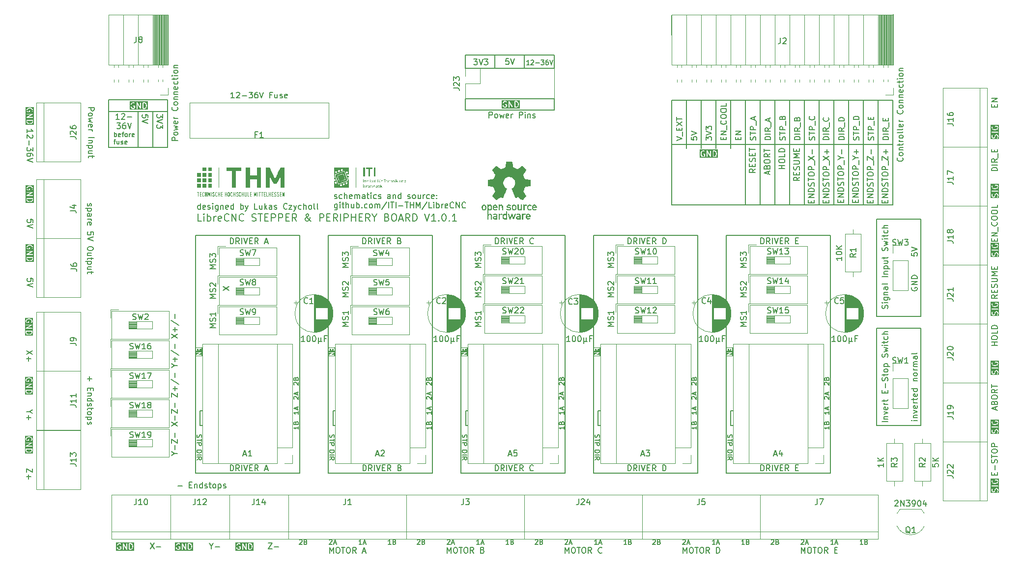
<source format=gbr>
%TF.GenerationSoftware,KiCad,Pcbnew,7.0.7*%
%TF.CreationDate,2024-01-02T15:01:59+01:00*%
%TF.ProjectId,periphery_5_drivers,70657269-7068-4657-9279-5f355f647269,rev?*%
%TF.SameCoordinates,Original*%
%TF.FileFunction,Legend,Top*%
%TF.FilePolarity,Positive*%
%FSLAX46Y46*%
G04 Gerber Fmt 4.6, Leading zero omitted, Abs format (unit mm)*
G04 Created by KiCad (PCBNEW 7.0.7) date 2024-01-02 15:01:59*
%MOMM*%
%LPD*%
G01*
G04 APERTURE LIST*
%ADD10C,0.150000*%
%ADD11C,0.200000*%
%ADD12C,0.120000*%
G04 APERTURE END LIST*
D10*
X140987800Y-108458000D02*
X140987800Y-105918000D01*
X163837800Y-105918000D02*
X164244200Y-105918000D01*
X163025000Y-75692000D02*
X180957400Y-75692000D01*
X180957400Y-116687600D01*
X163025000Y-116687600D01*
X163025000Y-75692000D01*
X186687800Y-105918000D02*
X187094200Y-105918000D01*
X189230000Y-70485000D02*
X189230000Y-52451000D01*
X194310000Y-70485000D02*
X194310000Y-52451000D01*
X151130000Y-44602400D02*
X156270000Y-44602400D01*
X156270000Y-46930000D01*
X151130000Y-46930000D01*
X151130000Y-44602400D01*
X186687800Y-108458000D02*
X186687800Y-105918000D01*
X179070000Y-60706000D02*
X179070000Y-52451000D01*
X141394200Y-108458000D02*
X140987800Y-108458000D01*
X184150000Y-60693300D02*
X184150000Y-52438300D01*
X94437200Y-75692000D02*
X112369600Y-75692000D01*
X112369600Y-116687600D01*
X94437200Y-116687600D01*
X94437200Y-75692000D01*
X79485800Y-60528200D02*
X89645800Y-60528200D01*
X79485800Y-60528200D02*
X79485800Y-52298600D01*
X214680800Y-40995600D02*
X214680800Y-37566600D01*
X211836000Y-72898000D02*
X219456000Y-72898000D01*
X219456000Y-89662000D01*
X211836000Y-89662000D01*
X211836000Y-72898000D01*
X201930000Y-70485000D02*
X201930000Y-52451000D01*
X87105800Y-60502800D02*
X87105800Y-54330600D01*
X164244200Y-108458000D02*
X163837800Y-108458000D01*
X95250000Y-108458000D02*
X95250000Y-105918000D01*
X204470000Y-70485000D02*
X204470000Y-52451000D01*
X95656400Y-108458000D02*
X95250000Y-108458000D01*
X95250000Y-105918000D02*
X95656400Y-105918000D01*
X140175000Y-75692000D02*
X158107400Y-75692000D01*
X158107400Y-116687600D01*
X140175000Y-116687600D01*
X140175000Y-75692000D01*
X140987800Y-105918000D02*
X141394200Y-105918000D01*
X140910000Y-52130000D02*
X156260800Y-52130000D01*
X156260800Y-54102000D01*
X140910000Y-54102000D01*
X140910000Y-52130000D01*
X118544200Y-108458000D02*
X118137800Y-108458000D01*
X140910000Y-44602400D02*
X146050000Y-44602400D01*
X146050000Y-46930000D01*
X140910000Y-46930000D01*
X140910000Y-44602400D01*
X187094200Y-108458000D02*
X186687800Y-108458000D01*
X176530000Y-60071000D02*
X214630000Y-60071000D01*
X176479200Y-41173400D02*
X176479200Y-37744400D01*
X185875000Y-75692000D02*
X203807400Y-75692000D01*
X203807400Y-116687600D01*
X185875000Y-116687600D01*
X185875000Y-75692000D01*
X117325000Y-75692000D02*
X135257400Y-75692000D01*
X135257400Y-116687600D01*
X117325000Y-116687600D01*
X117325000Y-75692000D01*
X89645800Y-52298600D02*
X79485800Y-52298600D01*
X212090000Y-70485000D02*
X212090000Y-52451000D01*
X209550000Y-70485000D02*
X209550000Y-52451000D01*
X199390000Y-70485000D02*
X199390000Y-52451000D01*
X79485800Y-54330600D02*
X89645800Y-54330600D01*
X211836000Y-91694000D02*
X219456000Y-91694000D01*
X219456000Y-108458000D01*
X211836000Y-108458000D01*
X211836000Y-91694000D01*
X176530000Y-70485000D02*
X176530000Y-52451000D01*
X191770000Y-70485000D02*
X191770000Y-52451000D01*
X146050000Y-44602400D02*
X151130000Y-44602400D01*
X151130000Y-46930000D01*
X146050000Y-46930000D01*
X146050000Y-44602400D01*
X163837800Y-108458000D02*
X163837800Y-105918000D01*
X207010000Y-70485000D02*
X207010000Y-52451000D01*
X181610000Y-60718700D02*
X181610000Y-52463700D01*
X118137800Y-105918000D02*
X118544200Y-105918000D01*
X196850000Y-70485000D02*
X196850000Y-52451000D01*
X186690000Y-60706000D02*
X186690000Y-52451000D01*
X84565800Y-60528200D02*
X84565800Y-54330600D01*
X118137800Y-108458000D02*
X118137800Y-105918000D01*
X89645800Y-60528200D02*
X89645800Y-52298600D01*
X214630000Y-52451000D02*
X176530000Y-52451000D01*
X176530000Y-70485000D02*
X214630000Y-70485000D01*
X214630000Y-70485000D02*
X214630000Y-52451000D01*
X198524819Y-65693541D02*
X198048628Y-66026874D01*
X198524819Y-66264969D02*
X197524819Y-66264969D01*
X197524819Y-66264969D02*
X197524819Y-65884017D01*
X197524819Y-65884017D02*
X197572438Y-65788779D01*
X197572438Y-65788779D02*
X197620057Y-65741160D01*
X197620057Y-65741160D02*
X197715295Y-65693541D01*
X197715295Y-65693541D02*
X197858152Y-65693541D01*
X197858152Y-65693541D02*
X197953390Y-65741160D01*
X197953390Y-65741160D02*
X198001009Y-65788779D01*
X198001009Y-65788779D02*
X198048628Y-65884017D01*
X198048628Y-65884017D02*
X198048628Y-66264969D01*
X198001009Y-65264969D02*
X198001009Y-64931636D01*
X198524819Y-64788779D02*
X198524819Y-65264969D01*
X198524819Y-65264969D02*
X197524819Y-65264969D01*
X197524819Y-65264969D02*
X197524819Y-64788779D01*
X198477200Y-64407826D02*
X198524819Y-64264969D01*
X198524819Y-64264969D02*
X198524819Y-64026874D01*
X198524819Y-64026874D02*
X198477200Y-63931636D01*
X198477200Y-63931636D02*
X198429580Y-63884017D01*
X198429580Y-63884017D02*
X198334342Y-63836398D01*
X198334342Y-63836398D02*
X198239104Y-63836398D01*
X198239104Y-63836398D02*
X198143866Y-63884017D01*
X198143866Y-63884017D02*
X198096247Y-63931636D01*
X198096247Y-63931636D02*
X198048628Y-64026874D01*
X198048628Y-64026874D02*
X198001009Y-64217350D01*
X198001009Y-64217350D02*
X197953390Y-64312588D01*
X197953390Y-64312588D02*
X197905771Y-64360207D01*
X197905771Y-64360207D02*
X197810533Y-64407826D01*
X197810533Y-64407826D02*
X197715295Y-64407826D01*
X197715295Y-64407826D02*
X197620057Y-64360207D01*
X197620057Y-64360207D02*
X197572438Y-64312588D01*
X197572438Y-64312588D02*
X197524819Y-64217350D01*
X197524819Y-64217350D02*
X197524819Y-63979255D01*
X197524819Y-63979255D02*
X197572438Y-63836398D01*
X197524819Y-63407826D02*
X198334342Y-63407826D01*
X198334342Y-63407826D02*
X198429580Y-63360207D01*
X198429580Y-63360207D02*
X198477200Y-63312588D01*
X198477200Y-63312588D02*
X198524819Y-63217350D01*
X198524819Y-63217350D02*
X198524819Y-63026874D01*
X198524819Y-63026874D02*
X198477200Y-62931636D01*
X198477200Y-62931636D02*
X198429580Y-62884017D01*
X198429580Y-62884017D02*
X198334342Y-62836398D01*
X198334342Y-62836398D02*
X197524819Y-62836398D01*
X198524819Y-62360207D02*
X197524819Y-62360207D01*
X197524819Y-62360207D02*
X198239104Y-62026874D01*
X198239104Y-62026874D02*
X197524819Y-61693541D01*
X197524819Y-61693541D02*
X198524819Y-61693541D01*
X198001009Y-61217350D02*
X198001009Y-60884017D01*
X198524819Y-60741160D02*
X198524819Y-61217350D01*
X198524819Y-61217350D02*
X197524819Y-61217350D01*
X197524819Y-61217350D02*
X197524819Y-60741160D01*
X213864819Y-59226220D02*
X212864819Y-59226220D01*
X212864819Y-59226220D02*
X212864819Y-58988125D01*
X212864819Y-58988125D02*
X212912438Y-58845268D01*
X212912438Y-58845268D02*
X213007676Y-58750030D01*
X213007676Y-58750030D02*
X213102914Y-58702411D01*
X213102914Y-58702411D02*
X213293390Y-58654792D01*
X213293390Y-58654792D02*
X213436247Y-58654792D01*
X213436247Y-58654792D02*
X213626723Y-58702411D01*
X213626723Y-58702411D02*
X213721961Y-58750030D01*
X213721961Y-58750030D02*
X213817200Y-58845268D01*
X213817200Y-58845268D02*
X213864819Y-58988125D01*
X213864819Y-58988125D02*
X213864819Y-59226220D01*
X213864819Y-58226220D02*
X212864819Y-58226220D01*
X213864819Y-57178602D02*
X213388628Y-57511935D01*
X213864819Y-57750030D02*
X212864819Y-57750030D01*
X212864819Y-57750030D02*
X212864819Y-57369078D01*
X212864819Y-57369078D02*
X212912438Y-57273840D01*
X212912438Y-57273840D02*
X212960057Y-57226221D01*
X212960057Y-57226221D02*
X213055295Y-57178602D01*
X213055295Y-57178602D02*
X213198152Y-57178602D01*
X213198152Y-57178602D02*
X213293390Y-57226221D01*
X213293390Y-57226221D02*
X213341009Y-57273840D01*
X213341009Y-57273840D02*
X213388628Y-57369078D01*
X213388628Y-57369078D02*
X213388628Y-57750030D01*
X213960057Y-56988126D02*
X213960057Y-56226221D01*
X213341009Y-55988125D02*
X213341009Y-55654792D01*
X213864819Y-55511935D02*
X213864819Y-55988125D01*
X213864819Y-55988125D02*
X212864819Y-55988125D01*
X212864819Y-55988125D02*
X212864819Y-55511935D01*
X202887085Y-103926428D02*
X202848990Y-103888332D01*
X202848990Y-103888332D02*
X202810895Y-103812142D01*
X202810895Y-103812142D02*
X202810895Y-103621666D01*
X202810895Y-103621666D02*
X202848990Y-103545475D01*
X202848990Y-103545475D02*
X202887085Y-103507380D01*
X202887085Y-103507380D02*
X202963276Y-103469285D01*
X202963276Y-103469285D02*
X203039466Y-103469285D01*
X203039466Y-103469285D02*
X203153752Y-103507380D01*
X203153752Y-103507380D02*
X203610895Y-103964523D01*
X203610895Y-103964523D02*
X203610895Y-103469285D01*
X203382323Y-103164523D02*
X203382323Y-102783570D01*
X203610895Y-103240713D02*
X202810895Y-102974046D01*
X202810895Y-102974046D02*
X203610895Y-102707380D01*
X134347885Y-101466571D02*
X134309790Y-101428475D01*
X134309790Y-101428475D02*
X134271695Y-101352285D01*
X134271695Y-101352285D02*
X134271695Y-101161809D01*
X134271695Y-101161809D02*
X134309790Y-101085618D01*
X134309790Y-101085618D02*
X134347885Y-101047523D01*
X134347885Y-101047523D02*
X134424076Y-101009428D01*
X134424076Y-101009428D02*
X134500266Y-101009428D01*
X134500266Y-101009428D02*
X134614552Y-101047523D01*
X134614552Y-101047523D02*
X135071695Y-101504666D01*
X135071695Y-101504666D02*
X135071695Y-101009428D01*
X134652647Y-100399904D02*
X134690742Y-100285618D01*
X134690742Y-100285618D02*
X134728838Y-100247523D01*
X134728838Y-100247523D02*
X134805028Y-100209427D01*
X134805028Y-100209427D02*
X134919314Y-100209427D01*
X134919314Y-100209427D02*
X134995504Y-100247523D01*
X134995504Y-100247523D02*
X135033600Y-100285618D01*
X135033600Y-100285618D02*
X135071695Y-100361808D01*
X135071695Y-100361808D02*
X135071695Y-100666570D01*
X135071695Y-100666570D02*
X134271695Y-100666570D01*
X134271695Y-100666570D02*
X134271695Y-100399904D01*
X134271695Y-100399904D02*
X134309790Y-100323713D01*
X134309790Y-100323713D02*
X134347885Y-100285618D01*
X134347885Y-100285618D02*
X134424076Y-100247523D01*
X134424076Y-100247523D02*
X134500266Y-100247523D01*
X134500266Y-100247523D02*
X134576457Y-100285618D01*
X134576457Y-100285618D02*
X134614552Y-100323713D01*
X134614552Y-100323713D02*
X134652647Y-100399904D01*
X134652647Y-100399904D02*
X134652647Y-100666570D01*
X180037085Y-103926428D02*
X179998990Y-103888332D01*
X179998990Y-103888332D02*
X179960895Y-103812142D01*
X179960895Y-103812142D02*
X179960895Y-103621666D01*
X179960895Y-103621666D02*
X179998990Y-103545475D01*
X179998990Y-103545475D02*
X180037085Y-103507380D01*
X180037085Y-103507380D02*
X180113276Y-103469285D01*
X180113276Y-103469285D02*
X180189466Y-103469285D01*
X180189466Y-103469285D02*
X180303752Y-103507380D01*
X180303752Y-103507380D02*
X180760895Y-103964523D01*
X180760895Y-103964523D02*
X180760895Y-103469285D01*
X180532323Y-103164523D02*
X180532323Y-102783570D01*
X180760895Y-103240713D02*
X179960895Y-102974046D01*
X179960895Y-102974046D02*
X180760895Y-102707380D01*
X97913819Y-81451220D02*
X96913819Y-81451220D01*
X96913819Y-81451220D02*
X97628104Y-81117887D01*
X97628104Y-81117887D02*
X96913819Y-80784554D01*
X96913819Y-80784554D02*
X97913819Y-80784554D01*
X97866200Y-80355982D02*
X97913819Y-80213125D01*
X97913819Y-80213125D02*
X97913819Y-79975030D01*
X97913819Y-79975030D02*
X97866200Y-79879792D01*
X97866200Y-79879792D02*
X97818580Y-79832173D01*
X97818580Y-79832173D02*
X97723342Y-79784554D01*
X97723342Y-79784554D02*
X97628104Y-79784554D01*
X97628104Y-79784554D02*
X97532866Y-79832173D01*
X97532866Y-79832173D02*
X97485247Y-79879792D01*
X97485247Y-79879792D02*
X97437628Y-79975030D01*
X97437628Y-79975030D02*
X97390009Y-80165506D01*
X97390009Y-80165506D02*
X97342390Y-80260744D01*
X97342390Y-80260744D02*
X97294771Y-80308363D01*
X97294771Y-80308363D02*
X97199533Y-80355982D01*
X97199533Y-80355982D02*
X97104295Y-80355982D01*
X97104295Y-80355982D02*
X97009057Y-80308363D01*
X97009057Y-80308363D02*
X96961438Y-80260744D01*
X96961438Y-80260744D02*
X96913819Y-80165506D01*
X96913819Y-80165506D02*
X96913819Y-79927411D01*
X96913819Y-79927411D02*
X96961438Y-79784554D01*
X96913819Y-79451220D02*
X96913819Y-78832173D01*
X96913819Y-78832173D02*
X97294771Y-79165506D01*
X97294771Y-79165506D02*
X97294771Y-79022649D01*
X97294771Y-79022649D02*
X97342390Y-78927411D01*
X97342390Y-78927411D02*
X97390009Y-78879792D01*
X97390009Y-78879792D02*
X97485247Y-78832173D01*
X97485247Y-78832173D02*
X97723342Y-78832173D01*
X97723342Y-78832173D02*
X97818580Y-78879792D01*
X97818580Y-78879792D02*
X97866200Y-78927411D01*
X97866200Y-78927411D02*
X97913819Y-79022649D01*
X97913819Y-79022649D02*
X97913819Y-79308363D01*
X97913819Y-79308363D02*
X97866200Y-79403601D01*
X97866200Y-79403601D02*
X97818580Y-79451220D01*
X112183895Y-108629428D02*
X112183895Y-109086571D01*
X112183895Y-108857999D02*
X111383895Y-108857999D01*
X111383895Y-108857999D02*
X111498180Y-108934190D01*
X111498180Y-108934190D02*
X111574371Y-109010380D01*
X111574371Y-109010380D02*
X111612466Y-109086571D01*
X111764847Y-108019904D02*
X111802942Y-107905618D01*
X111802942Y-107905618D02*
X111841038Y-107867523D01*
X111841038Y-107867523D02*
X111917228Y-107829427D01*
X111917228Y-107829427D02*
X112031514Y-107829427D01*
X112031514Y-107829427D02*
X112107704Y-107867523D01*
X112107704Y-107867523D02*
X112145800Y-107905618D01*
X112145800Y-107905618D02*
X112183895Y-107981808D01*
X112183895Y-107981808D02*
X112183895Y-108286570D01*
X112183895Y-108286570D02*
X111383895Y-108286570D01*
X111383895Y-108286570D02*
X111383895Y-108019904D01*
X111383895Y-108019904D02*
X111421990Y-107943713D01*
X111421990Y-107943713D02*
X111460085Y-107905618D01*
X111460085Y-107905618D02*
X111536276Y-107867523D01*
X111536276Y-107867523D02*
X111612466Y-107867523D01*
X111612466Y-107867523D02*
X111688657Y-107905618D01*
X111688657Y-107905618D02*
X111726752Y-107943713D01*
X111726752Y-107943713D02*
X111764847Y-108019904D01*
X111764847Y-108019904D02*
X111764847Y-108286570D01*
G36*
X66179180Y-92427829D02*
G01*
X66141009Y-92542343D01*
X66066895Y-92616456D01*
X65989909Y-92654949D01*
X65816375Y-92698333D01*
X65691986Y-92698333D01*
X65518451Y-92654949D01*
X65441465Y-92616456D01*
X65367351Y-92542342D01*
X65329180Y-92427828D01*
X65329180Y-92276905D01*
X66179180Y-92276905D01*
X66179180Y-92427829D01*
G37*
G36*
X66472037Y-92991190D02*
G01*
X65036323Y-92991190D01*
X65036323Y-92440000D01*
X65179180Y-92440000D01*
X65179739Y-92441537D01*
X65183029Y-92463718D01*
X65230649Y-92606575D01*
X65233436Y-92610087D01*
X65233827Y-92614553D01*
X65248767Y-92635890D01*
X65344005Y-92731128D01*
X65345486Y-92731818D01*
X65363497Y-92745177D01*
X65458735Y-92792796D01*
X65462263Y-92793202D01*
X65474086Y-92798475D01*
X65664562Y-92846094D01*
X65668010Y-92845733D01*
X65682752Y-92848333D01*
X65825609Y-92848333D01*
X65828866Y-92847147D01*
X65843799Y-92846094D01*
X66034275Y-92798475D01*
X66037219Y-92796486D01*
X66049626Y-92792796D01*
X66144864Y-92745177D01*
X66145989Y-92743987D01*
X66164356Y-92731128D01*
X66259594Y-92635890D01*
X66261489Y-92631825D01*
X66265309Y-92629479D01*
X66277712Y-92606574D01*
X66325331Y-92463718D01*
X66325286Y-92462082D01*
X66329180Y-92440000D01*
X66329180Y-92201905D01*
X66322516Y-92183596D01*
X66319132Y-92164405D01*
X66313947Y-92160054D01*
X66311633Y-92153696D01*
X66294759Y-92143953D01*
X66279832Y-92131428D01*
X66270089Y-92129710D01*
X66267204Y-92128044D01*
X66263921Y-92128622D01*
X66254180Y-92126905D01*
X65254180Y-92126905D01*
X65235871Y-92133568D01*
X65216680Y-92136953D01*
X65212329Y-92142137D01*
X65205971Y-92144452D01*
X65196228Y-92161325D01*
X65183703Y-92176253D01*
X65181985Y-92185995D01*
X65180319Y-92188881D01*
X65180897Y-92192163D01*
X65179180Y-92201905D01*
X65179180Y-92440000D01*
X65036323Y-92440000D01*
X65036323Y-91712690D01*
X65180319Y-91712690D01*
X65183675Y-91731723D01*
X65183589Y-91751051D01*
X65188023Y-91756384D01*
X65189228Y-91763214D01*
X65204034Y-91775638D01*
X65216391Y-91790498D01*
X65223214Y-91791732D01*
X65228528Y-91796191D01*
X65254180Y-91800714D01*
X66254180Y-91800714D01*
X66302389Y-91783167D01*
X66328041Y-91738738D01*
X66319132Y-91688214D01*
X66279832Y-91655237D01*
X66254180Y-91650714D01*
X65536597Y-91650714D01*
X66291391Y-91219404D01*
X66295872Y-91214110D01*
X66302389Y-91211739D01*
X66312052Y-91195001D01*
X66324542Y-91180251D01*
X66324572Y-91173316D01*
X66328041Y-91167310D01*
X66324684Y-91148276D01*
X66324771Y-91128949D01*
X66320336Y-91123615D01*
X66319132Y-91116786D01*
X66304325Y-91104361D01*
X66291969Y-91089502D01*
X66285145Y-91088267D01*
X66279832Y-91083809D01*
X66254180Y-91079286D01*
X65254180Y-91079286D01*
X65205971Y-91096833D01*
X65180319Y-91141262D01*
X65189228Y-91191786D01*
X65228528Y-91224763D01*
X65254180Y-91229286D01*
X65971763Y-91229286D01*
X65216970Y-91660596D01*
X65212488Y-91665888D01*
X65205971Y-91668261D01*
X65196306Y-91685000D01*
X65183818Y-91699749D01*
X65183787Y-91706683D01*
X65180319Y-91712690D01*
X65036323Y-91712690D01*
X65036323Y-90535238D01*
X65179180Y-90535238D01*
X65179739Y-90536775D01*
X65183029Y-90558956D01*
X65230649Y-90701813D01*
X65233436Y-90705325D01*
X65233827Y-90709791D01*
X65248767Y-90731128D01*
X65296386Y-90778747D01*
X65311223Y-90785665D01*
X65323767Y-90796191D01*
X65339893Y-90799034D01*
X65342882Y-90800428D01*
X65344832Y-90799905D01*
X65349419Y-90800714D01*
X65682752Y-90800714D01*
X65701060Y-90794050D01*
X65720252Y-90790666D01*
X65724602Y-90785481D01*
X65730961Y-90783167D01*
X65740703Y-90766293D01*
X65753229Y-90751366D01*
X65754946Y-90741623D01*
X65756613Y-90738738D01*
X65756034Y-90735455D01*
X65757752Y-90725714D01*
X65757752Y-90535238D01*
X65740205Y-90487029D01*
X65695776Y-90461377D01*
X65645252Y-90470286D01*
X65612275Y-90509586D01*
X65607752Y-90535238D01*
X65607752Y-90650714D01*
X65380485Y-90650714D01*
X65367351Y-90637580D01*
X65329179Y-90523066D01*
X65329179Y-90452171D01*
X65367351Y-90337657D01*
X65441465Y-90263544D01*
X65518451Y-90225050D01*
X65691986Y-90181667D01*
X65816375Y-90181667D01*
X65989909Y-90225050D01*
X66066895Y-90263544D01*
X66141009Y-90337657D01*
X66179180Y-90452169D01*
X66179180Y-90565151D01*
X66139479Y-90644554D01*
X66133614Y-90695521D01*
X66161880Y-90738334D01*
X66211055Y-90752960D01*
X66258126Y-90732557D01*
X66273643Y-90711636D01*
X66321262Y-90616398D01*
X66321774Y-90611944D01*
X66324657Y-90608509D01*
X66329180Y-90582857D01*
X66329180Y-90440000D01*
X66328620Y-90438462D01*
X66325331Y-90416282D01*
X66277712Y-90273426D01*
X66274925Y-90269915D01*
X66274535Y-90265447D01*
X66259594Y-90244110D01*
X66164356Y-90148872D01*
X66162874Y-90148181D01*
X66144864Y-90134823D01*
X66049626Y-90087204D01*
X66046097Y-90086797D01*
X66034275Y-90081525D01*
X65843799Y-90033906D01*
X65840350Y-90034266D01*
X65825609Y-90031667D01*
X65682752Y-90031667D01*
X65679494Y-90032852D01*
X65664562Y-90033906D01*
X65474086Y-90081525D01*
X65471141Y-90083513D01*
X65458735Y-90087204D01*
X65363497Y-90134823D01*
X65362373Y-90136009D01*
X65344005Y-90148872D01*
X65248767Y-90244110D01*
X65246872Y-90248172D01*
X65243052Y-90250520D01*
X65230649Y-90273425D01*
X65183029Y-90416282D01*
X65183073Y-90417917D01*
X65179180Y-90440000D01*
X65179180Y-90535238D01*
X65036323Y-90535238D01*
X65036323Y-89888810D01*
X66472037Y-89888810D01*
X66472037Y-92991190D01*
G37*
X118399160Y-69332200D02*
X118494398Y-69379819D01*
X118494398Y-69379819D02*
X118684874Y-69379819D01*
X118684874Y-69379819D02*
X118780112Y-69332200D01*
X118780112Y-69332200D02*
X118827731Y-69236961D01*
X118827731Y-69236961D02*
X118827731Y-69189342D01*
X118827731Y-69189342D02*
X118780112Y-69094104D01*
X118780112Y-69094104D02*
X118684874Y-69046485D01*
X118684874Y-69046485D02*
X118542017Y-69046485D01*
X118542017Y-69046485D02*
X118446779Y-68998866D01*
X118446779Y-68998866D02*
X118399160Y-68903628D01*
X118399160Y-68903628D02*
X118399160Y-68856009D01*
X118399160Y-68856009D02*
X118446779Y-68760771D01*
X118446779Y-68760771D02*
X118542017Y-68713152D01*
X118542017Y-68713152D02*
X118684874Y-68713152D01*
X118684874Y-68713152D02*
X118780112Y-68760771D01*
X119684874Y-69332200D02*
X119589636Y-69379819D01*
X119589636Y-69379819D02*
X119399160Y-69379819D01*
X119399160Y-69379819D02*
X119303922Y-69332200D01*
X119303922Y-69332200D02*
X119256303Y-69284580D01*
X119256303Y-69284580D02*
X119208684Y-69189342D01*
X119208684Y-69189342D02*
X119208684Y-68903628D01*
X119208684Y-68903628D02*
X119256303Y-68808390D01*
X119256303Y-68808390D02*
X119303922Y-68760771D01*
X119303922Y-68760771D02*
X119399160Y-68713152D01*
X119399160Y-68713152D02*
X119589636Y-68713152D01*
X119589636Y-68713152D02*
X119684874Y-68760771D01*
X120113446Y-69379819D02*
X120113446Y-68379819D01*
X120542017Y-69379819D02*
X120542017Y-68856009D01*
X120542017Y-68856009D02*
X120494398Y-68760771D01*
X120494398Y-68760771D02*
X120399160Y-68713152D01*
X120399160Y-68713152D02*
X120256303Y-68713152D01*
X120256303Y-68713152D02*
X120161065Y-68760771D01*
X120161065Y-68760771D02*
X120113446Y-68808390D01*
X121399160Y-69332200D02*
X121303922Y-69379819D01*
X121303922Y-69379819D02*
X121113446Y-69379819D01*
X121113446Y-69379819D02*
X121018208Y-69332200D01*
X121018208Y-69332200D02*
X120970589Y-69236961D01*
X120970589Y-69236961D02*
X120970589Y-68856009D01*
X120970589Y-68856009D02*
X121018208Y-68760771D01*
X121018208Y-68760771D02*
X121113446Y-68713152D01*
X121113446Y-68713152D02*
X121303922Y-68713152D01*
X121303922Y-68713152D02*
X121399160Y-68760771D01*
X121399160Y-68760771D02*
X121446779Y-68856009D01*
X121446779Y-68856009D02*
X121446779Y-68951247D01*
X121446779Y-68951247D02*
X120970589Y-69046485D01*
X121875351Y-69379819D02*
X121875351Y-68713152D01*
X121875351Y-68808390D02*
X121922970Y-68760771D01*
X121922970Y-68760771D02*
X122018208Y-68713152D01*
X122018208Y-68713152D02*
X122161065Y-68713152D01*
X122161065Y-68713152D02*
X122256303Y-68760771D01*
X122256303Y-68760771D02*
X122303922Y-68856009D01*
X122303922Y-68856009D02*
X122303922Y-69379819D01*
X122303922Y-68856009D02*
X122351541Y-68760771D01*
X122351541Y-68760771D02*
X122446779Y-68713152D01*
X122446779Y-68713152D02*
X122589636Y-68713152D01*
X122589636Y-68713152D02*
X122684875Y-68760771D01*
X122684875Y-68760771D02*
X122732494Y-68856009D01*
X122732494Y-68856009D02*
X122732494Y-69379819D01*
X123637255Y-69379819D02*
X123637255Y-68856009D01*
X123637255Y-68856009D02*
X123589636Y-68760771D01*
X123589636Y-68760771D02*
X123494398Y-68713152D01*
X123494398Y-68713152D02*
X123303922Y-68713152D01*
X123303922Y-68713152D02*
X123208684Y-68760771D01*
X123637255Y-69332200D02*
X123542017Y-69379819D01*
X123542017Y-69379819D02*
X123303922Y-69379819D01*
X123303922Y-69379819D02*
X123208684Y-69332200D01*
X123208684Y-69332200D02*
X123161065Y-69236961D01*
X123161065Y-69236961D02*
X123161065Y-69141723D01*
X123161065Y-69141723D02*
X123208684Y-69046485D01*
X123208684Y-69046485D02*
X123303922Y-68998866D01*
X123303922Y-68998866D02*
X123542017Y-68998866D01*
X123542017Y-68998866D02*
X123637255Y-68951247D01*
X123970589Y-68713152D02*
X124351541Y-68713152D01*
X124113446Y-68379819D02*
X124113446Y-69236961D01*
X124113446Y-69236961D02*
X124161065Y-69332200D01*
X124161065Y-69332200D02*
X124256303Y-69379819D01*
X124256303Y-69379819D02*
X124351541Y-69379819D01*
X124684875Y-69379819D02*
X124684875Y-68713152D01*
X124684875Y-68379819D02*
X124637256Y-68427438D01*
X124637256Y-68427438D02*
X124684875Y-68475057D01*
X124684875Y-68475057D02*
X124732494Y-68427438D01*
X124732494Y-68427438D02*
X124684875Y-68379819D01*
X124684875Y-68379819D02*
X124684875Y-68475057D01*
X125589636Y-69332200D02*
X125494398Y-69379819D01*
X125494398Y-69379819D02*
X125303922Y-69379819D01*
X125303922Y-69379819D02*
X125208684Y-69332200D01*
X125208684Y-69332200D02*
X125161065Y-69284580D01*
X125161065Y-69284580D02*
X125113446Y-69189342D01*
X125113446Y-69189342D02*
X125113446Y-68903628D01*
X125113446Y-68903628D02*
X125161065Y-68808390D01*
X125161065Y-68808390D02*
X125208684Y-68760771D01*
X125208684Y-68760771D02*
X125303922Y-68713152D01*
X125303922Y-68713152D02*
X125494398Y-68713152D01*
X125494398Y-68713152D02*
X125589636Y-68760771D01*
X125970589Y-69332200D02*
X126065827Y-69379819D01*
X126065827Y-69379819D02*
X126256303Y-69379819D01*
X126256303Y-69379819D02*
X126351541Y-69332200D01*
X126351541Y-69332200D02*
X126399160Y-69236961D01*
X126399160Y-69236961D02*
X126399160Y-69189342D01*
X126399160Y-69189342D02*
X126351541Y-69094104D01*
X126351541Y-69094104D02*
X126256303Y-69046485D01*
X126256303Y-69046485D02*
X126113446Y-69046485D01*
X126113446Y-69046485D02*
X126018208Y-68998866D01*
X126018208Y-68998866D02*
X125970589Y-68903628D01*
X125970589Y-68903628D02*
X125970589Y-68856009D01*
X125970589Y-68856009D02*
X126018208Y-68760771D01*
X126018208Y-68760771D02*
X126113446Y-68713152D01*
X126113446Y-68713152D02*
X126256303Y-68713152D01*
X126256303Y-68713152D02*
X126351541Y-68760771D01*
X128018208Y-69379819D02*
X128018208Y-68856009D01*
X128018208Y-68856009D02*
X127970589Y-68760771D01*
X127970589Y-68760771D02*
X127875351Y-68713152D01*
X127875351Y-68713152D02*
X127684875Y-68713152D01*
X127684875Y-68713152D02*
X127589637Y-68760771D01*
X128018208Y-69332200D02*
X127922970Y-69379819D01*
X127922970Y-69379819D02*
X127684875Y-69379819D01*
X127684875Y-69379819D02*
X127589637Y-69332200D01*
X127589637Y-69332200D02*
X127542018Y-69236961D01*
X127542018Y-69236961D02*
X127542018Y-69141723D01*
X127542018Y-69141723D02*
X127589637Y-69046485D01*
X127589637Y-69046485D02*
X127684875Y-68998866D01*
X127684875Y-68998866D02*
X127922970Y-68998866D01*
X127922970Y-68998866D02*
X128018208Y-68951247D01*
X128494399Y-68713152D02*
X128494399Y-69379819D01*
X128494399Y-68808390D02*
X128542018Y-68760771D01*
X128542018Y-68760771D02*
X128637256Y-68713152D01*
X128637256Y-68713152D02*
X128780113Y-68713152D01*
X128780113Y-68713152D02*
X128875351Y-68760771D01*
X128875351Y-68760771D02*
X128922970Y-68856009D01*
X128922970Y-68856009D02*
X128922970Y-69379819D01*
X129827732Y-69379819D02*
X129827732Y-68379819D01*
X129827732Y-69332200D02*
X129732494Y-69379819D01*
X129732494Y-69379819D02*
X129542018Y-69379819D01*
X129542018Y-69379819D02*
X129446780Y-69332200D01*
X129446780Y-69332200D02*
X129399161Y-69284580D01*
X129399161Y-69284580D02*
X129351542Y-69189342D01*
X129351542Y-69189342D02*
X129351542Y-68903628D01*
X129351542Y-68903628D02*
X129399161Y-68808390D01*
X129399161Y-68808390D02*
X129446780Y-68760771D01*
X129446780Y-68760771D02*
X129542018Y-68713152D01*
X129542018Y-68713152D02*
X129732494Y-68713152D01*
X129732494Y-68713152D02*
X129827732Y-68760771D01*
X131018209Y-69332200D02*
X131113447Y-69379819D01*
X131113447Y-69379819D02*
X131303923Y-69379819D01*
X131303923Y-69379819D02*
X131399161Y-69332200D01*
X131399161Y-69332200D02*
X131446780Y-69236961D01*
X131446780Y-69236961D02*
X131446780Y-69189342D01*
X131446780Y-69189342D02*
X131399161Y-69094104D01*
X131399161Y-69094104D02*
X131303923Y-69046485D01*
X131303923Y-69046485D02*
X131161066Y-69046485D01*
X131161066Y-69046485D02*
X131065828Y-68998866D01*
X131065828Y-68998866D02*
X131018209Y-68903628D01*
X131018209Y-68903628D02*
X131018209Y-68856009D01*
X131018209Y-68856009D02*
X131065828Y-68760771D01*
X131065828Y-68760771D02*
X131161066Y-68713152D01*
X131161066Y-68713152D02*
X131303923Y-68713152D01*
X131303923Y-68713152D02*
X131399161Y-68760771D01*
X132018209Y-69379819D02*
X131922971Y-69332200D01*
X131922971Y-69332200D02*
X131875352Y-69284580D01*
X131875352Y-69284580D02*
X131827733Y-69189342D01*
X131827733Y-69189342D02*
X131827733Y-68903628D01*
X131827733Y-68903628D02*
X131875352Y-68808390D01*
X131875352Y-68808390D02*
X131922971Y-68760771D01*
X131922971Y-68760771D02*
X132018209Y-68713152D01*
X132018209Y-68713152D02*
X132161066Y-68713152D01*
X132161066Y-68713152D02*
X132256304Y-68760771D01*
X132256304Y-68760771D02*
X132303923Y-68808390D01*
X132303923Y-68808390D02*
X132351542Y-68903628D01*
X132351542Y-68903628D02*
X132351542Y-69189342D01*
X132351542Y-69189342D02*
X132303923Y-69284580D01*
X132303923Y-69284580D02*
X132256304Y-69332200D01*
X132256304Y-69332200D02*
X132161066Y-69379819D01*
X132161066Y-69379819D02*
X132018209Y-69379819D01*
X133208685Y-68713152D02*
X133208685Y-69379819D01*
X132780114Y-68713152D02*
X132780114Y-69236961D01*
X132780114Y-69236961D02*
X132827733Y-69332200D01*
X132827733Y-69332200D02*
X132922971Y-69379819D01*
X132922971Y-69379819D02*
X133065828Y-69379819D01*
X133065828Y-69379819D02*
X133161066Y-69332200D01*
X133161066Y-69332200D02*
X133208685Y-69284580D01*
X133684876Y-69379819D02*
X133684876Y-68713152D01*
X133684876Y-68903628D02*
X133732495Y-68808390D01*
X133732495Y-68808390D02*
X133780114Y-68760771D01*
X133780114Y-68760771D02*
X133875352Y-68713152D01*
X133875352Y-68713152D02*
X133970590Y-68713152D01*
X134732495Y-69332200D02*
X134637257Y-69379819D01*
X134637257Y-69379819D02*
X134446781Y-69379819D01*
X134446781Y-69379819D02*
X134351543Y-69332200D01*
X134351543Y-69332200D02*
X134303924Y-69284580D01*
X134303924Y-69284580D02*
X134256305Y-69189342D01*
X134256305Y-69189342D02*
X134256305Y-68903628D01*
X134256305Y-68903628D02*
X134303924Y-68808390D01*
X134303924Y-68808390D02*
X134351543Y-68760771D01*
X134351543Y-68760771D02*
X134446781Y-68713152D01*
X134446781Y-68713152D02*
X134637257Y-68713152D01*
X134637257Y-68713152D02*
X134732495Y-68760771D01*
X135542019Y-69332200D02*
X135446781Y-69379819D01*
X135446781Y-69379819D02*
X135256305Y-69379819D01*
X135256305Y-69379819D02*
X135161067Y-69332200D01*
X135161067Y-69332200D02*
X135113448Y-69236961D01*
X135113448Y-69236961D02*
X135113448Y-68856009D01*
X135113448Y-68856009D02*
X135161067Y-68760771D01*
X135161067Y-68760771D02*
X135256305Y-68713152D01*
X135256305Y-68713152D02*
X135446781Y-68713152D01*
X135446781Y-68713152D02*
X135542019Y-68760771D01*
X135542019Y-68760771D02*
X135589638Y-68856009D01*
X135589638Y-68856009D02*
X135589638Y-68951247D01*
X135589638Y-68951247D02*
X135113448Y-69046485D01*
X136018210Y-69284580D02*
X136065829Y-69332200D01*
X136065829Y-69332200D02*
X136018210Y-69379819D01*
X136018210Y-69379819D02*
X135970591Y-69332200D01*
X135970591Y-69332200D02*
X136018210Y-69284580D01*
X136018210Y-69284580D02*
X136018210Y-69379819D01*
X136018210Y-68760771D02*
X136065829Y-68808390D01*
X136065829Y-68808390D02*
X136018210Y-68856009D01*
X136018210Y-68856009D02*
X135970591Y-68808390D01*
X135970591Y-68808390D02*
X136018210Y-68760771D01*
X136018210Y-68760771D02*
X136018210Y-68856009D01*
X118875350Y-70323152D02*
X118875350Y-71132676D01*
X118875350Y-71132676D02*
X118827731Y-71227914D01*
X118827731Y-71227914D02*
X118780112Y-71275533D01*
X118780112Y-71275533D02*
X118684874Y-71323152D01*
X118684874Y-71323152D02*
X118542017Y-71323152D01*
X118542017Y-71323152D02*
X118446779Y-71275533D01*
X118875350Y-70942200D02*
X118780112Y-70989819D01*
X118780112Y-70989819D02*
X118589636Y-70989819D01*
X118589636Y-70989819D02*
X118494398Y-70942200D01*
X118494398Y-70942200D02*
X118446779Y-70894580D01*
X118446779Y-70894580D02*
X118399160Y-70799342D01*
X118399160Y-70799342D02*
X118399160Y-70513628D01*
X118399160Y-70513628D02*
X118446779Y-70418390D01*
X118446779Y-70418390D02*
X118494398Y-70370771D01*
X118494398Y-70370771D02*
X118589636Y-70323152D01*
X118589636Y-70323152D02*
X118780112Y-70323152D01*
X118780112Y-70323152D02*
X118875350Y-70370771D01*
X119351541Y-70989819D02*
X119351541Y-70323152D01*
X119351541Y-69989819D02*
X119303922Y-70037438D01*
X119303922Y-70037438D02*
X119351541Y-70085057D01*
X119351541Y-70085057D02*
X119399160Y-70037438D01*
X119399160Y-70037438D02*
X119351541Y-69989819D01*
X119351541Y-69989819D02*
X119351541Y-70085057D01*
X119684874Y-70323152D02*
X120065826Y-70323152D01*
X119827731Y-69989819D02*
X119827731Y-70846961D01*
X119827731Y-70846961D02*
X119875350Y-70942200D01*
X119875350Y-70942200D02*
X119970588Y-70989819D01*
X119970588Y-70989819D02*
X120065826Y-70989819D01*
X120399160Y-70989819D02*
X120399160Y-69989819D01*
X120827731Y-70989819D02*
X120827731Y-70466009D01*
X120827731Y-70466009D02*
X120780112Y-70370771D01*
X120780112Y-70370771D02*
X120684874Y-70323152D01*
X120684874Y-70323152D02*
X120542017Y-70323152D01*
X120542017Y-70323152D02*
X120446779Y-70370771D01*
X120446779Y-70370771D02*
X120399160Y-70418390D01*
X121732493Y-70323152D02*
X121732493Y-70989819D01*
X121303922Y-70323152D02*
X121303922Y-70846961D01*
X121303922Y-70846961D02*
X121351541Y-70942200D01*
X121351541Y-70942200D02*
X121446779Y-70989819D01*
X121446779Y-70989819D02*
X121589636Y-70989819D01*
X121589636Y-70989819D02*
X121684874Y-70942200D01*
X121684874Y-70942200D02*
X121732493Y-70894580D01*
X122208684Y-70989819D02*
X122208684Y-69989819D01*
X122208684Y-70370771D02*
X122303922Y-70323152D01*
X122303922Y-70323152D02*
X122494398Y-70323152D01*
X122494398Y-70323152D02*
X122589636Y-70370771D01*
X122589636Y-70370771D02*
X122637255Y-70418390D01*
X122637255Y-70418390D02*
X122684874Y-70513628D01*
X122684874Y-70513628D02*
X122684874Y-70799342D01*
X122684874Y-70799342D02*
X122637255Y-70894580D01*
X122637255Y-70894580D02*
X122589636Y-70942200D01*
X122589636Y-70942200D02*
X122494398Y-70989819D01*
X122494398Y-70989819D02*
X122303922Y-70989819D01*
X122303922Y-70989819D02*
X122208684Y-70942200D01*
X123113446Y-70894580D02*
X123161065Y-70942200D01*
X123161065Y-70942200D02*
X123113446Y-70989819D01*
X123113446Y-70989819D02*
X123065827Y-70942200D01*
X123065827Y-70942200D02*
X123113446Y-70894580D01*
X123113446Y-70894580D02*
X123113446Y-70989819D01*
X124018207Y-70942200D02*
X123922969Y-70989819D01*
X123922969Y-70989819D02*
X123732493Y-70989819D01*
X123732493Y-70989819D02*
X123637255Y-70942200D01*
X123637255Y-70942200D02*
X123589636Y-70894580D01*
X123589636Y-70894580D02*
X123542017Y-70799342D01*
X123542017Y-70799342D02*
X123542017Y-70513628D01*
X123542017Y-70513628D02*
X123589636Y-70418390D01*
X123589636Y-70418390D02*
X123637255Y-70370771D01*
X123637255Y-70370771D02*
X123732493Y-70323152D01*
X123732493Y-70323152D02*
X123922969Y-70323152D01*
X123922969Y-70323152D02*
X124018207Y-70370771D01*
X124589636Y-70989819D02*
X124494398Y-70942200D01*
X124494398Y-70942200D02*
X124446779Y-70894580D01*
X124446779Y-70894580D02*
X124399160Y-70799342D01*
X124399160Y-70799342D02*
X124399160Y-70513628D01*
X124399160Y-70513628D02*
X124446779Y-70418390D01*
X124446779Y-70418390D02*
X124494398Y-70370771D01*
X124494398Y-70370771D02*
X124589636Y-70323152D01*
X124589636Y-70323152D02*
X124732493Y-70323152D01*
X124732493Y-70323152D02*
X124827731Y-70370771D01*
X124827731Y-70370771D02*
X124875350Y-70418390D01*
X124875350Y-70418390D02*
X124922969Y-70513628D01*
X124922969Y-70513628D02*
X124922969Y-70799342D01*
X124922969Y-70799342D02*
X124875350Y-70894580D01*
X124875350Y-70894580D02*
X124827731Y-70942200D01*
X124827731Y-70942200D02*
X124732493Y-70989819D01*
X124732493Y-70989819D02*
X124589636Y-70989819D01*
X125351541Y-70989819D02*
X125351541Y-70323152D01*
X125351541Y-70418390D02*
X125399160Y-70370771D01*
X125399160Y-70370771D02*
X125494398Y-70323152D01*
X125494398Y-70323152D02*
X125637255Y-70323152D01*
X125637255Y-70323152D02*
X125732493Y-70370771D01*
X125732493Y-70370771D02*
X125780112Y-70466009D01*
X125780112Y-70466009D02*
X125780112Y-70989819D01*
X125780112Y-70466009D02*
X125827731Y-70370771D01*
X125827731Y-70370771D02*
X125922969Y-70323152D01*
X125922969Y-70323152D02*
X126065826Y-70323152D01*
X126065826Y-70323152D02*
X126161065Y-70370771D01*
X126161065Y-70370771D02*
X126208684Y-70466009D01*
X126208684Y-70466009D02*
X126208684Y-70989819D01*
X127399159Y-69942200D02*
X126542017Y-71227914D01*
X127732493Y-70989819D02*
X127732493Y-69989819D01*
X128065826Y-69989819D02*
X128637254Y-69989819D01*
X128351540Y-70989819D02*
X128351540Y-69989819D01*
X128970588Y-70989819D02*
X128970588Y-69989819D01*
X129446778Y-70608866D02*
X130208683Y-70608866D01*
X130542016Y-69989819D02*
X131113444Y-69989819D01*
X130827730Y-70989819D02*
X130827730Y-69989819D01*
X131446778Y-70989819D02*
X131446778Y-69989819D01*
X131446778Y-70466009D02*
X132018206Y-70466009D01*
X132018206Y-70989819D02*
X132018206Y-69989819D01*
X132494397Y-70989819D02*
X132494397Y-69989819D01*
X132494397Y-69989819D02*
X132827730Y-70704104D01*
X132827730Y-70704104D02*
X133161063Y-69989819D01*
X133161063Y-69989819D02*
X133161063Y-70989819D01*
X134351539Y-69942200D02*
X133494397Y-71227914D01*
X135161063Y-70989819D02*
X134684873Y-70989819D01*
X134684873Y-70989819D02*
X134684873Y-69989819D01*
X135494397Y-70989819D02*
X135494397Y-70323152D01*
X135494397Y-69989819D02*
X135446778Y-70037438D01*
X135446778Y-70037438D02*
X135494397Y-70085057D01*
X135494397Y-70085057D02*
X135542016Y-70037438D01*
X135542016Y-70037438D02*
X135494397Y-69989819D01*
X135494397Y-69989819D02*
X135494397Y-70085057D01*
X135970587Y-70989819D02*
X135970587Y-69989819D01*
X135970587Y-70370771D02*
X136065825Y-70323152D01*
X136065825Y-70323152D02*
X136256301Y-70323152D01*
X136256301Y-70323152D02*
X136351539Y-70370771D01*
X136351539Y-70370771D02*
X136399158Y-70418390D01*
X136399158Y-70418390D02*
X136446777Y-70513628D01*
X136446777Y-70513628D02*
X136446777Y-70799342D01*
X136446777Y-70799342D02*
X136399158Y-70894580D01*
X136399158Y-70894580D02*
X136351539Y-70942200D01*
X136351539Y-70942200D02*
X136256301Y-70989819D01*
X136256301Y-70989819D02*
X136065825Y-70989819D01*
X136065825Y-70989819D02*
X135970587Y-70942200D01*
X136875349Y-70989819D02*
X136875349Y-70323152D01*
X136875349Y-70513628D02*
X136922968Y-70418390D01*
X136922968Y-70418390D02*
X136970587Y-70370771D01*
X136970587Y-70370771D02*
X137065825Y-70323152D01*
X137065825Y-70323152D02*
X137161063Y-70323152D01*
X137875349Y-70942200D02*
X137780111Y-70989819D01*
X137780111Y-70989819D02*
X137589635Y-70989819D01*
X137589635Y-70989819D02*
X137494397Y-70942200D01*
X137494397Y-70942200D02*
X137446778Y-70846961D01*
X137446778Y-70846961D02*
X137446778Y-70466009D01*
X137446778Y-70466009D02*
X137494397Y-70370771D01*
X137494397Y-70370771D02*
X137589635Y-70323152D01*
X137589635Y-70323152D02*
X137780111Y-70323152D01*
X137780111Y-70323152D02*
X137875349Y-70370771D01*
X137875349Y-70370771D02*
X137922968Y-70466009D01*
X137922968Y-70466009D02*
X137922968Y-70561247D01*
X137922968Y-70561247D02*
X137446778Y-70656485D01*
X138922968Y-70894580D02*
X138875349Y-70942200D01*
X138875349Y-70942200D02*
X138732492Y-70989819D01*
X138732492Y-70989819D02*
X138637254Y-70989819D01*
X138637254Y-70989819D02*
X138494397Y-70942200D01*
X138494397Y-70942200D02*
X138399159Y-70846961D01*
X138399159Y-70846961D02*
X138351540Y-70751723D01*
X138351540Y-70751723D02*
X138303921Y-70561247D01*
X138303921Y-70561247D02*
X138303921Y-70418390D01*
X138303921Y-70418390D02*
X138351540Y-70227914D01*
X138351540Y-70227914D02*
X138399159Y-70132676D01*
X138399159Y-70132676D02*
X138494397Y-70037438D01*
X138494397Y-70037438D02*
X138637254Y-69989819D01*
X138637254Y-69989819D02*
X138732492Y-69989819D01*
X138732492Y-69989819D02*
X138875349Y-70037438D01*
X138875349Y-70037438D02*
X138922968Y-70085057D01*
X139351540Y-70989819D02*
X139351540Y-69989819D01*
X139351540Y-69989819D02*
X139922968Y-70989819D01*
X139922968Y-70989819D02*
X139922968Y-69989819D01*
X140970587Y-70894580D02*
X140922968Y-70942200D01*
X140922968Y-70942200D02*
X140780111Y-70989819D01*
X140780111Y-70989819D02*
X140684873Y-70989819D01*
X140684873Y-70989819D02*
X140542016Y-70942200D01*
X140542016Y-70942200D02*
X140446778Y-70846961D01*
X140446778Y-70846961D02*
X140399159Y-70751723D01*
X140399159Y-70751723D02*
X140351540Y-70561247D01*
X140351540Y-70561247D02*
X140351540Y-70418390D01*
X140351540Y-70418390D02*
X140399159Y-70227914D01*
X140399159Y-70227914D02*
X140446778Y-70132676D01*
X140446778Y-70132676D02*
X140542016Y-70037438D01*
X140542016Y-70037438D02*
X140684873Y-69989819D01*
X140684873Y-69989819D02*
X140780111Y-69989819D01*
X140780111Y-69989819D02*
X140922968Y-70037438D01*
X140922968Y-70037438D02*
X140970587Y-70085057D01*
X152971428Y-128206485D02*
X153009524Y-128168390D01*
X153009524Y-128168390D02*
X153085714Y-128130295D01*
X153085714Y-128130295D02*
X153276190Y-128130295D01*
X153276190Y-128130295D02*
X153352381Y-128168390D01*
X153352381Y-128168390D02*
X153390476Y-128206485D01*
X153390476Y-128206485D02*
X153428571Y-128282676D01*
X153428571Y-128282676D02*
X153428571Y-128358866D01*
X153428571Y-128358866D02*
X153390476Y-128473152D01*
X153390476Y-128473152D02*
X152933333Y-128930295D01*
X152933333Y-128930295D02*
X153428571Y-128930295D01*
X154038095Y-128511247D02*
X154152381Y-128549342D01*
X154152381Y-128549342D02*
X154190476Y-128587438D01*
X154190476Y-128587438D02*
X154228572Y-128663628D01*
X154228572Y-128663628D02*
X154228572Y-128777914D01*
X154228572Y-128777914D02*
X154190476Y-128854104D01*
X154190476Y-128854104D02*
X154152381Y-128892200D01*
X154152381Y-128892200D02*
X154076191Y-128930295D01*
X154076191Y-128930295D02*
X153771429Y-128930295D01*
X153771429Y-128930295D02*
X153771429Y-128130295D01*
X153771429Y-128130295D02*
X154038095Y-128130295D01*
X154038095Y-128130295D02*
X154114286Y-128168390D01*
X154114286Y-128168390D02*
X154152381Y-128206485D01*
X154152381Y-128206485D02*
X154190476Y-128282676D01*
X154190476Y-128282676D02*
X154190476Y-128358866D01*
X154190476Y-128358866D02*
X154152381Y-128435057D01*
X154152381Y-128435057D02*
X154114286Y-128473152D01*
X154114286Y-128473152D02*
X154038095Y-128511247D01*
X154038095Y-128511247D02*
X153771429Y-128511247D01*
X135071695Y-106032285D02*
X135071695Y-106489428D01*
X135071695Y-106260856D02*
X134271695Y-106260856D01*
X134271695Y-106260856D02*
X134385980Y-106337047D01*
X134385980Y-106337047D02*
X134462171Y-106413237D01*
X134462171Y-106413237D02*
X134500266Y-106489428D01*
X134843123Y-105727523D02*
X134843123Y-105346570D01*
X135071695Y-105803713D02*
X134271695Y-105537046D01*
X134271695Y-105537046D02*
X135071695Y-105270380D01*
X189353819Y-86277220D02*
X188353819Y-86277220D01*
X188353819Y-86277220D02*
X189068104Y-85943887D01*
X189068104Y-85943887D02*
X188353819Y-85610554D01*
X188353819Y-85610554D02*
X189353819Y-85610554D01*
X189306200Y-85181982D02*
X189353819Y-85039125D01*
X189353819Y-85039125D02*
X189353819Y-84801030D01*
X189353819Y-84801030D02*
X189306200Y-84705792D01*
X189306200Y-84705792D02*
X189258580Y-84658173D01*
X189258580Y-84658173D02*
X189163342Y-84610554D01*
X189163342Y-84610554D02*
X189068104Y-84610554D01*
X189068104Y-84610554D02*
X188972866Y-84658173D01*
X188972866Y-84658173D02*
X188925247Y-84705792D01*
X188925247Y-84705792D02*
X188877628Y-84801030D01*
X188877628Y-84801030D02*
X188830009Y-84991506D01*
X188830009Y-84991506D02*
X188782390Y-85086744D01*
X188782390Y-85086744D02*
X188734771Y-85134363D01*
X188734771Y-85134363D02*
X188639533Y-85181982D01*
X188639533Y-85181982D02*
X188544295Y-85181982D01*
X188544295Y-85181982D02*
X188449057Y-85134363D01*
X188449057Y-85134363D02*
X188401438Y-85086744D01*
X188401438Y-85086744D02*
X188353819Y-84991506D01*
X188353819Y-84991506D02*
X188353819Y-84753411D01*
X188353819Y-84753411D02*
X188401438Y-84610554D01*
X188449057Y-84229601D02*
X188401438Y-84181982D01*
X188401438Y-84181982D02*
X188353819Y-84086744D01*
X188353819Y-84086744D02*
X188353819Y-83848649D01*
X188353819Y-83848649D02*
X188401438Y-83753411D01*
X188401438Y-83753411D02*
X188449057Y-83705792D01*
X188449057Y-83705792D02*
X188544295Y-83658173D01*
X188544295Y-83658173D02*
X188639533Y-83658173D01*
X188639533Y-83658173D02*
X188782390Y-83705792D01*
X188782390Y-83705792D02*
X189353819Y-84277220D01*
X189353819Y-84277220D02*
X189353819Y-83658173D01*
X120773819Y-86277220D02*
X119773819Y-86277220D01*
X119773819Y-86277220D02*
X120488104Y-85943887D01*
X120488104Y-85943887D02*
X119773819Y-85610554D01*
X119773819Y-85610554D02*
X120773819Y-85610554D01*
X120726200Y-85181982D02*
X120773819Y-85039125D01*
X120773819Y-85039125D02*
X120773819Y-84801030D01*
X120773819Y-84801030D02*
X120726200Y-84705792D01*
X120726200Y-84705792D02*
X120678580Y-84658173D01*
X120678580Y-84658173D02*
X120583342Y-84610554D01*
X120583342Y-84610554D02*
X120488104Y-84610554D01*
X120488104Y-84610554D02*
X120392866Y-84658173D01*
X120392866Y-84658173D02*
X120345247Y-84705792D01*
X120345247Y-84705792D02*
X120297628Y-84801030D01*
X120297628Y-84801030D02*
X120250009Y-84991506D01*
X120250009Y-84991506D02*
X120202390Y-85086744D01*
X120202390Y-85086744D02*
X120154771Y-85134363D01*
X120154771Y-85134363D02*
X120059533Y-85181982D01*
X120059533Y-85181982D02*
X119964295Y-85181982D01*
X119964295Y-85181982D02*
X119869057Y-85134363D01*
X119869057Y-85134363D02*
X119821438Y-85086744D01*
X119821438Y-85086744D02*
X119773819Y-84991506D01*
X119773819Y-84991506D02*
X119773819Y-84753411D01*
X119773819Y-84753411D02*
X119821438Y-84610554D01*
X119869057Y-84229601D02*
X119821438Y-84181982D01*
X119821438Y-84181982D02*
X119773819Y-84086744D01*
X119773819Y-84086744D02*
X119773819Y-83848649D01*
X119773819Y-83848649D02*
X119821438Y-83753411D01*
X119821438Y-83753411D02*
X119869057Y-83705792D01*
X119869057Y-83705792D02*
X119964295Y-83658173D01*
X119964295Y-83658173D02*
X120059533Y-83658173D01*
X120059533Y-83658173D02*
X120202390Y-83705792D01*
X120202390Y-83705792D02*
X120773819Y-84277220D01*
X120773819Y-84277220D02*
X120773819Y-83658173D01*
X191855514Y-77162819D02*
X191855514Y-76162819D01*
X191855514Y-76162819D02*
X192093609Y-76162819D01*
X192093609Y-76162819D02*
X192236466Y-76210438D01*
X192236466Y-76210438D02*
X192331704Y-76305676D01*
X192331704Y-76305676D02*
X192379323Y-76400914D01*
X192379323Y-76400914D02*
X192426942Y-76591390D01*
X192426942Y-76591390D02*
X192426942Y-76734247D01*
X192426942Y-76734247D02*
X192379323Y-76924723D01*
X192379323Y-76924723D02*
X192331704Y-77019961D01*
X192331704Y-77019961D02*
X192236466Y-77115200D01*
X192236466Y-77115200D02*
X192093609Y-77162819D01*
X192093609Y-77162819D02*
X191855514Y-77162819D01*
X193426942Y-77162819D02*
X193093609Y-76686628D01*
X192855514Y-77162819D02*
X192855514Y-76162819D01*
X192855514Y-76162819D02*
X193236466Y-76162819D01*
X193236466Y-76162819D02*
X193331704Y-76210438D01*
X193331704Y-76210438D02*
X193379323Y-76258057D01*
X193379323Y-76258057D02*
X193426942Y-76353295D01*
X193426942Y-76353295D02*
X193426942Y-76496152D01*
X193426942Y-76496152D02*
X193379323Y-76591390D01*
X193379323Y-76591390D02*
X193331704Y-76639009D01*
X193331704Y-76639009D02*
X193236466Y-76686628D01*
X193236466Y-76686628D02*
X192855514Y-76686628D01*
X193855514Y-77162819D02*
X193855514Y-76162819D01*
X194188847Y-76162819D02*
X194522180Y-77162819D01*
X194522180Y-77162819D02*
X194855513Y-76162819D01*
X195188847Y-76639009D02*
X195522180Y-76639009D01*
X195665037Y-77162819D02*
X195188847Y-77162819D01*
X195188847Y-77162819D02*
X195188847Y-76162819D01*
X195188847Y-76162819D02*
X195665037Y-76162819D01*
X196665037Y-77162819D02*
X196331704Y-76686628D01*
X196093609Y-77162819D02*
X196093609Y-76162819D01*
X196093609Y-76162819D02*
X196474561Y-76162819D01*
X196474561Y-76162819D02*
X196569799Y-76210438D01*
X196569799Y-76210438D02*
X196617418Y-76258057D01*
X196617418Y-76258057D02*
X196665037Y-76353295D01*
X196665037Y-76353295D02*
X196665037Y-76496152D01*
X196665037Y-76496152D02*
X196617418Y-76591390D01*
X196617418Y-76591390D02*
X196569799Y-76639009D01*
X196569799Y-76639009D02*
X196474561Y-76686628D01*
X196474561Y-76686628D02*
X196093609Y-76686628D01*
X197855514Y-76639009D02*
X198188847Y-76639009D01*
X198331704Y-77162819D02*
X197855514Y-77162819D01*
X197855514Y-77162819D02*
X197855514Y-76162819D01*
X197855514Y-76162819D02*
X198331704Y-76162819D01*
X94711800Y-110064666D02*
X94673704Y-110178952D01*
X94673704Y-110178952D02*
X94673704Y-110369428D01*
X94673704Y-110369428D02*
X94711800Y-110445619D01*
X94711800Y-110445619D02*
X94749895Y-110483714D01*
X94749895Y-110483714D02*
X94826085Y-110521809D01*
X94826085Y-110521809D02*
X94902276Y-110521809D01*
X94902276Y-110521809D02*
X94978466Y-110483714D01*
X94978466Y-110483714D02*
X95016561Y-110445619D01*
X95016561Y-110445619D02*
X95054657Y-110369428D01*
X95054657Y-110369428D02*
X95092752Y-110217047D01*
X95092752Y-110217047D02*
X95130847Y-110140857D01*
X95130847Y-110140857D02*
X95168942Y-110102762D01*
X95168942Y-110102762D02*
X95245133Y-110064666D01*
X95245133Y-110064666D02*
X95321323Y-110064666D01*
X95321323Y-110064666D02*
X95397514Y-110102762D01*
X95397514Y-110102762D02*
X95435609Y-110140857D01*
X95435609Y-110140857D02*
X95473704Y-110217047D01*
X95473704Y-110217047D02*
X95473704Y-110407524D01*
X95473704Y-110407524D02*
X95435609Y-110521809D01*
X95473704Y-110750381D02*
X95473704Y-111207524D01*
X94673704Y-110978952D02*
X95473704Y-110978952D01*
X94673704Y-111474191D02*
X95473704Y-111474191D01*
X95473704Y-111474191D02*
X95473704Y-111778953D01*
X95473704Y-111778953D02*
X95435609Y-111855143D01*
X95435609Y-111855143D02*
X95397514Y-111893238D01*
X95397514Y-111893238D02*
X95321323Y-111931334D01*
X95321323Y-111931334D02*
X95207038Y-111931334D01*
X95207038Y-111931334D02*
X95130847Y-111893238D01*
X95130847Y-111893238D02*
X95092752Y-111855143D01*
X95092752Y-111855143D02*
X95054657Y-111778953D01*
X95054657Y-111778953D02*
X95054657Y-111474191D01*
G36*
X66306179Y-79727830D02*
G01*
X66268009Y-79842342D01*
X66193895Y-79916456D01*
X66116908Y-79954949D01*
X65943375Y-79998333D01*
X65818986Y-79998333D01*
X65645451Y-79954949D01*
X65568465Y-79916456D01*
X65494351Y-79842342D01*
X65456179Y-79727828D01*
X65456180Y-79576905D01*
X66306180Y-79576905D01*
X66306179Y-79727830D01*
G37*
G36*
X66599037Y-80291190D02*
G01*
X65163323Y-80291190D01*
X65163323Y-79740000D01*
X65306180Y-79740000D01*
X65306739Y-79741537D01*
X65310029Y-79763718D01*
X65357649Y-79906575D01*
X65360436Y-79910087D01*
X65360827Y-79914553D01*
X65375767Y-79935890D01*
X65471005Y-80031128D01*
X65472486Y-80031818D01*
X65490497Y-80045177D01*
X65585735Y-80092796D01*
X65589263Y-80093202D01*
X65601086Y-80098475D01*
X65791562Y-80146094D01*
X65795010Y-80145733D01*
X65809752Y-80148333D01*
X65952609Y-80148333D01*
X65955866Y-80147147D01*
X65970799Y-80146094D01*
X66161275Y-80098475D01*
X66164219Y-80096486D01*
X66176626Y-80092796D01*
X66271864Y-80045177D01*
X66272989Y-80043987D01*
X66291356Y-80031128D01*
X66386594Y-79935890D01*
X66388489Y-79931825D01*
X66392309Y-79929479D01*
X66404712Y-79906574D01*
X66452331Y-79763718D01*
X66452286Y-79762082D01*
X66456180Y-79740000D01*
X66456180Y-79501905D01*
X66449516Y-79483596D01*
X66446132Y-79464405D01*
X66440947Y-79460054D01*
X66438633Y-79453696D01*
X66421759Y-79443953D01*
X66406832Y-79431428D01*
X66397089Y-79429710D01*
X66394204Y-79428044D01*
X66390921Y-79428622D01*
X66381180Y-79426905D01*
X65381180Y-79426905D01*
X65362871Y-79433568D01*
X65343680Y-79436953D01*
X65339329Y-79442137D01*
X65332971Y-79444452D01*
X65323228Y-79461325D01*
X65310703Y-79476253D01*
X65308985Y-79485995D01*
X65307319Y-79488881D01*
X65307897Y-79492163D01*
X65306180Y-79501905D01*
X65306180Y-79740000D01*
X65163323Y-79740000D01*
X65163323Y-79012690D01*
X65307319Y-79012690D01*
X65310675Y-79031723D01*
X65310589Y-79051051D01*
X65315023Y-79056384D01*
X65316228Y-79063214D01*
X65331034Y-79075638D01*
X65343391Y-79090498D01*
X65350214Y-79091732D01*
X65355528Y-79096191D01*
X65381180Y-79100714D01*
X66381180Y-79100714D01*
X66429389Y-79083167D01*
X66455041Y-79038738D01*
X66446132Y-78988214D01*
X66406832Y-78955237D01*
X66381180Y-78950714D01*
X65663597Y-78950714D01*
X66418391Y-78519404D01*
X66422872Y-78514110D01*
X66429389Y-78511739D01*
X66439052Y-78495001D01*
X66451542Y-78480251D01*
X66451572Y-78473316D01*
X66455041Y-78467310D01*
X66451684Y-78448276D01*
X66451771Y-78428949D01*
X66447336Y-78423615D01*
X66446132Y-78416786D01*
X66431325Y-78404361D01*
X66418969Y-78389502D01*
X66412145Y-78388267D01*
X66406832Y-78383809D01*
X66381180Y-78379286D01*
X65381180Y-78379286D01*
X65332971Y-78396833D01*
X65307319Y-78441262D01*
X65316228Y-78491786D01*
X65355528Y-78524763D01*
X65381180Y-78529286D01*
X66098763Y-78529286D01*
X65343970Y-78960596D01*
X65339488Y-78965888D01*
X65332971Y-78968261D01*
X65323306Y-78985000D01*
X65310818Y-78999749D01*
X65310787Y-79006683D01*
X65307319Y-79012690D01*
X65163323Y-79012690D01*
X65163323Y-77835238D01*
X65306180Y-77835238D01*
X65306739Y-77836775D01*
X65310029Y-77858956D01*
X65357649Y-78001813D01*
X65360436Y-78005325D01*
X65360827Y-78009791D01*
X65375767Y-78031128D01*
X65423386Y-78078747D01*
X65438223Y-78085665D01*
X65450767Y-78096191D01*
X65466893Y-78099034D01*
X65469882Y-78100428D01*
X65471832Y-78099905D01*
X65476419Y-78100714D01*
X65809752Y-78100714D01*
X65828060Y-78094050D01*
X65847252Y-78090666D01*
X65851602Y-78085481D01*
X65857961Y-78083167D01*
X65867703Y-78066293D01*
X65880229Y-78051366D01*
X65881946Y-78041623D01*
X65883613Y-78038738D01*
X65883034Y-78035455D01*
X65884752Y-78025714D01*
X65884752Y-77835238D01*
X65867205Y-77787029D01*
X65822776Y-77761377D01*
X65772252Y-77770286D01*
X65739275Y-77809586D01*
X65734752Y-77835238D01*
X65734752Y-77950714D01*
X65507485Y-77950714D01*
X65494351Y-77937580D01*
X65456180Y-77823066D01*
X65456180Y-77752171D01*
X65494351Y-77637657D01*
X65568465Y-77563543D01*
X65645452Y-77525050D01*
X65818986Y-77481667D01*
X65943375Y-77481667D01*
X66116909Y-77525050D01*
X66193896Y-77563543D01*
X66268009Y-77637657D01*
X66306180Y-77752170D01*
X66306180Y-77865151D01*
X66266479Y-77944554D01*
X66260614Y-77995521D01*
X66288880Y-78038334D01*
X66338055Y-78052960D01*
X66385126Y-78032557D01*
X66400643Y-78011636D01*
X66448262Y-77916398D01*
X66448774Y-77911944D01*
X66451657Y-77908509D01*
X66456180Y-77882857D01*
X66456180Y-77740000D01*
X66455620Y-77738462D01*
X66452331Y-77716282D01*
X66404712Y-77573426D01*
X66401925Y-77569915D01*
X66401535Y-77565447D01*
X66386594Y-77544110D01*
X66291356Y-77448872D01*
X66289874Y-77448181D01*
X66271864Y-77434823D01*
X66176626Y-77387204D01*
X66173097Y-77386797D01*
X66161275Y-77381525D01*
X65970799Y-77333906D01*
X65967350Y-77334266D01*
X65952609Y-77331667D01*
X65809752Y-77331667D01*
X65806494Y-77332852D01*
X65791562Y-77333906D01*
X65601086Y-77381525D01*
X65598141Y-77383513D01*
X65585735Y-77387204D01*
X65490497Y-77434823D01*
X65489373Y-77436009D01*
X65471005Y-77448872D01*
X65375767Y-77544110D01*
X65373872Y-77548172D01*
X65370052Y-77550520D01*
X65357649Y-77573425D01*
X65310029Y-77716282D01*
X65310073Y-77717917D01*
X65306180Y-77740000D01*
X65306180Y-77835238D01*
X65163323Y-77835238D01*
X65163323Y-77188810D01*
X66599037Y-77188810D01*
X66599037Y-80291190D01*
G37*
X135071695Y-108629428D02*
X135071695Y-109086571D01*
X135071695Y-108857999D02*
X134271695Y-108857999D01*
X134271695Y-108857999D02*
X134385980Y-108934190D01*
X134385980Y-108934190D02*
X134462171Y-109010380D01*
X134462171Y-109010380D02*
X134500266Y-109086571D01*
X134652647Y-108019904D02*
X134690742Y-107905618D01*
X134690742Y-107905618D02*
X134728838Y-107867523D01*
X134728838Y-107867523D02*
X134805028Y-107829427D01*
X134805028Y-107829427D02*
X134919314Y-107829427D01*
X134919314Y-107829427D02*
X134995504Y-107867523D01*
X134995504Y-107867523D02*
X135033600Y-107905618D01*
X135033600Y-107905618D02*
X135071695Y-107981808D01*
X135071695Y-107981808D02*
X135071695Y-108286570D01*
X135071695Y-108286570D02*
X134271695Y-108286570D01*
X134271695Y-108286570D02*
X134271695Y-108019904D01*
X134271695Y-108019904D02*
X134309790Y-107943713D01*
X134309790Y-107943713D02*
X134347885Y-107905618D01*
X134347885Y-107905618D02*
X134424076Y-107867523D01*
X134424076Y-107867523D02*
X134500266Y-107867523D01*
X134500266Y-107867523D02*
X134576457Y-107905618D01*
X134576457Y-107905618D02*
X134614552Y-107943713D01*
X134614552Y-107943713D02*
X134652647Y-108019904D01*
X134652647Y-108019904D02*
X134652647Y-108286570D01*
X168957895Y-77162819D02*
X168957895Y-76162819D01*
X168957895Y-76162819D02*
X169195990Y-76162819D01*
X169195990Y-76162819D02*
X169338847Y-76210438D01*
X169338847Y-76210438D02*
X169434085Y-76305676D01*
X169434085Y-76305676D02*
X169481704Y-76400914D01*
X169481704Y-76400914D02*
X169529323Y-76591390D01*
X169529323Y-76591390D02*
X169529323Y-76734247D01*
X169529323Y-76734247D02*
X169481704Y-76924723D01*
X169481704Y-76924723D02*
X169434085Y-77019961D01*
X169434085Y-77019961D02*
X169338847Y-77115200D01*
X169338847Y-77115200D02*
X169195990Y-77162819D01*
X169195990Y-77162819D02*
X168957895Y-77162819D01*
X170529323Y-77162819D02*
X170195990Y-76686628D01*
X169957895Y-77162819D02*
X169957895Y-76162819D01*
X169957895Y-76162819D02*
X170338847Y-76162819D01*
X170338847Y-76162819D02*
X170434085Y-76210438D01*
X170434085Y-76210438D02*
X170481704Y-76258057D01*
X170481704Y-76258057D02*
X170529323Y-76353295D01*
X170529323Y-76353295D02*
X170529323Y-76496152D01*
X170529323Y-76496152D02*
X170481704Y-76591390D01*
X170481704Y-76591390D02*
X170434085Y-76639009D01*
X170434085Y-76639009D02*
X170338847Y-76686628D01*
X170338847Y-76686628D02*
X169957895Y-76686628D01*
X170957895Y-77162819D02*
X170957895Y-76162819D01*
X171291228Y-76162819D02*
X171624561Y-77162819D01*
X171624561Y-77162819D02*
X171957894Y-76162819D01*
X172291228Y-76639009D02*
X172624561Y-76639009D01*
X172767418Y-77162819D02*
X172291228Y-77162819D01*
X172291228Y-77162819D02*
X172291228Y-76162819D01*
X172291228Y-76162819D02*
X172767418Y-76162819D01*
X173767418Y-77162819D02*
X173434085Y-76686628D01*
X173195990Y-77162819D02*
X173195990Y-76162819D01*
X173195990Y-76162819D02*
X173576942Y-76162819D01*
X173576942Y-76162819D02*
X173672180Y-76210438D01*
X173672180Y-76210438D02*
X173719799Y-76258057D01*
X173719799Y-76258057D02*
X173767418Y-76353295D01*
X173767418Y-76353295D02*
X173767418Y-76496152D01*
X173767418Y-76496152D02*
X173719799Y-76591390D01*
X173719799Y-76591390D02*
X173672180Y-76639009D01*
X173672180Y-76639009D02*
X173576942Y-76686628D01*
X173576942Y-76686628D02*
X173195990Y-76686628D01*
X174957895Y-77162819D02*
X174957895Y-76162819D01*
X174957895Y-76162819D02*
X175195990Y-76162819D01*
X175195990Y-76162819D02*
X175338847Y-76210438D01*
X175338847Y-76210438D02*
X175434085Y-76305676D01*
X175434085Y-76305676D02*
X175481704Y-76400914D01*
X175481704Y-76400914D02*
X175529323Y-76591390D01*
X175529323Y-76591390D02*
X175529323Y-76734247D01*
X175529323Y-76734247D02*
X175481704Y-76924723D01*
X175481704Y-76924723D02*
X175434085Y-77019961D01*
X175434085Y-77019961D02*
X175338847Y-77115200D01*
X175338847Y-77115200D02*
X175195990Y-77162819D01*
X175195990Y-77162819D02*
X174957895Y-77162819D01*
X196037200Y-59273839D02*
X196084819Y-59130982D01*
X196084819Y-59130982D02*
X196084819Y-58892887D01*
X196084819Y-58892887D02*
X196037200Y-58797649D01*
X196037200Y-58797649D02*
X195989580Y-58750030D01*
X195989580Y-58750030D02*
X195894342Y-58702411D01*
X195894342Y-58702411D02*
X195799104Y-58702411D01*
X195799104Y-58702411D02*
X195703866Y-58750030D01*
X195703866Y-58750030D02*
X195656247Y-58797649D01*
X195656247Y-58797649D02*
X195608628Y-58892887D01*
X195608628Y-58892887D02*
X195561009Y-59083363D01*
X195561009Y-59083363D02*
X195513390Y-59178601D01*
X195513390Y-59178601D02*
X195465771Y-59226220D01*
X195465771Y-59226220D02*
X195370533Y-59273839D01*
X195370533Y-59273839D02*
X195275295Y-59273839D01*
X195275295Y-59273839D02*
X195180057Y-59226220D01*
X195180057Y-59226220D02*
X195132438Y-59178601D01*
X195132438Y-59178601D02*
X195084819Y-59083363D01*
X195084819Y-59083363D02*
X195084819Y-58845268D01*
X195084819Y-58845268D02*
X195132438Y-58702411D01*
X195084819Y-58416696D02*
X195084819Y-57845268D01*
X196084819Y-58130982D02*
X195084819Y-58130982D01*
X196084819Y-57511934D02*
X195084819Y-57511934D01*
X195084819Y-57511934D02*
X195084819Y-57130982D01*
X195084819Y-57130982D02*
X195132438Y-57035744D01*
X195132438Y-57035744D02*
X195180057Y-56988125D01*
X195180057Y-56988125D02*
X195275295Y-56940506D01*
X195275295Y-56940506D02*
X195418152Y-56940506D01*
X195418152Y-56940506D02*
X195513390Y-56988125D01*
X195513390Y-56988125D02*
X195561009Y-57035744D01*
X195561009Y-57035744D02*
X195608628Y-57130982D01*
X195608628Y-57130982D02*
X195608628Y-57511934D01*
X196180057Y-56750030D02*
X196180057Y-55988125D01*
X195561009Y-55416696D02*
X195608628Y-55273839D01*
X195608628Y-55273839D02*
X195656247Y-55226220D01*
X195656247Y-55226220D02*
X195751485Y-55178601D01*
X195751485Y-55178601D02*
X195894342Y-55178601D01*
X195894342Y-55178601D02*
X195989580Y-55226220D01*
X195989580Y-55226220D02*
X196037200Y-55273839D01*
X196037200Y-55273839D02*
X196084819Y-55369077D01*
X196084819Y-55369077D02*
X196084819Y-55750029D01*
X196084819Y-55750029D02*
X195084819Y-55750029D01*
X195084819Y-55750029D02*
X195084819Y-55416696D01*
X195084819Y-55416696D02*
X195132438Y-55321458D01*
X195132438Y-55321458D02*
X195180057Y-55273839D01*
X195180057Y-55273839D02*
X195275295Y-55226220D01*
X195275295Y-55226220D02*
X195370533Y-55226220D01*
X195370533Y-55226220D02*
X195465771Y-55273839D01*
X195465771Y-55273839D02*
X195513390Y-55321458D01*
X195513390Y-55321458D02*
X195561009Y-55416696D01*
X195561009Y-55416696D02*
X195561009Y-55750029D01*
X80476960Y-58702695D02*
X80476960Y-57902695D01*
X80476960Y-58207457D02*
X80553150Y-58169361D01*
X80553150Y-58169361D02*
X80705531Y-58169361D01*
X80705531Y-58169361D02*
X80781722Y-58207457D01*
X80781722Y-58207457D02*
X80819817Y-58245552D01*
X80819817Y-58245552D02*
X80857912Y-58321742D01*
X80857912Y-58321742D02*
X80857912Y-58550314D01*
X80857912Y-58550314D02*
X80819817Y-58626504D01*
X80819817Y-58626504D02*
X80781722Y-58664600D01*
X80781722Y-58664600D02*
X80705531Y-58702695D01*
X80705531Y-58702695D02*
X80553150Y-58702695D01*
X80553150Y-58702695D02*
X80476960Y-58664600D01*
X81505532Y-58664600D02*
X81429341Y-58702695D01*
X81429341Y-58702695D02*
X81276960Y-58702695D01*
X81276960Y-58702695D02*
X81200770Y-58664600D01*
X81200770Y-58664600D02*
X81162674Y-58588409D01*
X81162674Y-58588409D02*
X81162674Y-58283647D01*
X81162674Y-58283647D02*
X81200770Y-58207457D01*
X81200770Y-58207457D02*
X81276960Y-58169361D01*
X81276960Y-58169361D02*
X81429341Y-58169361D01*
X81429341Y-58169361D02*
X81505532Y-58207457D01*
X81505532Y-58207457D02*
X81543627Y-58283647D01*
X81543627Y-58283647D02*
X81543627Y-58359838D01*
X81543627Y-58359838D02*
X81162674Y-58436028D01*
X81772198Y-58169361D02*
X82076960Y-58169361D01*
X81886484Y-58702695D02*
X81886484Y-58016980D01*
X81886484Y-58016980D02*
X81924579Y-57940790D01*
X81924579Y-57940790D02*
X82000769Y-57902695D01*
X82000769Y-57902695D02*
X82076960Y-57902695D01*
X82457912Y-58702695D02*
X82381722Y-58664600D01*
X82381722Y-58664600D02*
X82343627Y-58626504D01*
X82343627Y-58626504D02*
X82305531Y-58550314D01*
X82305531Y-58550314D02*
X82305531Y-58321742D01*
X82305531Y-58321742D02*
X82343627Y-58245552D01*
X82343627Y-58245552D02*
X82381722Y-58207457D01*
X82381722Y-58207457D02*
X82457912Y-58169361D01*
X82457912Y-58169361D02*
X82572198Y-58169361D01*
X82572198Y-58169361D02*
X82648389Y-58207457D01*
X82648389Y-58207457D02*
X82686484Y-58245552D01*
X82686484Y-58245552D02*
X82724579Y-58321742D01*
X82724579Y-58321742D02*
X82724579Y-58550314D01*
X82724579Y-58550314D02*
X82686484Y-58626504D01*
X82686484Y-58626504D02*
X82648389Y-58664600D01*
X82648389Y-58664600D02*
X82572198Y-58702695D01*
X82572198Y-58702695D02*
X82457912Y-58702695D01*
X83067437Y-58702695D02*
X83067437Y-58169361D01*
X83067437Y-58321742D02*
X83105532Y-58245552D01*
X83105532Y-58245552D02*
X83143627Y-58207457D01*
X83143627Y-58207457D02*
X83219818Y-58169361D01*
X83219818Y-58169361D02*
X83296008Y-58169361D01*
X83867437Y-58664600D02*
X83791246Y-58702695D01*
X83791246Y-58702695D02*
X83638865Y-58702695D01*
X83638865Y-58702695D02*
X83562675Y-58664600D01*
X83562675Y-58664600D02*
X83524579Y-58588409D01*
X83524579Y-58588409D02*
X83524579Y-58283647D01*
X83524579Y-58283647D02*
X83562675Y-58207457D01*
X83562675Y-58207457D02*
X83638865Y-58169361D01*
X83638865Y-58169361D02*
X83791246Y-58169361D01*
X83791246Y-58169361D02*
X83867437Y-58207457D01*
X83867437Y-58207457D02*
X83905532Y-58283647D01*
X83905532Y-58283647D02*
X83905532Y-58359838D01*
X83905532Y-58359838D02*
X83524579Y-58436028D01*
X80362674Y-59457361D02*
X80667436Y-59457361D01*
X80476960Y-59990695D02*
X80476960Y-59304980D01*
X80476960Y-59304980D02*
X80515055Y-59228790D01*
X80515055Y-59228790D02*
X80591245Y-59190695D01*
X80591245Y-59190695D02*
X80667436Y-59190695D01*
X81276960Y-59457361D02*
X81276960Y-59990695D01*
X80934103Y-59457361D02*
X80934103Y-59876409D01*
X80934103Y-59876409D02*
X80972198Y-59952600D01*
X80972198Y-59952600D02*
X81048388Y-59990695D01*
X81048388Y-59990695D02*
X81162674Y-59990695D01*
X81162674Y-59990695D02*
X81238865Y-59952600D01*
X81238865Y-59952600D02*
X81276960Y-59914504D01*
X81619817Y-59952600D02*
X81696008Y-59990695D01*
X81696008Y-59990695D02*
X81848389Y-59990695D01*
X81848389Y-59990695D02*
X81924579Y-59952600D01*
X81924579Y-59952600D02*
X81962675Y-59876409D01*
X81962675Y-59876409D02*
X81962675Y-59838314D01*
X81962675Y-59838314D02*
X81924579Y-59762123D01*
X81924579Y-59762123D02*
X81848389Y-59724028D01*
X81848389Y-59724028D02*
X81734103Y-59724028D01*
X81734103Y-59724028D02*
X81657913Y-59685933D01*
X81657913Y-59685933D02*
X81619817Y-59609742D01*
X81619817Y-59609742D02*
X81619817Y-59571647D01*
X81619817Y-59571647D02*
X81657913Y-59495457D01*
X81657913Y-59495457D02*
X81734103Y-59457361D01*
X81734103Y-59457361D02*
X81848389Y-59457361D01*
X81848389Y-59457361D02*
X81924579Y-59495457D01*
X82610294Y-59952600D02*
X82534103Y-59990695D01*
X82534103Y-59990695D02*
X82381722Y-59990695D01*
X82381722Y-59990695D02*
X82305532Y-59952600D01*
X82305532Y-59952600D02*
X82267436Y-59876409D01*
X82267436Y-59876409D02*
X82267436Y-59571647D01*
X82267436Y-59571647D02*
X82305532Y-59495457D01*
X82305532Y-59495457D02*
X82381722Y-59457361D01*
X82381722Y-59457361D02*
X82534103Y-59457361D01*
X82534103Y-59457361D02*
X82610294Y-59495457D01*
X82610294Y-59495457D02*
X82648389Y-59571647D01*
X82648389Y-59571647D02*
X82648389Y-59647838D01*
X82648389Y-59647838D02*
X82267436Y-59724028D01*
X143633819Y-86277220D02*
X142633819Y-86277220D01*
X142633819Y-86277220D02*
X143348104Y-85943887D01*
X143348104Y-85943887D02*
X142633819Y-85610554D01*
X142633819Y-85610554D02*
X143633819Y-85610554D01*
X143586200Y-85181982D02*
X143633819Y-85039125D01*
X143633819Y-85039125D02*
X143633819Y-84801030D01*
X143633819Y-84801030D02*
X143586200Y-84705792D01*
X143586200Y-84705792D02*
X143538580Y-84658173D01*
X143538580Y-84658173D02*
X143443342Y-84610554D01*
X143443342Y-84610554D02*
X143348104Y-84610554D01*
X143348104Y-84610554D02*
X143252866Y-84658173D01*
X143252866Y-84658173D02*
X143205247Y-84705792D01*
X143205247Y-84705792D02*
X143157628Y-84801030D01*
X143157628Y-84801030D02*
X143110009Y-84991506D01*
X143110009Y-84991506D02*
X143062390Y-85086744D01*
X143062390Y-85086744D02*
X143014771Y-85134363D01*
X143014771Y-85134363D02*
X142919533Y-85181982D01*
X142919533Y-85181982D02*
X142824295Y-85181982D01*
X142824295Y-85181982D02*
X142729057Y-85134363D01*
X142729057Y-85134363D02*
X142681438Y-85086744D01*
X142681438Y-85086744D02*
X142633819Y-84991506D01*
X142633819Y-84991506D02*
X142633819Y-84753411D01*
X142633819Y-84753411D02*
X142681438Y-84610554D01*
X142729057Y-84229601D02*
X142681438Y-84181982D01*
X142681438Y-84181982D02*
X142633819Y-84086744D01*
X142633819Y-84086744D02*
X142633819Y-83848649D01*
X142633819Y-83848649D02*
X142681438Y-83753411D01*
X142681438Y-83753411D02*
X142729057Y-83705792D01*
X142729057Y-83705792D02*
X142824295Y-83658173D01*
X142824295Y-83658173D02*
X142919533Y-83658173D01*
X142919533Y-83658173D02*
X143062390Y-83705792D01*
X143062390Y-83705792D02*
X143633819Y-84277220D01*
X143633819Y-84277220D02*
X143633819Y-83658173D01*
X157921695Y-108629428D02*
X157921695Y-109086571D01*
X157921695Y-108857999D02*
X157121695Y-108857999D01*
X157121695Y-108857999D02*
X157235980Y-108934190D01*
X157235980Y-108934190D02*
X157312171Y-109010380D01*
X157312171Y-109010380D02*
X157350266Y-109086571D01*
X157502647Y-108019904D02*
X157540742Y-107905618D01*
X157540742Y-107905618D02*
X157578838Y-107867523D01*
X157578838Y-107867523D02*
X157655028Y-107829427D01*
X157655028Y-107829427D02*
X157769314Y-107829427D01*
X157769314Y-107829427D02*
X157845504Y-107867523D01*
X157845504Y-107867523D02*
X157883600Y-107905618D01*
X157883600Y-107905618D02*
X157921695Y-107981808D01*
X157921695Y-107981808D02*
X157921695Y-108286570D01*
X157921695Y-108286570D02*
X157121695Y-108286570D01*
X157121695Y-108286570D02*
X157121695Y-108019904D01*
X157121695Y-108019904D02*
X157159790Y-107943713D01*
X157159790Y-107943713D02*
X157197885Y-107905618D01*
X157197885Y-107905618D02*
X157274076Y-107867523D01*
X157274076Y-107867523D02*
X157350266Y-107867523D01*
X157350266Y-107867523D02*
X157426457Y-107905618D01*
X157426457Y-107905618D02*
X157464552Y-107943713D01*
X157464552Y-107943713D02*
X157502647Y-108019904D01*
X157502647Y-108019904D02*
X157502647Y-108286570D01*
G36*
X232905676Y-59153665D02*
G01*
X231469962Y-59153665D01*
X231469962Y-58745332D01*
X231612819Y-58745332D01*
X231614352Y-58749545D01*
X231613311Y-58753906D01*
X231620737Y-58778873D01*
X231668356Y-58874111D01*
X231669545Y-58875236D01*
X231682405Y-58893603D01*
X231730024Y-58941222D01*
X231731505Y-58941913D01*
X231749516Y-58955271D01*
X231844754Y-59002890D01*
X231849207Y-59003402D01*
X231852643Y-59006285D01*
X231878295Y-59010808D01*
X231973533Y-59010808D01*
X231977746Y-59009274D01*
X231982107Y-59010316D01*
X232007074Y-59002890D01*
X232102312Y-58955271D01*
X232103437Y-58954081D01*
X232121804Y-58941222D01*
X232169423Y-58893603D01*
X232170114Y-58892121D01*
X232183472Y-58874111D01*
X232231091Y-58778873D01*
X232231497Y-58775344D01*
X232236770Y-58763522D01*
X232282392Y-58581031D01*
X232320885Y-58504045D01*
X232351292Y-58473638D01*
X232419809Y-58439380D01*
X232479637Y-58439380D01*
X232548153Y-58473638D01*
X232578561Y-58504045D01*
X232612819Y-58572561D01*
X232612819Y-58780781D01*
X232569049Y-58912091D01*
X232570450Y-58963375D01*
X232604487Y-59001760D01*
X232655236Y-59009285D01*
X232698948Y-58982430D01*
X232711351Y-58959525D01*
X232758970Y-58816669D01*
X232758925Y-58815033D01*
X232762819Y-58792951D01*
X232762819Y-58554856D01*
X232761285Y-58550642D01*
X232762327Y-58546281D01*
X232754901Y-58521315D01*
X232707282Y-58426077D01*
X232706094Y-58424952D01*
X232693232Y-58406584D01*
X232645612Y-58358965D01*
X232644129Y-58358273D01*
X232626121Y-58344917D01*
X232530883Y-58297298D01*
X232526429Y-58296785D01*
X232522994Y-58293903D01*
X232497342Y-58289380D01*
X232402104Y-58289380D01*
X232397890Y-58290913D01*
X232393529Y-58289872D01*
X232368563Y-58297298D01*
X232273325Y-58344917D01*
X232272199Y-58346106D01*
X232253833Y-58358966D01*
X232206214Y-58406585D01*
X232205523Y-58408066D01*
X232192165Y-58426077D01*
X232144546Y-58521315D01*
X232144139Y-58524843D01*
X232138867Y-58536666D01*
X232093244Y-58719156D01*
X232054751Y-58796142D01*
X232024343Y-58826550D01*
X231955828Y-58860808D01*
X231896000Y-58860808D01*
X231827483Y-58826549D01*
X231797077Y-58796143D01*
X231762819Y-58727627D01*
X231762819Y-58519407D01*
X231806589Y-58388098D01*
X231805188Y-58336814D01*
X231771150Y-58298428D01*
X231720402Y-58290903D01*
X231676689Y-58317758D01*
X231664287Y-58340663D01*
X231616668Y-58483520D01*
X231616712Y-58485154D01*
X231612819Y-58507237D01*
X231612819Y-58745332D01*
X231469962Y-58745332D01*
X231469962Y-57922784D01*
X231613958Y-57922784D01*
X231622867Y-57973308D01*
X231662167Y-58006285D01*
X231687819Y-58010808D01*
X232687819Y-58010808D01*
X232736028Y-57993261D01*
X232761680Y-57948832D01*
X232752771Y-57898308D01*
X232713471Y-57865331D01*
X232687819Y-57860808D01*
X231687819Y-57860808D01*
X231639610Y-57878355D01*
X231613958Y-57922784D01*
X231469962Y-57922784D01*
X231469962Y-57173904D01*
X231612819Y-57173904D01*
X231613379Y-57175442D01*
X231616668Y-57197621D01*
X231664287Y-57340478D01*
X231667074Y-57343990D01*
X231667465Y-57348457D01*
X231682405Y-57369794D01*
X231777643Y-57465032D01*
X231779124Y-57465722D01*
X231797135Y-57479081D01*
X231892373Y-57526700D01*
X231895901Y-57527106D01*
X231907724Y-57532379D01*
X232098200Y-57579998D01*
X232101648Y-57579637D01*
X232116390Y-57582237D01*
X232259247Y-57582237D01*
X232262504Y-57581051D01*
X232277437Y-57579998D01*
X232467913Y-57532379D01*
X232470857Y-57530390D01*
X232483264Y-57526700D01*
X232578502Y-57479081D01*
X232579625Y-57477894D01*
X232597994Y-57465032D01*
X232693233Y-57369794D01*
X232695128Y-57365729D01*
X232698948Y-57363383D01*
X232711351Y-57340478D01*
X232758970Y-57197622D01*
X232758925Y-57195986D01*
X232762819Y-57173904D01*
X232762819Y-57078666D01*
X232762259Y-57077128D01*
X232758970Y-57054948D01*
X232711351Y-56912092D01*
X232708563Y-56908580D01*
X232708173Y-56904112D01*
X232693232Y-56882775D01*
X232645612Y-56835156D01*
X232630774Y-56828237D01*
X232618232Y-56817713D01*
X232602104Y-56814869D01*
X232599116Y-56813476D01*
X232597165Y-56813998D01*
X232592580Y-56813190D01*
X232259247Y-56813190D01*
X232240938Y-56819853D01*
X232221747Y-56823238D01*
X232217396Y-56828422D01*
X232211038Y-56830737D01*
X232201295Y-56847610D01*
X232188770Y-56862538D01*
X232187052Y-56872280D01*
X232185386Y-56875166D01*
X232185964Y-56878448D01*
X232184247Y-56888190D01*
X232184247Y-57078666D01*
X232201794Y-57126875D01*
X232246223Y-57152527D01*
X232296747Y-57143618D01*
X232329724Y-57104318D01*
X232334247Y-57078666D01*
X232334247Y-56963190D01*
X232561514Y-56963190D01*
X232574648Y-56976323D01*
X232612819Y-57090835D01*
X232612819Y-57161733D01*
X232574648Y-57276246D01*
X232500534Y-57350359D01*
X232423546Y-57388853D01*
X232250013Y-57432237D01*
X232125624Y-57432237D01*
X231952089Y-57388853D01*
X231875103Y-57350360D01*
X231800990Y-57276247D01*
X231762819Y-57161733D01*
X231762819Y-57048751D01*
X231802520Y-56969350D01*
X231808385Y-56918384D01*
X231780119Y-56875571D01*
X231730944Y-56860944D01*
X231683873Y-56881347D01*
X231668356Y-56902268D01*
X231620737Y-56997506D01*
X231620224Y-57001959D01*
X231617342Y-57005395D01*
X231612819Y-57031047D01*
X231612819Y-57173904D01*
X231469962Y-57173904D01*
X231469962Y-56670333D01*
X232905676Y-56670333D01*
X232905676Y-59153665D01*
G37*
G36*
X66179180Y-112747830D02*
G01*
X66141009Y-112862343D01*
X66066895Y-112936456D01*
X65989909Y-112974949D01*
X65816375Y-113018333D01*
X65691986Y-113018333D01*
X65518451Y-112974949D01*
X65441465Y-112936456D01*
X65367351Y-112862342D01*
X65329180Y-112747828D01*
X65329180Y-112596905D01*
X66179180Y-112596905D01*
X66179180Y-112747830D01*
G37*
G36*
X66472037Y-113311190D02*
G01*
X65036323Y-113311190D01*
X65036323Y-112760000D01*
X65179180Y-112760000D01*
X65179739Y-112761537D01*
X65183029Y-112783718D01*
X65230649Y-112926575D01*
X65233436Y-112930087D01*
X65233827Y-112934553D01*
X65248767Y-112955890D01*
X65344005Y-113051128D01*
X65345486Y-113051818D01*
X65363497Y-113065177D01*
X65458735Y-113112796D01*
X65462263Y-113113202D01*
X65474086Y-113118475D01*
X65664562Y-113166094D01*
X65668010Y-113165733D01*
X65682752Y-113168333D01*
X65825609Y-113168333D01*
X65828866Y-113167147D01*
X65843799Y-113166094D01*
X66034275Y-113118475D01*
X66037219Y-113116486D01*
X66049626Y-113112796D01*
X66144864Y-113065177D01*
X66145989Y-113063987D01*
X66164356Y-113051128D01*
X66259594Y-112955890D01*
X66261489Y-112951825D01*
X66265309Y-112949479D01*
X66277712Y-112926574D01*
X66325331Y-112783718D01*
X66325286Y-112782082D01*
X66329180Y-112760000D01*
X66329180Y-112521905D01*
X66322516Y-112503596D01*
X66319132Y-112484405D01*
X66313947Y-112480054D01*
X66311633Y-112473696D01*
X66294759Y-112463953D01*
X66279832Y-112451428D01*
X66270089Y-112449710D01*
X66267204Y-112448044D01*
X66263921Y-112448622D01*
X66254180Y-112446905D01*
X65254180Y-112446905D01*
X65235871Y-112453568D01*
X65216680Y-112456953D01*
X65212329Y-112462137D01*
X65205971Y-112464452D01*
X65196228Y-112481325D01*
X65183703Y-112496253D01*
X65181985Y-112505995D01*
X65180319Y-112508881D01*
X65180897Y-112512163D01*
X65179180Y-112521905D01*
X65179180Y-112760000D01*
X65036323Y-112760000D01*
X65036323Y-112032690D01*
X65180319Y-112032690D01*
X65183675Y-112051723D01*
X65183589Y-112071051D01*
X65188023Y-112076384D01*
X65189228Y-112083214D01*
X65204034Y-112095638D01*
X65216391Y-112110498D01*
X65223214Y-112111732D01*
X65228528Y-112116191D01*
X65254180Y-112120714D01*
X66254180Y-112120714D01*
X66302389Y-112103167D01*
X66328041Y-112058738D01*
X66319132Y-112008214D01*
X66279832Y-111975237D01*
X66254180Y-111970714D01*
X65536597Y-111970714D01*
X66291391Y-111539404D01*
X66295872Y-111534110D01*
X66302389Y-111531739D01*
X66312052Y-111515001D01*
X66324542Y-111500251D01*
X66324572Y-111493316D01*
X66328041Y-111487310D01*
X66324684Y-111468276D01*
X66324771Y-111448949D01*
X66320336Y-111443615D01*
X66319132Y-111436786D01*
X66304325Y-111424361D01*
X66291969Y-111409502D01*
X66285145Y-111408267D01*
X66279832Y-111403809D01*
X66254180Y-111399286D01*
X65254180Y-111399286D01*
X65205971Y-111416833D01*
X65180319Y-111461262D01*
X65189228Y-111511786D01*
X65228528Y-111544763D01*
X65254180Y-111549286D01*
X65971763Y-111549286D01*
X65216970Y-111980596D01*
X65212488Y-111985888D01*
X65205971Y-111988261D01*
X65196306Y-112005000D01*
X65183818Y-112019749D01*
X65183787Y-112026683D01*
X65180319Y-112032690D01*
X65036323Y-112032690D01*
X65036323Y-110855238D01*
X65179180Y-110855238D01*
X65179739Y-110856775D01*
X65183029Y-110878956D01*
X65230649Y-111021813D01*
X65233436Y-111025325D01*
X65233827Y-111029791D01*
X65248767Y-111051128D01*
X65296386Y-111098747D01*
X65311223Y-111105665D01*
X65323767Y-111116191D01*
X65339893Y-111119034D01*
X65342882Y-111120428D01*
X65344832Y-111119905D01*
X65349419Y-111120714D01*
X65682752Y-111120714D01*
X65701060Y-111114050D01*
X65720252Y-111110666D01*
X65724602Y-111105481D01*
X65730961Y-111103167D01*
X65740703Y-111086293D01*
X65753229Y-111071366D01*
X65754946Y-111061623D01*
X65756613Y-111058738D01*
X65756034Y-111055455D01*
X65757752Y-111045714D01*
X65757752Y-110855238D01*
X65740205Y-110807029D01*
X65695776Y-110781377D01*
X65645252Y-110790286D01*
X65612275Y-110829586D01*
X65607752Y-110855238D01*
X65607752Y-110970714D01*
X65380485Y-110970714D01*
X65367351Y-110957580D01*
X65329179Y-110843066D01*
X65329179Y-110772171D01*
X65367351Y-110657657D01*
X65441465Y-110583544D01*
X65518451Y-110545050D01*
X65691986Y-110501667D01*
X65816375Y-110501667D01*
X65989909Y-110545050D01*
X66066895Y-110583543D01*
X66141008Y-110657657D01*
X66179180Y-110772169D01*
X66179180Y-110885151D01*
X66139479Y-110964554D01*
X66133614Y-111015521D01*
X66161880Y-111058334D01*
X66211055Y-111072960D01*
X66258126Y-111052557D01*
X66273643Y-111031636D01*
X66321262Y-110936398D01*
X66321774Y-110931944D01*
X66324657Y-110928509D01*
X66329180Y-110902857D01*
X66329180Y-110760000D01*
X66328620Y-110758462D01*
X66325331Y-110736282D01*
X66277712Y-110593426D01*
X66274925Y-110589915D01*
X66274535Y-110585447D01*
X66259594Y-110564110D01*
X66164356Y-110468872D01*
X66162874Y-110468181D01*
X66144864Y-110454823D01*
X66049626Y-110407204D01*
X66046097Y-110406797D01*
X66034275Y-110401525D01*
X65843799Y-110353906D01*
X65840350Y-110354266D01*
X65825609Y-110351667D01*
X65682752Y-110351667D01*
X65679494Y-110352852D01*
X65664562Y-110353906D01*
X65474086Y-110401525D01*
X65471141Y-110403513D01*
X65458735Y-110407204D01*
X65363497Y-110454823D01*
X65362373Y-110456009D01*
X65344005Y-110468872D01*
X65248767Y-110564110D01*
X65246872Y-110568172D01*
X65243052Y-110570520D01*
X65230649Y-110593425D01*
X65183029Y-110736282D01*
X65183073Y-110737917D01*
X65179180Y-110760000D01*
X65179180Y-110855238D01*
X65036323Y-110855238D01*
X65036323Y-110208810D01*
X66472037Y-110208810D01*
X66472037Y-113311190D01*
G37*
X209428571Y-128930295D02*
X208971428Y-128930295D01*
X209200000Y-128930295D02*
X209200000Y-128130295D01*
X209200000Y-128130295D02*
X209123809Y-128244580D01*
X209123809Y-128244580D02*
X209047619Y-128320771D01*
X209047619Y-128320771D02*
X208971428Y-128358866D01*
X210038095Y-128511247D02*
X210152381Y-128549342D01*
X210152381Y-128549342D02*
X210190476Y-128587438D01*
X210190476Y-128587438D02*
X210228572Y-128663628D01*
X210228572Y-128663628D02*
X210228572Y-128777914D01*
X210228572Y-128777914D02*
X210190476Y-128854104D01*
X210190476Y-128854104D02*
X210152381Y-128892200D01*
X210152381Y-128892200D02*
X210076191Y-128930295D01*
X210076191Y-128930295D02*
X209771429Y-128930295D01*
X209771429Y-128930295D02*
X209771429Y-128130295D01*
X209771429Y-128130295D02*
X210038095Y-128130295D01*
X210038095Y-128130295D02*
X210114286Y-128168390D01*
X210114286Y-128168390D02*
X210152381Y-128206485D01*
X210152381Y-128206485D02*
X210190476Y-128282676D01*
X210190476Y-128282676D02*
X210190476Y-128358866D01*
X210190476Y-128358866D02*
X210152381Y-128435057D01*
X210152381Y-128435057D02*
X210114286Y-128473152D01*
X210114286Y-128473152D02*
X210038095Y-128511247D01*
X210038095Y-128511247D02*
X209771429Y-128511247D01*
X86270980Y-55397569D02*
X86270980Y-54921379D01*
X86270980Y-54921379D02*
X85794790Y-54873760D01*
X85794790Y-54873760D02*
X85842409Y-54921379D01*
X85842409Y-54921379D02*
X85890028Y-55016617D01*
X85890028Y-55016617D02*
X85890028Y-55254712D01*
X85890028Y-55254712D02*
X85842409Y-55349950D01*
X85842409Y-55349950D02*
X85794790Y-55397569D01*
X85794790Y-55397569D02*
X85699552Y-55445188D01*
X85699552Y-55445188D02*
X85461457Y-55445188D01*
X85461457Y-55445188D02*
X85366219Y-55397569D01*
X85366219Y-55397569D02*
X85318600Y-55349950D01*
X85318600Y-55349950D02*
X85270980Y-55254712D01*
X85270980Y-55254712D02*
X85270980Y-55016617D01*
X85270980Y-55016617D02*
X85318600Y-54921379D01*
X85318600Y-54921379D02*
X85366219Y-54873760D01*
X86270980Y-55730903D02*
X85270980Y-56064236D01*
X85270980Y-56064236D02*
X86270980Y-56397569D01*
G36*
X66306179Y-69567830D02*
G01*
X66268009Y-69682342D01*
X66193895Y-69756456D01*
X66116908Y-69794949D01*
X65943375Y-69838333D01*
X65818986Y-69838333D01*
X65645451Y-69794949D01*
X65568465Y-69756456D01*
X65494351Y-69682342D01*
X65456179Y-69567828D01*
X65456180Y-69416905D01*
X66306180Y-69416905D01*
X66306179Y-69567830D01*
G37*
G36*
X66599037Y-70131190D02*
G01*
X65163323Y-70131190D01*
X65163323Y-69580000D01*
X65306180Y-69580000D01*
X65306739Y-69581537D01*
X65310029Y-69603718D01*
X65357649Y-69746575D01*
X65360436Y-69750087D01*
X65360827Y-69754553D01*
X65375767Y-69775890D01*
X65471005Y-69871128D01*
X65472486Y-69871818D01*
X65490497Y-69885177D01*
X65585735Y-69932796D01*
X65589263Y-69933202D01*
X65601086Y-69938475D01*
X65791562Y-69986094D01*
X65795010Y-69985733D01*
X65809752Y-69988333D01*
X65952609Y-69988333D01*
X65955866Y-69987147D01*
X65970799Y-69986094D01*
X66161275Y-69938475D01*
X66164219Y-69936486D01*
X66176626Y-69932796D01*
X66271864Y-69885177D01*
X66272989Y-69883987D01*
X66291356Y-69871128D01*
X66386594Y-69775890D01*
X66388489Y-69771825D01*
X66392309Y-69769479D01*
X66404712Y-69746574D01*
X66452331Y-69603718D01*
X66452286Y-69602082D01*
X66456180Y-69580000D01*
X66456180Y-69341905D01*
X66449516Y-69323596D01*
X66446132Y-69304405D01*
X66440947Y-69300054D01*
X66438633Y-69293696D01*
X66421759Y-69283953D01*
X66406832Y-69271428D01*
X66397089Y-69269710D01*
X66394204Y-69268044D01*
X66390921Y-69268622D01*
X66381180Y-69266905D01*
X65381180Y-69266905D01*
X65362871Y-69273568D01*
X65343680Y-69276953D01*
X65339329Y-69282137D01*
X65332971Y-69284452D01*
X65323228Y-69301325D01*
X65310703Y-69316253D01*
X65308985Y-69325995D01*
X65307319Y-69328881D01*
X65307897Y-69332163D01*
X65306180Y-69341905D01*
X65306180Y-69580000D01*
X65163323Y-69580000D01*
X65163323Y-68852690D01*
X65307319Y-68852690D01*
X65310675Y-68871723D01*
X65310589Y-68891051D01*
X65315023Y-68896384D01*
X65316228Y-68903214D01*
X65331034Y-68915638D01*
X65343391Y-68930498D01*
X65350214Y-68931732D01*
X65355528Y-68936191D01*
X65381180Y-68940714D01*
X66381180Y-68940714D01*
X66429389Y-68923167D01*
X66455041Y-68878738D01*
X66446132Y-68828214D01*
X66406832Y-68795237D01*
X66381180Y-68790714D01*
X65663597Y-68790714D01*
X66418391Y-68359404D01*
X66422872Y-68354110D01*
X66429389Y-68351739D01*
X66439052Y-68335001D01*
X66451542Y-68320251D01*
X66451572Y-68313316D01*
X66455041Y-68307310D01*
X66451684Y-68288276D01*
X66451771Y-68268949D01*
X66447336Y-68263615D01*
X66446132Y-68256786D01*
X66431325Y-68244361D01*
X66418969Y-68229502D01*
X66412145Y-68228267D01*
X66406832Y-68223809D01*
X66381180Y-68219286D01*
X65381180Y-68219286D01*
X65332971Y-68236833D01*
X65307319Y-68281262D01*
X65316228Y-68331786D01*
X65355528Y-68364763D01*
X65381180Y-68369286D01*
X66098763Y-68369286D01*
X65343970Y-68800596D01*
X65339488Y-68805888D01*
X65332971Y-68808261D01*
X65323306Y-68825000D01*
X65310818Y-68839749D01*
X65310787Y-68846683D01*
X65307319Y-68852690D01*
X65163323Y-68852690D01*
X65163323Y-67675238D01*
X65306180Y-67675238D01*
X65306739Y-67676775D01*
X65310029Y-67698956D01*
X65357649Y-67841813D01*
X65360436Y-67845325D01*
X65360827Y-67849791D01*
X65375767Y-67871128D01*
X65423386Y-67918747D01*
X65438223Y-67925665D01*
X65450767Y-67936191D01*
X65466893Y-67939034D01*
X65469882Y-67940428D01*
X65471832Y-67939905D01*
X65476419Y-67940714D01*
X65809752Y-67940714D01*
X65828060Y-67934050D01*
X65847252Y-67930666D01*
X65851602Y-67925481D01*
X65857961Y-67923167D01*
X65867703Y-67906293D01*
X65880229Y-67891366D01*
X65881946Y-67881623D01*
X65883613Y-67878738D01*
X65883034Y-67875455D01*
X65884752Y-67865714D01*
X65884752Y-67675238D01*
X65867205Y-67627029D01*
X65822776Y-67601377D01*
X65772252Y-67610286D01*
X65739275Y-67649586D01*
X65734752Y-67675238D01*
X65734752Y-67790714D01*
X65507485Y-67790714D01*
X65494351Y-67777580D01*
X65456180Y-67663066D01*
X65456180Y-67592171D01*
X65494351Y-67477657D01*
X65568465Y-67403543D01*
X65645452Y-67365050D01*
X65818986Y-67321667D01*
X65943375Y-67321667D01*
X66116909Y-67365050D01*
X66193896Y-67403543D01*
X66268009Y-67477657D01*
X66306180Y-67592170D01*
X66306180Y-67705152D01*
X66266479Y-67784554D01*
X66260614Y-67835521D01*
X66288880Y-67878334D01*
X66338055Y-67892960D01*
X66385126Y-67872557D01*
X66400643Y-67851636D01*
X66448262Y-67756398D01*
X66448774Y-67751944D01*
X66451657Y-67748509D01*
X66456180Y-67722857D01*
X66456180Y-67580000D01*
X66455620Y-67578462D01*
X66452331Y-67556282D01*
X66404712Y-67413426D01*
X66401925Y-67409915D01*
X66401535Y-67405447D01*
X66386594Y-67384110D01*
X66291356Y-67288872D01*
X66289874Y-67288181D01*
X66271864Y-67274823D01*
X66176626Y-67227204D01*
X66173097Y-67226797D01*
X66161275Y-67221525D01*
X65970799Y-67173906D01*
X65967350Y-67174266D01*
X65952609Y-67171667D01*
X65809752Y-67171667D01*
X65806494Y-67172852D01*
X65791562Y-67173906D01*
X65601086Y-67221525D01*
X65598141Y-67223513D01*
X65585735Y-67227204D01*
X65490497Y-67274823D01*
X65489373Y-67276009D01*
X65471005Y-67288872D01*
X65375767Y-67384110D01*
X65373872Y-67388172D01*
X65370052Y-67390520D01*
X65357649Y-67413425D01*
X65310029Y-67556282D01*
X65310073Y-67557917D01*
X65306180Y-67580000D01*
X65306180Y-67675238D01*
X65163323Y-67675238D01*
X65163323Y-67028810D01*
X66599037Y-67028810D01*
X66599037Y-70131190D01*
G37*
X180771695Y-106032285D02*
X180771695Y-106489428D01*
X180771695Y-106260856D02*
X179971695Y-106260856D01*
X179971695Y-106260856D02*
X180085980Y-106337047D01*
X180085980Y-106337047D02*
X180162171Y-106413237D01*
X180162171Y-106413237D02*
X180200266Y-106489428D01*
X180543123Y-105727523D02*
X180543123Y-105346570D01*
X180771695Y-105803713D02*
X179971695Y-105537046D01*
X179971695Y-105537046D02*
X180771695Y-105270380D01*
X206244819Y-59226220D02*
X205244819Y-59226220D01*
X205244819Y-59226220D02*
X205244819Y-58988125D01*
X205244819Y-58988125D02*
X205292438Y-58845268D01*
X205292438Y-58845268D02*
X205387676Y-58750030D01*
X205387676Y-58750030D02*
X205482914Y-58702411D01*
X205482914Y-58702411D02*
X205673390Y-58654792D01*
X205673390Y-58654792D02*
X205816247Y-58654792D01*
X205816247Y-58654792D02*
X206006723Y-58702411D01*
X206006723Y-58702411D02*
X206101961Y-58750030D01*
X206101961Y-58750030D02*
X206197200Y-58845268D01*
X206197200Y-58845268D02*
X206244819Y-58988125D01*
X206244819Y-58988125D02*
X206244819Y-59226220D01*
X206244819Y-58226220D02*
X205244819Y-58226220D01*
X206244819Y-57178602D02*
X205768628Y-57511935D01*
X206244819Y-57750030D02*
X205244819Y-57750030D01*
X205244819Y-57750030D02*
X205244819Y-57369078D01*
X205244819Y-57369078D02*
X205292438Y-57273840D01*
X205292438Y-57273840D02*
X205340057Y-57226221D01*
X205340057Y-57226221D02*
X205435295Y-57178602D01*
X205435295Y-57178602D02*
X205578152Y-57178602D01*
X205578152Y-57178602D02*
X205673390Y-57226221D01*
X205673390Y-57226221D02*
X205721009Y-57273840D01*
X205721009Y-57273840D02*
X205768628Y-57369078D01*
X205768628Y-57369078D02*
X205768628Y-57750030D01*
X206340057Y-56988126D02*
X206340057Y-56226221D01*
X206244819Y-55988125D02*
X205244819Y-55988125D01*
X205244819Y-55988125D02*
X205244819Y-55750030D01*
X205244819Y-55750030D02*
X205292438Y-55607173D01*
X205292438Y-55607173D02*
X205387676Y-55511935D01*
X205387676Y-55511935D02*
X205482914Y-55464316D01*
X205482914Y-55464316D02*
X205673390Y-55416697D01*
X205673390Y-55416697D02*
X205816247Y-55416697D01*
X205816247Y-55416697D02*
X206006723Y-55464316D01*
X206006723Y-55464316D02*
X206101961Y-55511935D01*
X206101961Y-55511935D02*
X206197200Y-55607173D01*
X206197200Y-55607173D02*
X206244819Y-55750030D01*
X206244819Y-55750030D02*
X206244819Y-55988125D01*
X158128571Y-128206485D02*
X158166667Y-128168390D01*
X158166667Y-128168390D02*
X158242857Y-128130295D01*
X158242857Y-128130295D02*
X158433333Y-128130295D01*
X158433333Y-128130295D02*
X158509524Y-128168390D01*
X158509524Y-128168390D02*
X158547619Y-128206485D01*
X158547619Y-128206485D02*
X158585714Y-128282676D01*
X158585714Y-128282676D02*
X158585714Y-128358866D01*
X158585714Y-128358866D02*
X158547619Y-128473152D01*
X158547619Y-128473152D02*
X158090476Y-128930295D01*
X158090476Y-128930295D02*
X158585714Y-128930295D01*
X158890476Y-128701723D02*
X159271429Y-128701723D01*
X158814286Y-128930295D02*
X159080953Y-128130295D01*
X159080953Y-128130295D02*
X159347619Y-128930295D01*
X201117200Y-59273839D02*
X201164819Y-59130982D01*
X201164819Y-59130982D02*
X201164819Y-58892887D01*
X201164819Y-58892887D02*
X201117200Y-58797649D01*
X201117200Y-58797649D02*
X201069580Y-58750030D01*
X201069580Y-58750030D02*
X200974342Y-58702411D01*
X200974342Y-58702411D02*
X200879104Y-58702411D01*
X200879104Y-58702411D02*
X200783866Y-58750030D01*
X200783866Y-58750030D02*
X200736247Y-58797649D01*
X200736247Y-58797649D02*
X200688628Y-58892887D01*
X200688628Y-58892887D02*
X200641009Y-59083363D01*
X200641009Y-59083363D02*
X200593390Y-59178601D01*
X200593390Y-59178601D02*
X200545771Y-59226220D01*
X200545771Y-59226220D02*
X200450533Y-59273839D01*
X200450533Y-59273839D02*
X200355295Y-59273839D01*
X200355295Y-59273839D02*
X200260057Y-59226220D01*
X200260057Y-59226220D02*
X200212438Y-59178601D01*
X200212438Y-59178601D02*
X200164819Y-59083363D01*
X200164819Y-59083363D02*
X200164819Y-58845268D01*
X200164819Y-58845268D02*
X200212438Y-58702411D01*
X200164819Y-58416696D02*
X200164819Y-57845268D01*
X201164819Y-58130982D02*
X200164819Y-58130982D01*
X201164819Y-57511934D02*
X200164819Y-57511934D01*
X200164819Y-57511934D02*
X200164819Y-57130982D01*
X200164819Y-57130982D02*
X200212438Y-57035744D01*
X200212438Y-57035744D02*
X200260057Y-56988125D01*
X200260057Y-56988125D02*
X200355295Y-56940506D01*
X200355295Y-56940506D02*
X200498152Y-56940506D01*
X200498152Y-56940506D02*
X200593390Y-56988125D01*
X200593390Y-56988125D02*
X200641009Y-57035744D01*
X200641009Y-57035744D02*
X200688628Y-57130982D01*
X200688628Y-57130982D02*
X200688628Y-57511934D01*
X201260057Y-56750030D02*
X201260057Y-55988125D01*
X201069580Y-55178601D02*
X201117200Y-55226220D01*
X201117200Y-55226220D02*
X201164819Y-55369077D01*
X201164819Y-55369077D02*
X201164819Y-55464315D01*
X201164819Y-55464315D02*
X201117200Y-55607172D01*
X201117200Y-55607172D02*
X201021961Y-55702410D01*
X201021961Y-55702410D02*
X200926723Y-55750029D01*
X200926723Y-55750029D02*
X200736247Y-55797648D01*
X200736247Y-55797648D02*
X200593390Y-55797648D01*
X200593390Y-55797648D02*
X200402914Y-55750029D01*
X200402914Y-55750029D02*
X200307676Y-55702410D01*
X200307676Y-55702410D02*
X200212438Y-55607172D01*
X200212438Y-55607172D02*
X200164819Y-55464315D01*
X200164819Y-55464315D02*
X200164819Y-55369077D01*
X200164819Y-55369077D02*
X200212438Y-55226220D01*
X200212438Y-55226220D02*
X200260057Y-55178601D01*
X163299600Y-110064666D02*
X163261504Y-110178952D01*
X163261504Y-110178952D02*
X163261504Y-110369428D01*
X163261504Y-110369428D02*
X163299600Y-110445619D01*
X163299600Y-110445619D02*
X163337695Y-110483714D01*
X163337695Y-110483714D02*
X163413885Y-110521809D01*
X163413885Y-110521809D02*
X163490076Y-110521809D01*
X163490076Y-110521809D02*
X163566266Y-110483714D01*
X163566266Y-110483714D02*
X163604361Y-110445619D01*
X163604361Y-110445619D02*
X163642457Y-110369428D01*
X163642457Y-110369428D02*
X163680552Y-110217047D01*
X163680552Y-110217047D02*
X163718647Y-110140857D01*
X163718647Y-110140857D02*
X163756742Y-110102762D01*
X163756742Y-110102762D02*
X163832933Y-110064666D01*
X163832933Y-110064666D02*
X163909123Y-110064666D01*
X163909123Y-110064666D02*
X163985314Y-110102762D01*
X163985314Y-110102762D02*
X164023409Y-110140857D01*
X164023409Y-110140857D02*
X164061504Y-110217047D01*
X164061504Y-110217047D02*
X164061504Y-110407524D01*
X164061504Y-110407524D02*
X164023409Y-110521809D01*
X164061504Y-110750381D02*
X164061504Y-111207524D01*
X163261504Y-110978952D02*
X164061504Y-110978952D01*
X163261504Y-111474191D02*
X164061504Y-111474191D01*
X164061504Y-111474191D02*
X164061504Y-111778953D01*
X164061504Y-111778953D02*
X164023409Y-111855143D01*
X164023409Y-111855143D02*
X163985314Y-111893238D01*
X163985314Y-111893238D02*
X163909123Y-111931334D01*
X163909123Y-111931334D02*
X163794838Y-111931334D01*
X163794838Y-111931334D02*
X163718647Y-111893238D01*
X163718647Y-111893238D02*
X163680552Y-111855143D01*
X163680552Y-111855143D02*
X163642457Y-111778953D01*
X163642457Y-111778953D02*
X163642457Y-111474191D01*
X143633819Y-81197220D02*
X142633819Y-81197220D01*
X142633819Y-81197220D02*
X143348104Y-80863887D01*
X143348104Y-80863887D02*
X142633819Y-80530554D01*
X142633819Y-80530554D02*
X143633819Y-80530554D01*
X143586200Y-80101982D02*
X143633819Y-79959125D01*
X143633819Y-79959125D02*
X143633819Y-79721030D01*
X143633819Y-79721030D02*
X143586200Y-79625792D01*
X143586200Y-79625792D02*
X143538580Y-79578173D01*
X143538580Y-79578173D02*
X143443342Y-79530554D01*
X143443342Y-79530554D02*
X143348104Y-79530554D01*
X143348104Y-79530554D02*
X143252866Y-79578173D01*
X143252866Y-79578173D02*
X143205247Y-79625792D01*
X143205247Y-79625792D02*
X143157628Y-79721030D01*
X143157628Y-79721030D02*
X143110009Y-79911506D01*
X143110009Y-79911506D02*
X143062390Y-80006744D01*
X143062390Y-80006744D02*
X143014771Y-80054363D01*
X143014771Y-80054363D02*
X142919533Y-80101982D01*
X142919533Y-80101982D02*
X142824295Y-80101982D01*
X142824295Y-80101982D02*
X142729057Y-80054363D01*
X142729057Y-80054363D02*
X142681438Y-80006744D01*
X142681438Y-80006744D02*
X142633819Y-79911506D01*
X142633819Y-79911506D02*
X142633819Y-79673411D01*
X142633819Y-79673411D02*
X142681438Y-79530554D01*
X142633819Y-79197220D02*
X142633819Y-78578173D01*
X142633819Y-78578173D02*
X143014771Y-78911506D01*
X143014771Y-78911506D02*
X143014771Y-78768649D01*
X143014771Y-78768649D02*
X143062390Y-78673411D01*
X143062390Y-78673411D02*
X143110009Y-78625792D01*
X143110009Y-78625792D02*
X143205247Y-78578173D01*
X143205247Y-78578173D02*
X143443342Y-78578173D01*
X143443342Y-78578173D02*
X143538580Y-78625792D01*
X143538580Y-78625792D02*
X143586200Y-78673411D01*
X143586200Y-78673411D02*
X143633819Y-78768649D01*
X143633819Y-78768649D02*
X143633819Y-79054363D01*
X143633819Y-79054363D02*
X143586200Y-79149601D01*
X143586200Y-79149601D02*
X143538580Y-79197220D01*
X208737200Y-59273839D02*
X208784819Y-59130982D01*
X208784819Y-59130982D02*
X208784819Y-58892887D01*
X208784819Y-58892887D02*
X208737200Y-58797649D01*
X208737200Y-58797649D02*
X208689580Y-58750030D01*
X208689580Y-58750030D02*
X208594342Y-58702411D01*
X208594342Y-58702411D02*
X208499104Y-58702411D01*
X208499104Y-58702411D02*
X208403866Y-58750030D01*
X208403866Y-58750030D02*
X208356247Y-58797649D01*
X208356247Y-58797649D02*
X208308628Y-58892887D01*
X208308628Y-58892887D02*
X208261009Y-59083363D01*
X208261009Y-59083363D02*
X208213390Y-59178601D01*
X208213390Y-59178601D02*
X208165771Y-59226220D01*
X208165771Y-59226220D02*
X208070533Y-59273839D01*
X208070533Y-59273839D02*
X207975295Y-59273839D01*
X207975295Y-59273839D02*
X207880057Y-59226220D01*
X207880057Y-59226220D02*
X207832438Y-59178601D01*
X207832438Y-59178601D02*
X207784819Y-59083363D01*
X207784819Y-59083363D02*
X207784819Y-58845268D01*
X207784819Y-58845268D02*
X207832438Y-58702411D01*
X207784819Y-58416696D02*
X207784819Y-57845268D01*
X208784819Y-58130982D02*
X207784819Y-58130982D01*
X208784819Y-57511934D02*
X207784819Y-57511934D01*
X207784819Y-57511934D02*
X207784819Y-57130982D01*
X207784819Y-57130982D02*
X207832438Y-57035744D01*
X207832438Y-57035744D02*
X207880057Y-56988125D01*
X207880057Y-56988125D02*
X207975295Y-56940506D01*
X207975295Y-56940506D02*
X208118152Y-56940506D01*
X208118152Y-56940506D02*
X208213390Y-56988125D01*
X208213390Y-56988125D02*
X208261009Y-57035744D01*
X208261009Y-57035744D02*
X208308628Y-57130982D01*
X208308628Y-57130982D02*
X208308628Y-57511934D01*
X208880057Y-56750030D02*
X208880057Y-55988125D01*
X208784819Y-55750029D02*
X207784819Y-55750029D01*
X207784819Y-55750029D02*
X207784819Y-55511934D01*
X207784819Y-55511934D02*
X207832438Y-55369077D01*
X207832438Y-55369077D02*
X207927676Y-55273839D01*
X207927676Y-55273839D02*
X208022914Y-55226220D01*
X208022914Y-55226220D02*
X208213390Y-55178601D01*
X208213390Y-55178601D02*
X208356247Y-55178601D01*
X208356247Y-55178601D02*
X208546723Y-55226220D01*
X208546723Y-55226220D02*
X208641961Y-55273839D01*
X208641961Y-55273839D02*
X208737200Y-55369077D01*
X208737200Y-55369077D02*
X208784819Y-55511934D01*
X208784819Y-55511934D02*
X208784819Y-55750029D01*
X203621695Y-106032285D02*
X203621695Y-106489428D01*
X203621695Y-106260856D02*
X202821695Y-106260856D01*
X202821695Y-106260856D02*
X202935980Y-106337047D01*
X202935980Y-106337047D02*
X203012171Y-106413237D01*
X203012171Y-106413237D02*
X203050266Y-106489428D01*
X203393123Y-105727523D02*
X203393123Y-105346570D01*
X203621695Y-105803713D02*
X202821695Y-105537046D01*
X202821695Y-105537046D02*
X203621695Y-105270380D01*
G36*
X187049990Y-96537763D02*
G01*
X185871418Y-96537763D01*
X185871418Y-96335453D01*
X185986843Y-96335453D01*
X185990199Y-96354486D01*
X185990113Y-96373814D01*
X185994547Y-96379147D01*
X185995752Y-96385977D01*
X186010558Y-96398401D01*
X186022915Y-96413261D01*
X186029738Y-96414495D01*
X186035052Y-96418954D01*
X186060704Y-96423477D01*
X186860704Y-96423477D01*
X186908913Y-96405930D01*
X186934565Y-96361501D01*
X186925656Y-96310977D01*
X186886356Y-96278000D01*
X186860704Y-96273477D01*
X186343120Y-96273477D01*
X186897914Y-95956452D01*
X186902395Y-95951159D01*
X186908913Y-95948787D01*
X186918577Y-95932047D01*
X186931066Y-95917299D01*
X186931096Y-95910364D01*
X186934565Y-95904358D01*
X186931208Y-95885324D01*
X186931295Y-95865997D01*
X186926860Y-95860663D01*
X186925656Y-95853834D01*
X186910849Y-95841409D01*
X186898493Y-95826550D01*
X186891669Y-95825315D01*
X186886356Y-95820857D01*
X186860704Y-95816334D01*
X186060704Y-95816334D01*
X186012495Y-95833881D01*
X185986843Y-95878310D01*
X185995752Y-95928834D01*
X186035052Y-95961811D01*
X186060704Y-95966334D01*
X186578288Y-95966334D01*
X186023494Y-96283359D01*
X186019012Y-96288651D01*
X186012495Y-96291024D01*
X186002830Y-96307763D01*
X185990342Y-96322512D01*
X185990311Y-96329446D01*
X185986843Y-96335453D01*
X185871418Y-96335453D01*
X185871418Y-95548476D01*
X185985704Y-95548476D01*
X186003251Y-95596685D01*
X186047680Y-95622337D01*
X186098204Y-95613428D01*
X186131181Y-95574128D01*
X186135704Y-95548476D01*
X186135704Y-95242524D01*
X186404752Y-95242524D01*
X186404752Y-95434190D01*
X186422299Y-95482399D01*
X186466728Y-95508051D01*
X186517252Y-95499142D01*
X186550229Y-95459842D01*
X186554752Y-95434190D01*
X186554752Y-95242524D01*
X186785704Y-95242524D01*
X186785704Y-95548476D01*
X186803251Y-95596685D01*
X186847680Y-95622337D01*
X186898204Y-95613428D01*
X186931181Y-95574128D01*
X186935704Y-95548476D01*
X186935704Y-95167524D01*
X186929040Y-95149215D01*
X186925656Y-95130024D01*
X186920471Y-95125673D01*
X186918157Y-95119315D01*
X186901283Y-95109572D01*
X186886356Y-95097047D01*
X186876613Y-95095329D01*
X186873728Y-95093663D01*
X186870445Y-95094241D01*
X186860704Y-95092524D01*
X186060704Y-95092524D01*
X186042395Y-95099187D01*
X186023204Y-95102572D01*
X186018853Y-95107756D01*
X186012495Y-95110071D01*
X186002752Y-95126944D01*
X185990227Y-95141872D01*
X185988509Y-95151614D01*
X185986843Y-95154500D01*
X185987421Y-95157782D01*
X185985704Y-95167524D01*
X185985704Y-95548476D01*
X185871418Y-95548476D01*
X185871418Y-94978238D01*
X187049990Y-94978238D01*
X187049990Y-96537763D01*
G37*
X91384952Y-118868866D02*
X92146857Y-118868866D01*
X93384952Y-118726009D02*
X93718285Y-118726009D01*
X93861142Y-119249819D02*
X93384952Y-119249819D01*
X93384952Y-119249819D02*
X93384952Y-118249819D01*
X93384952Y-118249819D02*
X93861142Y-118249819D01*
X94289714Y-118583152D02*
X94289714Y-119249819D01*
X94289714Y-118678390D02*
X94337333Y-118630771D01*
X94337333Y-118630771D02*
X94432571Y-118583152D01*
X94432571Y-118583152D02*
X94575428Y-118583152D01*
X94575428Y-118583152D02*
X94670666Y-118630771D01*
X94670666Y-118630771D02*
X94718285Y-118726009D01*
X94718285Y-118726009D02*
X94718285Y-119249819D01*
X95623047Y-119249819D02*
X95623047Y-118249819D01*
X95623047Y-119202200D02*
X95527809Y-119249819D01*
X95527809Y-119249819D02*
X95337333Y-119249819D01*
X95337333Y-119249819D02*
X95242095Y-119202200D01*
X95242095Y-119202200D02*
X95194476Y-119154580D01*
X95194476Y-119154580D02*
X95146857Y-119059342D01*
X95146857Y-119059342D02*
X95146857Y-118773628D01*
X95146857Y-118773628D02*
X95194476Y-118678390D01*
X95194476Y-118678390D02*
X95242095Y-118630771D01*
X95242095Y-118630771D02*
X95337333Y-118583152D01*
X95337333Y-118583152D02*
X95527809Y-118583152D01*
X95527809Y-118583152D02*
X95623047Y-118630771D01*
X96051619Y-119202200D02*
X96146857Y-119249819D01*
X96146857Y-119249819D02*
X96337333Y-119249819D01*
X96337333Y-119249819D02*
X96432571Y-119202200D01*
X96432571Y-119202200D02*
X96480190Y-119106961D01*
X96480190Y-119106961D02*
X96480190Y-119059342D01*
X96480190Y-119059342D02*
X96432571Y-118964104D01*
X96432571Y-118964104D02*
X96337333Y-118916485D01*
X96337333Y-118916485D02*
X96194476Y-118916485D01*
X96194476Y-118916485D02*
X96099238Y-118868866D01*
X96099238Y-118868866D02*
X96051619Y-118773628D01*
X96051619Y-118773628D02*
X96051619Y-118726009D01*
X96051619Y-118726009D02*
X96099238Y-118630771D01*
X96099238Y-118630771D02*
X96194476Y-118583152D01*
X96194476Y-118583152D02*
X96337333Y-118583152D01*
X96337333Y-118583152D02*
X96432571Y-118630771D01*
X96765905Y-118583152D02*
X97146857Y-118583152D01*
X96908762Y-118249819D02*
X96908762Y-119106961D01*
X96908762Y-119106961D02*
X96956381Y-119202200D01*
X96956381Y-119202200D02*
X97051619Y-119249819D01*
X97051619Y-119249819D02*
X97146857Y-119249819D01*
X97623048Y-119249819D02*
X97527810Y-119202200D01*
X97527810Y-119202200D02*
X97480191Y-119154580D01*
X97480191Y-119154580D02*
X97432572Y-119059342D01*
X97432572Y-119059342D02*
X97432572Y-118773628D01*
X97432572Y-118773628D02*
X97480191Y-118678390D01*
X97480191Y-118678390D02*
X97527810Y-118630771D01*
X97527810Y-118630771D02*
X97623048Y-118583152D01*
X97623048Y-118583152D02*
X97765905Y-118583152D01*
X97765905Y-118583152D02*
X97861143Y-118630771D01*
X97861143Y-118630771D02*
X97908762Y-118678390D01*
X97908762Y-118678390D02*
X97956381Y-118773628D01*
X97956381Y-118773628D02*
X97956381Y-119059342D01*
X97956381Y-119059342D02*
X97908762Y-119154580D01*
X97908762Y-119154580D02*
X97861143Y-119202200D01*
X97861143Y-119202200D02*
X97765905Y-119249819D01*
X97765905Y-119249819D02*
X97623048Y-119249819D01*
X98384953Y-118583152D02*
X98384953Y-119583152D01*
X98384953Y-118630771D02*
X98480191Y-118583152D01*
X98480191Y-118583152D02*
X98670667Y-118583152D01*
X98670667Y-118583152D02*
X98765905Y-118630771D01*
X98765905Y-118630771D02*
X98813524Y-118678390D01*
X98813524Y-118678390D02*
X98861143Y-118773628D01*
X98861143Y-118773628D02*
X98861143Y-119059342D01*
X98861143Y-119059342D02*
X98813524Y-119154580D01*
X98813524Y-119154580D02*
X98765905Y-119202200D01*
X98765905Y-119202200D02*
X98670667Y-119249819D01*
X98670667Y-119249819D02*
X98480191Y-119249819D01*
X98480191Y-119249819D02*
X98384953Y-119202200D01*
X99242096Y-119202200D02*
X99337334Y-119249819D01*
X99337334Y-119249819D02*
X99527810Y-119249819D01*
X99527810Y-119249819D02*
X99623048Y-119202200D01*
X99623048Y-119202200D02*
X99670667Y-119106961D01*
X99670667Y-119106961D02*
X99670667Y-119059342D01*
X99670667Y-119059342D02*
X99623048Y-118964104D01*
X99623048Y-118964104D02*
X99527810Y-118916485D01*
X99527810Y-118916485D02*
X99384953Y-118916485D01*
X99384953Y-118916485D02*
X99289715Y-118868866D01*
X99289715Y-118868866D02*
X99242096Y-118773628D01*
X99242096Y-118773628D02*
X99242096Y-118726009D01*
X99242096Y-118726009D02*
X99289715Y-118630771D01*
X99289715Y-118630771D02*
X99384953Y-118583152D01*
X99384953Y-118583152D02*
X99527810Y-118583152D01*
X99527810Y-118583152D02*
X99623048Y-118630771D01*
X75869800Y-70223808D02*
X75822180Y-70319046D01*
X75822180Y-70319046D02*
X75822180Y-70509522D01*
X75822180Y-70509522D02*
X75869800Y-70604760D01*
X75869800Y-70604760D02*
X75965038Y-70652379D01*
X75965038Y-70652379D02*
X76012657Y-70652379D01*
X76012657Y-70652379D02*
X76107895Y-70604760D01*
X76107895Y-70604760D02*
X76155514Y-70509522D01*
X76155514Y-70509522D02*
X76155514Y-70366665D01*
X76155514Y-70366665D02*
X76203133Y-70271427D01*
X76203133Y-70271427D02*
X76298371Y-70223808D01*
X76298371Y-70223808D02*
X76345990Y-70223808D01*
X76345990Y-70223808D02*
X76441228Y-70271427D01*
X76441228Y-70271427D02*
X76488847Y-70366665D01*
X76488847Y-70366665D02*
X76488847Y-70509522D01*
X76488847Y-70509522D02*
X76441228Y-70604760D01*
X76488847Y-71080951D02*
X75488847Y-71080951D01*
X76441228Y-71080951D02*
X76488847Y-71176189D01*
X76488847Y-71176189D02*
X76488847Y-71366665D01*
X76488847Y-71366665D02*
X76441228Y-71461903D01*
X76441228Y-71461903D02*
X76393609Y-71509522D01*
X76393609Y-71509522D02*
X76298371Y-71557141D01*
X76298371Y-71557141D02*
X76012657Y-71557141D01*
X76012657Y-71557141D02*
X75917419Y-71509522D01*
X75917419Y-71509522D02*
X75869800Y-71461903D01*
X75869800Y-71461903D02*
X75822180Y-71366665D01*
X75822180Y-71366665D02*
X75822180Y-71176189D01*
X75822180Y-71176189D02*
X75869800Y-71080951D01*
X75822180Y-72414284D02*
X76345990Y-72414284D01*
X76345990Y-72414284D02*
X76441228Y-72366665D01*
X76441228Y-72366665D02*
X76488847Y-72271427D01*
X76488847Y-72271427D02*
X76488847Y-72080951D01*
X76488847Y-72080951D02*
X76441228Y-71985713D01*
X75869800Y-72414284D02*
X75822180Y-72319046D01*
X75822180Y-72319046D02*
X75822180Y-72080951D01*
X75822180Y-72080951D02*
X75869800Y-71985713D01*
X75869800Y-71985713D02*
X75965038Y-71938094D01*
X75965038Y-71938094D02*
X76060276Y-71938094D01*
X76060276Y-71938094D02*
X76155514Y-71985713D01*
X76155514Y-71985713D02*
X76203133Y-72080951D01*
X76203133Y-72080951D02*
X76203133Y-72319046D01*
X76203133Y-72319046D02*
X76250752Y-72414284D01*
X75822180Y-72890475D02*
X76488847Y-72890475D01*
X76298371Y-72890475D02*
X76393609Y-72938094D01*
X76393609Y-72938094D02*
X76441228Y-72985713D01*
X76441228Y-72985713D02*
X76488847Y-73080951D01*
X76488847Y-73080951D02*
X76488847Y-73176189D01*
X75869800Y-73890475D02*
X75822180Y-73795237D01*
X75822180Y-73795237D02*
X75822180Y-73604761D01*
X75822180Y-73604761D02*
X75869800Y-73509523D01*
X75869800Y-73509523D02*
X75965038Y-73461904D01*
X75965038Y-73461904D02*
X76345990Y-73461904D01*
X76345990Y-73461904D02*
X76441228Y-73509523D01*
X76441228Y-73509523D02*
X76488847Y-73604761D01*
X76488847Y-73604761D02*
X76488847Y-73795237D01*
X76488847Y-73795237D02*
X76441228Y-73890475D01*
X76441228Y-73890475D02*
X76345990Y-73938094D01*
X76345990Y-73938094D02*
X76250752Y-73938094D01*
X76250752Y-73938094D02*
X76155514Y-73461904D01*
X76822180Y-75604761D02*
X76822180Y-75128571D01*
X76822180Y-75128571D02*
X76345990Y-75080952D01*
X76345990Y-75080952D02*
X76393609Y-75128571D01*
X76393609Y-75128571D02*
X76441228Y-75223809D01*
X76441228Y-75223809D02*
X76441228Y-75461904D01*
X76441228Y-75461904D02*
X76393609Y-75557142D01*
X76393609Y-75557142D02*
X76345990Y-75604761D01*
X76345990Y-75604761D02*
X76250752Y-75652380D01*
X76250752Y-75652380D02*
X76012657Y-75652380D01*
X76012657Y-75652380D02*
X75917419Y-75604761D01*
X75917419Y-75604761D02*
X75869800Y-75557142D01*
X75869800Y-75557142D02*
X75822180Y-75461904D01*
X75822180Y-75461904D02*
X75822180Y-75223809D01*
X75822180Y-75223809D02*
X75869800Y-75128571D01*
X75869800Y-75128571D02*
X75917419Y-75080952D01*
X76822180Y-75938095D02*
X75822180Y-76271428D01*
X75822180Y-76271428D02*
X76822180Y-76604761D01*
X76822180Y-77890476D02*
X76822180Y-78080952D01*
X76822180Y-78080952D02*
X76774561Y-78176190D01*
X76774561Y-78176190D02*
X76679323Y-78271428D01*
X76679323Y-78271428D02*
X76488847Y-78319047D01*
X76488847Y-78319047D02*
X76155514Y-78319047D01*
X76155514Y-78319047D02*
X75965038Y-78271428D01*
X75965038Y-78271428D02*
X75869800Y-78176190D01*
X75869800Y-78176190D02*
X75822180Y-78080952D01*
X75822180Y-78080952D02*
X75822180Y-77890476D01*
X75822180Y-77890476D02*
X75869800Y-77795238D01*
X75869800Y-77795238D02*
X75965038Y-77700000D01*
X75965038Y-77700000D02*
X76155514Y-77652381D01*
X76155514Y-77652381D02*
X76488847Y-77652381D01*
X76488847Y-77652381D02*
X76679323Y-77700000D01*
X76679323Y-77700000D02*
X76774561Y-77795238D01*
X76774561Y-77795238D02*
X76822180Y-77890476D01*
X76488847Y-79176190D02*
X75822180Y-79176190D01*
X76488847Y-78747619D02*
X75965038Y-78747619D01*
X75965038Y-78747619D02*
X75869800Y-78795238D01*
X75869800Y-78795238D02*
X75822180Y-78890476D01*
X75822180Y-78890476D02*
X75822180Y-79033333D01*
X75822180Y-79033333D02*
X75869800Y-79128571D01*
X75869800Y-79128571D02*
X75917419Y-79176190D01*
X76488847Y-79509524D02*
X76488847Y-79890476D01*
X76822180Y-79652381D02*
X75965038Y-79652381D01*
X75965038Y-79652381D02*
X75869800Y-79700000D01*
X75869800Y-79700000D02*
X75822180Y-79795238D01*
X75822180Y-79795238D02*
X75822180Y-79890476D01*
X76488847Y-80223810D02*
X75488847Y-80223810D01*
X76441228Y-80223810D02*
X76488847Y-80319048D01*
X76488847Y-80319048D02*
X76488847Y-80509524D01*
X76488847Y-80509524D02*
X76441228Y-80604762D01*
X76441228Y-80604762D02*
X76393609Y-80652381D01*
X76393609Y-80652381D02*
X76298371Y-80700000D01*
X76298371Y-80700000D02*
X76012657Y-80700000D01*
X76012657Y-80700000D02*
X75917419Y-80652381D01*
X75917419Y-80652381D02*
X75869800Y-80604762D01*
X75869800Y-80604762D02*
X75822180Y-80509524D01*
X75822180Y-80509524D02*
X75822180Y-80319048D01*
X75822180Y-80319048D02*
X75869800Y-80223810D01*
X76488847Y-81557143D02*
X75822180Y-81557143D01*
X76488847Y-81128572D02*
X75965038Y-81128572D01*
X75965038Y-81128572D02*
X75869800Y-81176191D01*
X75869800Y-81176191D02*
X75822180Y-81271429D01*
X75822180Y-81271429D02*
X75822180Y-81414286D01*
X75822180Y-81414286D02*
X75869800Y-81509524D01*
X75869800Y-81509524D02*
X75917419Y-81557143D01*
X76488847Y-81890477D02*
X76488847Y-82271429D01*
X76822180Y-82033334D02*
X75965038Y-82033334D01*
X75965038Y-82033334D02*
X75869800Y-82080953D01*
X75869800Y-82080953D02*
X75822180Y-82176191D01*
X75822180Y-82176191D02*
X75822180Y-82271429D01*
X140411504Y-112738000D02*
X141211504Y-112738000D01*
X141211504Y-112738000D02*
X141211504Y-112928476D01*
X141211504Y-112928476D02*
X141173409Y-113042762D01*
X141173409Y-113042762D02*
X141097219Y-113118952D01*
X141097219Y-113118952D02*
X141021028Y-113157047D01*
X141021028Y-113157047D02*
X140868647Y-113195143D01*
X140868647Y-113195143D02*
X140754361Y-113195143D01*
X140754361Y-113195143D02*
X140601980Y-113157047D01*
X140601980Y-113157047D02*
X140525790Y-113118952D01*
X140525790Y-113118952D02*
X140449600Y-113042762D01*
X140449600Y-113042762D02*
X140411504Y-112928476D01*
X140411504Y-112928476D02*
X140411504Y-112738000D01*
X140411504Y-113538000D02*
X141211504Y-113538000D01*
X140411504Y-114376095D02*
X140792457Y-114109428D01*
X140411504Y-113918952D02*
X141211504Y-113918952D01*
X141211504Y-113918952D02*
X141211504Y-114223714D01*
X141211504Y-114223714D02*
X141173409Y-114299904D01*
X141173409Y-114299904D02*
X141135314Y-114337999D01*
X141135314Y-114337999D02*
X141059123Y-114376095D01*
X141059123Y-114376095D02*
X140944838Y-114376095D01*
X140944838Y-114376095D02*
X140868647Y-114337999D01*
X140868647Y-114337999D02*
X140830552Y-114299904D01*
X140830552Y-114299904D02*
X140792457Y-114223714D01*
X140792457Y-114223714D02*
X140792457Y-113918952D01*
X180771695Y-108629428D02*
X180771695Y-109086571D01*
X180771695Y-108857999D02*
X179971695Y-108857999D01*
X179971695Y-108857999D02*
X180085980Y-108934190D01*
X180085980Y-108934190D02*
X180162171Y-109010380D01*
X180162171Y-109010380D02*
X180200266Y-109086571D01*
X180352647Y-108019904D02*
X180390742Y-107905618D01*
X180390742Y-107905618D02*
X180428838Y-107867523D01*
X180428838Y-107867523D02*
X180505028Y-107829427D01*
X180505028Y-107829427D02*
X180619314Y-107829427D01*
X180619314Y-107829427D02*
X180695504Y-107867523D01*
X180695504Y-107867523D02*
X180733600Y-107905618D01*
X180733600Y-107905618D02*
X180771695Y-107981808D01*
X180771695Y-107981808D02*
X180771695Y-108286570D01*
X180771695Y-108286570D02*
X179971695Y-108286570D01*
X179971695Y-108286570D02*
X179971695Y-108019904D01*
X179971695Y-108019904D02*
X180009790Y-107943713D01*
X180009790Y-107943713D02*
X180047885Y-107905618D01*
X180047885Y-107905618D02*
X180124076Y-107867523D01*
X180124076Y-107867523D02*
X180200266Y-107867523D01*
X180200266Y-107867523D02*
X180276457Y-107905618D01*
X180276457Y-107905618D02*
X180314552Y-107943713D01*
X180314552Y-107943713D02*
X180352647Y-108019904D01*
X180352647Y-108019904D02*
X180352647Y-108286570D01*
X203577819Y-59226220D02*
X202577819Y-59226220D01*
X202577819Y-59226220D02*
X202577819Y-58988125D01*
X202577819Y-58988125D02*
X202625438Y-58845268D01*
X202625438Y-58845268D02*
X202720676Y-58750030D01*
X202720676Y-58750030D02*
X202815914Y-58702411D01*
X202815914Y-58702411D02*
X203006390Y-58654792D01*
X203006390Y-58654792D02*
X203149247Y-58654792D01*
X203149247Y-58654792D02*
X203339723Y-58702411D01*
X203339723Y-58702411D02*
X203434961Y-58750030D01*
X203434961Y-58750030D02*
X203530200Y-58845268D01*
X203530200Y-58845268D02*
X203577819Y-58988125D01*
X203577819Y-58988125D02*
X203577819Y-59226220D01*
X203577819Y-58226220D02*
X202577819Y-58226220D01*
X203577819Y-57178602D02*
X203101628Y-57511935D01*
X203577819Y-57750030D02*
X202577819Y-57750030D01*
X202577819Y-57750030D02*
X202577819Y-57369078D01*
X202577819Y-57369078D02*
X202625438Y-57273840D01*
X202625438Y-57273840D02*
X202673057Y-57226221D01*
X202673057Y-57226221D02*
X202768295Y-57178602D01*
X202768295Y-57178602D02*
X202911152Y-57178602D01*
X202911152Y-57178602D02*
X203006390Y-57226221D01*
X203006390Y-57226221D02*
X203054009Y-57273840D01*
X203054009Y-57273840D02*
X203101628Y-57369078D01*
X203101628Y-57369078D02*
X203101628Y-57750030D01*
X203673057Y-56988126D02*
X203673057Y-56226221D01*
X203482580Y-55416697D02*
X203530200Y-55464316D01*
X203530200Y-55464316D02*
X203577819Y-55607173D01*
X203577819Y-55607173D02*
X203577819Y-55702411D01*
X203577819Y-55702411D02*
X203530200Y-55845268D01*
X203530200Y-55845268D02*
X203434961Y-55940506D01*
X203434961Y-55940506D02*
X203339723Y-55988125D01*
X203339723Y-55988125D02*
X203149247Y-56035744D01*
X203149247Y-56035744D02*
X203006390Y-56035744D01*
X203006390Y-56035744D02*
X202815914Y-55988125D01*
X202815914Y-55988125D02*
X202720676Y-55940506D01*
X202720676Y-55940506D02*
X202625438Y-55845268D01*
X202625438Y-55845268D02*
X202577819Y-55702411D01*
X202577819Y-55702411D02*
X202577819Y-55607173D01*
X202577819Y-55607173D02*
X202625438Y-55464316D01*
X202625438Y-55464316D02*
X202673057Y-55416697D01*
X99229819Y-85218458D02*
X100229819Y-84551792D01*
X99229819Y-84551792D02*
X100229819Y-85218458D01*
X111460085Y-101466571D02*
X111421990Y-101428475D01*
X111421990Y-101428475D02*
X111383895Y-101352285D01*
X111383895Y-101352285D02*
X111383895Y-101161809D01*
X111383895Y-101161809D02*
X111421990Y-101085618D01*
X111421990Y-101085618D02*
X111460085Y-101047523D01*
X111460085Y-101047523D02*
X111536276Y-101009428D01*
X111536276Y-101009428D02*
X111612466Y-101009428D01*
X111612466Y-101009428D02*
X111726752Y-101047523D01*
X111726752Y-101047523D02*
X112183895Y-101504666D01*
X112183895Y-101504666D02*
X112183895Y-101009428D01*
X111764847Y-100399904D02*
X111802942Y-100285618D01*
X111802942Y-100285618D02*
X111841038Y-100247523D01*
X111841038Y-100247523D02*
X111917228Y-100209427D01*
X111917228Y-100209427D02*
X112031514Y-100209427D01*
X112031514Y-100209427D02*
X112107704Y-100247523D01*
X112107704Y-100247523D02*
X112145800Y-100285618D01*
X112145800Y-100285618D02*
X112183895Y-100361808D01*
X112183895Y-100361808D02*
X112183895Y-100666570D01*
X112183895Y-100666570D02*
X111383895Y-100666570D01*
X111383895Y-100666570D02*
X111383895Y-100399904D01*
X111383895Y-100399904D02*
X111421990Y-100323713D01*
X111421990Y-100323713D02*
X111460085Y-100285618D01*
X111460085Y-100285618D02*
X111536276Y-100247523D01*
X111536276Y-100247523D02*
X111612466Y-100247523D01*
X111612466Y-100247523D02*
X111688657Y-100285618D01*
X111688657Y-100285618D02*
X111726752Y-100323713D01*
X111726752Y-100323713D02*
X111764847Y-100399904D01*
X111764847Y-100399904D02*
X111764847Y-100666570D01*
X190957200Y-59273839D02*
X191004819Y-59130982D01*
X191004819Y-59130982D02*
X191004819Y-58892887D01*
X191004819Y-58892887D02*
X190957200Y-58797649D01*
X190957200Y-58797649D02*
X190909580Y-58750030D01*
X190909580Y-58750030D02*
X190814342Y-58702411D01*
X190814342Y-58702411D02*
X190719104Y-58702411D01*
X190719104Y-58702411D02*
X190623866Y-58750030D01*
X190623866Y-58750030D02*
X190576247Y-58797649D01*
X190576247Y-58797649D02*
X190528628Y-58892887D01*
X190528628Y-58892887D02*
X190481009Y-59083363D01*
X190481009Y-59083363D02*
X190433390Y-59178601D01*
X190433390Y-59178601D02*
X190385771Y-59226220D01*
X190385771Y-59226220D02*
X190290533Y-59273839D01*
X190290533Y-59273839D02*
X190195295Y-59273839D01*
X190195295Y-59273839D02*
X190100057Y-59226220D01*
X190100057Y-59226220D02*
X190052438Y-59178601D01*
X190052438Y-59178601D02*
X190004819Y-59083363D01*
X190004819Y-59083363D02*
X190004819Y-58845268D01*
X190004819Y-58845268D02*
X190052438Y-58702411D01*
X190004819Y-58416696D02*
X190004819Y-57845268D01*
X191004819Y-58130982D02*
X190004819Y-58130982D01*
X191004819Y-57511934D02*
X190004819Y-57511934D01*
X190004819Y-57511934D02*
X190004819Y-57130982D01*
X190004819Y-57130982D02*
X190052438Y-57035744D01*
X190052438Y-57035744D02*
X190100057Y-56988125D01*
X190100057Y-56988125D02*
X190195295Y-56940506D01*
X190195295Y-56940506D02*
X190338152Y-56940506D01*
X190338152Y-56940506D02*
X190433390Y-56988125D01*
X190433390Y-56988125D02*
X190481009Y-57035744D01*
X190481009Y-57035744D02*
X190528628Y-57130982D01*
X190528628Y-57130982D02*
X190528628Y-57511934D01*
X191100057Y-56750030D02*
X191100057Y-55988125D01*
X190719104Y-55797648D02*
X190719104Y-55321458D01*
X191004819Y-55892886D02*
X190004819Y-55559553D01*
X190004819Y-55559553D02*
X191004819Y-55226220D01*
X173271428Y-128206485D02*
X173309524Y-128168390D01*
X173309524Y-128168390D02*
X173385714Y-128130295D01*
X173385714Y-128130295D02*
X173576190Y-128130295D01*
X173576190Y-128130295D02*
X173652381Y-128168390D01*
X173652381Y-128168390D02*
X173690476Y-128206485D01*
X173690476Y-128206485D02*
X173728571Y-128282676D01*
X173728571Y-128282676D02*
X173728571Y-128358866D01*
X173728571Y-128358866D02*
X173690476Y-128473152D01*
X173690476Y-128473152D02*
X173233333Y-128930295D01*
X173233333Y-128930295D02*
X173728571Y-128930295D01*
X174338095Y-128511247D02*
X174452381Y-128549342D01*
X174452381Y-128549342D02*
X174490476Y-128587438D01*
X174490476Y-128587438D02*
X174528572Y-128663628D01*
X174528572Y-128663628D02*
X174528572Y-128777914D01*
X174528572Y-128777914D02*
X174490476Y-128854104D01*
X174490476Y-128854104D02*
X174452381Y-128892200D01*
X174452381Y-128892200D02*
X174376191Y-128930295D01*
X174376191Y-128930295D02*
X174071429Y-128930295D01*
X174071429Y-128930295D02*
X174071429Y-128130295D01*
X174071429Y-128130295D02*
X174338095Y-128130295D01*
X174338095Y-128130295D02*
X174414286Y-128168390D01*
X174414286Y-128168390D02*
X174452381Y-128206485D01*
X174452381Y-128206485D02*
X174490476Y-128282676D01*
X174490476Y-128282676D02*
X174490476Y-128358866D01*
X174490476Y-128358866D02*
X174452381Y-128435057D01*
X174452381Y-128435057D02*
X174414286Y-128473152D01*
X174414286Y-128473152D02*
X174338095Y-128511247D01*
X174338095Y-128511247D02*
X174071429Y-128511247D01*
X88810980Y-54826141D02*
X88810980Y-55445188D01*
X88810980Y-55445188D02*
X88430028Y-55111855D01*
X88430028Y-55111855D02*
X88430028Y-55254712D01*
X88430028Y-55254712D02*
X88382409Y-55349950D01*
X88382409Y-55349950D02*
X88334790Y-55397569D01*
X88334790Y-55397569D02*
X88239552Y-55445188D01*
X88239552Y-55445188D02*
X88001457Y-55445188D01*
X88001457Y-55445188D02*
X87906219Y-55397569D01*
X87906219Y-55397569D02*
X87858600Y-55349950D01*
X87858600Y-55349950D02*
X87810980Y-55254712D01*
X87810980Y-55254712D02*
X87810980Y-54968998D01*
X87810980Y-54968998D02*
X87858600Y-54873760D01*
X87858600Y-54873760D02*
X87906219Y-54826141D01*
X88810980Y-55730903D02*
X87810980Y-56064236D01*
X87810980Y-56064236D02*
X88810980Y-56397569D01*
X88810980Y-56635665D02*
X88810980Y-57254712D01*
X88810980Y-57254712D02*
X88430028Y-56921379D01*
X88430028Y-56921379D02*
X88430028Y-57064236D01*
X88430028Y-57064236D02*
X88382409Y-57159474D01*
X88382409Y-57159474D02*
X88334790Y-57207093D01*
X88334790Y-57207093D02*
X88239552Y-57254712D01*
X88239552Y-57254712D02*
X88001457Y-57254712D01*
X88001457Y-57254712D02*
X87906219Y-57207093D01*
X87906219Y-57207093D02*
X87858600Y-57159474D01*
X87858600Y-57159474D02*
X87810980Y-57064236D01*
X87810980Y-57064236D02*
X87810980Y-56778522D01*
X87810980Y-56778522D02*
X87858600Y-56683284D01*
X87858600Y-56683284D02*
X87906219Y-56635665D01*
X180047885Y-101466571D02*
X180009790Y-101428475D01*
X180009790Y-101428475D02*
X179971695Y-101352285D01*
X179971695Y-101352285D02*
X179971695Y-101161809D01*
X179971695Y-101161809D02*
X180009790Y-101085618D01*
X180009790Y-101085618D02*
X180047885Y-101047523D01*
X180047885Y-101047523D02*
X180124076Y-101009428D01*
X180124076Y-101009428D02*
X180200266Y-101009428D01*
X180200266Y-101009428D02*
X180314552Y-101047523D01*
X180314552Y-101047523D02*
X180771695Y-101504666D01*
X180771695Y-101504666D02*
X180771695Y-101009428D01*
X180352647Y-100399904D02*
X180390742Y-100285618D01*
X180390742Y-100285618D02*
X180428838Y-100247523D01*
X180428838Y-100247523D02*
X180505028Y-100209427D01*
X180505028Y-100209427D02*
X180619314Y-100209427D01*
X180619314Y-100209427D02*
X180695504Y-100247523D01*
X180695504Y-100247523D02*
X180733600Y-100285618D01*
X180733600Y-100285618D02*
X180771695Y-100361808D01*
X180771695Y-100361808D02*
X180771695Y-100666570D01*
X180771695Y-100666570D02*
X179971695Y-100666570D01*
X179971695Y-100666570D02*
X179971695Y-100399904D01*
X179971695Y-100399904D02*
X180009790Y-100323713D01*
X180009790Y-100323713D02*
X180047885Y-100285618D01*
X180047885Y-100285618D02*
X180124076Y-100247523D01*
X180124076Y-100247523D02*
X180200266Y-100247523D01*
X180200266Y-100247523D02*
X180276457Y-100285618D01*
X180276457Y-100285618D02*
X180314552Y-100323713D01*
X180314552Y-100323713D02*
X180352647Y-100399904D01*
X180352647Y-100399904D02*
X180352647Y-100666570D01*
G36*
X83398343Y-128930990D02*
G01*
X83472456Y-129005103D01*
X83510949Y-129082089D01*
X83554333Y-129255624D01*
X83554333Y-129380012D01*
X83510949Y-129553547D01*
X83472455Y-129630534D01*
X83398343Y-129704647D01*
X83283830Y-129742819D01*
X83132905Y-129742819D01*
X83132905Y-128892819D01*
X83283830Y-128892819D01*
X83398343Y-128930990D01*
G37*
G36*
X83847190Y-130035676D02*
G01*
X80744810Y-130035676D01*
X80744810Y-129389247D01*
X80887667Y-129389247D01*
X80888852Y-129392504D01*
X80889906Y-129407437D01*
X80937525Y-129597913D01*
X80939513Y-129600857D01*
X80943204Y-129613264D01*
X80990823Y-129708502D01*
X80992009Y-129709625D01*
X81004872Y-129727994D01*
X81100110Y-129823233D01*
X81104174Y-129825128D01*
X81106521Y-129828948D01*
X81129426Y-129841351D01*
X81272282Y-129888970D01*
X81273917Y-129888925D01*
X81296000Y-129892819D01*
X81391238Y-129892819D01*
X81392776Y-129892258D01*
X81414955Y-129888970D01*
X81557812Y-129841351D01*
X81561323Y-129838563D01*
X81565792Y-129838173D01*
X81587129Y-129823232D01*
X81592542Y-129817819D01*
X81935286Y-129817819D01*
X81952833Y-129866028D01*
X81997262Y-129891680D01*
X82047786Y-129882771D01*
X82080763Y-129843471D01*
X82085286Y-129817819D01*
X82085286Y-129100235D01*
X82516596Y-129855030D01*
X82521889Y-129859511D01*
X82524261Y-129866028D01*
X82540998Y-129875691D01*
X82555749Y-129888181D01*
X82562683Y-129888211D01*
X82568690Y-129891680D01*
X82587723Y-129888323D01*
X82607051Y-129888410D01*
X82612384Y-129883975D01*
X82619214Y-129882771D01*
X82631638Y-129867964D01*
X82646498Y-129855608D01*
X82647732Y-129848784D01*
X82652191Y-129843471D01*
X82656714Y-129817819D01*
X82982905Y-129817819D01*
X82989568Y-129836127D01*
X82992953Y-129855319D01*
X82998137Y-129859669D01*
X83000452Y-129866028D01*
X83017325Y-129875770D01*
X83032253Y-129888296D01*
X83041995Y-129890013D01*
X83044881Y-129891680D01*
X83048163Y-129891101D01*
X83057905Y-129892819D01*
X83296000Y-129892819D01*
X83297538Y-129892258D01*
X83319717Y-129888970D01*
X83462574Y-129841351D01*
X83466086Y-129838563D01*
X83470553Y-129838173D01*
X83491890Y-129823233D01*
X83587129Y-129727993D01*
X83587820Y-129726510D01*
X83601177Y-129708502D01*
X83648796Y-129613264D01*
X83649202Y-129609735D01*
X83654475Y-129597913D01*
X83702094Y-129407437D01*
X83701733Y-129403988D01*
X83704333Y-129389247D01*
X83704333Y-129246390D01*
X83703147Y-129243132D01*
X83702094Y-129228200D01*
X83654475Y-129037724D01*
X83652486Y-129034779D01*
X83648796Y-129022373D01*
X83601177Y-128927135D01*
X83599990Y-128926011D01*
X83587128Y-128907643D01*
X83491890Y-128812405D01*
X83487826Y-128810510D01*
X83485479Y-128806689D01*
X83462574Y-128794287D01*
X83319717Y-128746668D01*
X83318082Y-128746712D01*
X83296000Y-128742819D01*
X83057905Y-128742819D01*
X83039596Y-128749482D01*
X83020405Y-128752867D01*
X83016054Y-128758051D01*
X83009696Y-128760366D01*
X82999953Y-128777239D01*
X82987428Y-128792167D01*
X82985710Y-128801909D01*
X82984044Y-128804795D01*
X82984622Y-128808077D01*
X82982905Y-128817819D01*
X82982905Y-129817819D01*
X82656714Y-129817819D01*
X82656714Y-128817819D01*
X82639167Y-128769610D01*
X82594738Y-128743958D01*
X82544214Y-128752867D01*
X82511237Y-128792167D01*
X82506714Y-128817819D01*
X82506714Y-129535402D01*
X82075404Y-128780609D01*
X82070111Y-128776127D01*
X82067739Y-128769610D01*
X82050999Y-128759945D01*
X82036251Y-128747457D01*
X82029316Y-128747426D01*
X82023310Y-128743958D01*
X82004276Y-128747314D01*
X81984949Y-128747228D01*
X81979615Y-128751662D01*
X81972786Y-128752867D01*
X81960361Y-128767673D01*
X81945502Y-128780030D01*
X81944267Y-128786853D01*
X81939809Y-128792167D01*
X81935286Y-128817819D01*
X81935286Y-129817819D01*
X81592542Y-129817819D01*
X81634747Y-129775613D01*
X81641665Y-129760775D01*
X81652191Y-129748232D01*
X81655034Y-129732104D01*
X81656428Y-129729116D01*
X81655905Y-129727165D01*
X81656714Y-129722580D01*
X81656714Y-129389247D01*
X81650050Y-129370938D01*
X81646666Y-129351747D01*
X81641481Y-129347396D01*
X81639167Y-129341038D01*
X81622293Y-129331295D01*
X81607366Y-129318770D01*
X81597623Y-129317052D01*
X81594738Y-129315386D01*
X81591455Y-129315964D01*
X81581714Y-129314247D01*
X81391238Y-129314247D01*
X81343029Y-129331794D01*
X81317377Y-129376223D01*
X81326286Y-129426747D01*
X81365586Y-129459724D01*
X81391238Y-129464247D01*
X81506714Y-129464247D01*
X81506714Y-129691514D01*
X81493581Y-129704647D01*
X81379068Y-129742819D01*
X81308170Y-129742819D01*
X81193657Y-129704648D01*
X81119544Y-129630534D01*
X81081050Y-129553546D01*
X81037667Y-129380012D01*
X81037667Y-129255623D01*
X81081050Y-129082089D01*
X81119544Y-129005102D01*
X81193657Y-128930990D01*
X81308170Y-128892819D01*
X81421152Y-128892819D01*
X81500554Y-128932520D01*
X81551520Y-128938385D01*
X81594333Y-128910119D01*
X81608960Y-128860944D01*
X81588557Y-128813873D01*
X81567636Y-128798356D01*
X81472398Y-128750737D01*
X81467944Y-128750224D01*
X81464509Y-128747342D01*
X81438857Y-128742819D01*
X81296000Y-128742819D01*
X81294462Y-128743378D01*
X81272282Y-128746668D01*
X81129426Y-128794287D01*
X81125915Y-128797073D01*
X81121447Y-128797464D01*
X81100110Y-128812405D01*
X81004872Y-128907643D01*
X81004181Y-128909124D01*
X80990823Y-128927135D01*
X80943204Y-129022373D01*
X80942797Y-129025901D01*
X80937525Y-129037724D01*
X80889906Y-129228200D01*
X80890266Y-129231648D01*
X80887667Y-129246390D01*
X80887667Y-129389247D01*
X80744810Y-129389247D01*
X80744810Y-128599962D01*
X83847190Y-128599962D01*
X83847190Y-130035676D01*
G37*
X157187085Y-103926428D02*
X157148990Y-103888332D01*
X157148990Y-103888332D02*
X157110895Y-103812142D01*
X157110895Y-103812142D02*
X157110895Y-103621666D01*
X157110895Y-103621666D02*
X157148990Y-103545475D01*
X157148990Y-103545475D02*
X157187085Y-103507380D01*
X157187085Y-103507380D02*
X157263276Y-103469285D01*
X157263276Y-103469285D02*
X157339466Y-103469285D01*
X157339466Y-103469285D02*
X157453752Y-103507380D01*
X157453752Y-103507380D02*
X157910895Y-103964523D01*
X157910895Y-103964523D02*
X157910895Y-103469285D01*
X157682323Y-103164523D02*
X157682323Y-102783570D01*
X157910895Y-103240713D02*
X157110895Y-102974046D01*
X157110895Y-102974046D02*
X157910895Y-102707380D01*
G36*
X183985449Y-61239990D02*
G01*
X184059562Y-61314103D01*
X184098055Y-61391090D01*
X184141439Y-61564623D01*
X184141439Y-61689013D01*
X184098055Y-61862546D01*
X184059561Y-61939534D01*
X183985449Y-62013647D01*
X183870936Y-62051819D01*
X183720011Y-62051819D01*
X183720011Y-61201819D01*
X183870936Y-61201819D01*
X183985449Y-61239990D01*
G37*
G36*
X184434296Y-62344676D02*
G01*
X181331916Y-62344676D01*
X181331916Y-61698247D01*
X181474773Y-61698247D01*
X181475958Y-61701504D01*
X181477012Y-61716437D01*
X181524631Y-61906913D01*
X181526619Y-61909857D01*
X181530310Y-61922264D01*
X181577929Y-62017502D01*
X181579115Y-62018625D01*
X181591978Y-62036994D01*
X181687216Y-62132233D01*
X181691280Y-62134128D01*
X181693627Y-62137948D01*
X181716532Y-62150351D01*
X181859388Y-62197970D01*
X181861023Y-62197925D01*
X181883106Y-62201819D01*
X181978344Y-62201819D01*
X181979882Y-62201258D01*
X182002061Y-62197970D01*
X182144918Y-62150351D01*
X182148429Y-62147563D01*
X182152898Y-62147173D01*
X182174235Y-62132232D01*
X182179648Y-62126819D01*
X182522392Y-62126819D01*
X182539939Y-62175028D01*
X182584368Y-62200680D01*
X182634892Y-62191771D01*
X182667869Y-62152471D01*
X182672392Y-62126819D01*
X182672392Y-61409235D01*
X183103702Y-62164030D01*
X183108995Y-62168511D01*
X183111367Y-62175028D01*
X183128104Y-62184691D01*
X183142855Y-62197181D01*
X183149789Y-62197211D01*
X183155796Y-62200680D01*
X183174829Y-62197323D01*
X183194157Y-62197410D01*
X183199490Y-62192975D01*
X183206320Y-62191771D01*
X183218744Y-62176964D01*
X183233604Y-62164608D01*
X183234838Y-62157784D01*
X183239297Y-62152471D01*
X183243820Y-62126819D01*
X183570011Y-62126819D01*
X183576674Y-62145127D01*
X183580059Y-62164319D01*
X183585243Y-62168669D01*
X183587558Y-62175028D01*
X183604431Y-62184770D01*
X183619359Y-62197296D01*
X183629101Y-62199013D01*
X183631987Y-62200680D01*
X183635269Y-62200101D01*
X183645011Y-62201819D01*
X183883106Y-62201819D01*
X183884644Y-62201258D01*
X183906823Y-62197970D01*
X184049680Y-62150351D01*
X184053192Y-62147563D01*
X184057659Y-62147173D01*
X184078996Y-62132233D01*
X184174235Y-62036993D01*
X184174926Y-62035510D01*
X184188283Y-62017502D01*
X184235902Y-61922264D01*
X184236308Y-61918735D01*
X184241581Y-61906913D01*
X184289200Y-61716437D01*
X184288839Y-61712988D01*
X184291439Y-61698247D01*
X184291439Y-61555390D01*
X184290253Y-61552132D01*
X184289200Y-61537200D01*
X184241581Y-61346724D01*
X184239592Y-61343779D01*
X184235902Y-61331373D01*
X184188283Y-61236135D01*
X184187096Y-61235011D01*
X184174234Y-61216643D01*
X184078996Y-61121405D01*
X184074932Y-61119510D01*
X184072585Y-61115689D01*
X184049680Y-61103287D01*
X183906823Y-61055668D01*
X183905188Y-61055712D01*
X183883106Y-61051819D01*
X183645011Y-61051819D01*
X183626702Y-61058482D01*
X183607511Y-61061867D01*
X183603160Y-61067051D01*
X183596802Y-61069366D01*
X183587059Y-61086239D01*
X183574534Y-61101167D01*
X183572816Y-61110909D01*
X183571150Y-61113795D01*
X183571728Y-61117077D01*
X183570011Y-61126819D01*
X183570011Y-62126819D01*
X183243820Y-62126819D01*
X183243820Y-61126819D01*
X183226273Y-61078610D01*
X183181844Y-61052958D01*
X183131320Y-61061867D01*
X183098343Y-61101167D01*
X183093820Y-61126819D01*
X183093820Y-61844402D01*
X182662510Y-61089609D01*
X182657217Y-61085127D01*
X182654845Y-61078610D01*
X182638105Y-61068945D01*
X182623357Y-61056457D01*
X182616422Y-61056426D01*
X182610416Y-61052958D01*
X182591382Y-61056314D01*
X182572055Y-61056228D01*
X182566721Y-61060662D01*
X182559892Y-61061867D01*
X182547467Y-61076673D01*
X182532608Y-61089030D01*
X182531373Y-61095853D01*
X182526915Y-61101167D01*
X182522392Y-61126819D01*
X182522392Y-62126819D01*
X182179648Y-62126819D01*
X182221853Y-62084613D01*
X182228771Y-62069775D01*
X182239297Y-62057232D01*
X182242140Y-62041104D01*
X182243534Y-62038116D01*
X182243011Y-62036165D01*
X182243820Y-62031580D01*
X182243820Y-61698247D01*
X182237156Y-61679938D01*
X182233772Y-61660747D01*
X182228587Y-61656396D01*
X182226273Y-61650038D01*
X182209399Y-61640295D01*
X182194472Y-61627770D01*
X182184729Y-61626052D01*
X182181844Y-61624386D01*
X182178561Y-61624964D01*
X182168820Y-61623247D01*
X181978344Y-61623247D01*
X181930135Y-61640794D01*
X181904483Y-61685223D01*
X181913392Y-61735747D01*
X181952692Y-61768724D01*
X181978344Y-61773247D01*
X182093820Y-61773247D01*
X182093820Y-62000514D01*
X182080687Y-62013647D01*
X181966174Y-62051819D01*
X181895276Y-62051819D01*
X181780763Y-62013648D01*
X181706650Y-61939534D01*
X181668156Y-61862546D01*
X181624773Y-61689013D01*
X181624773Y-61564624D01*
X181668156Y-61391090D01*
X181706650Y-61314102D01*
X181780763Y-61239990D01*
X181895276Y-61201819D01*
X182008258Y-61201819D01*
X182087660Y-61241520D01*
X182138626Y-61247385D01*
X182181439Y-61219119D01*
X182196066Y-61169944D01*
X182175663Y-61122873D01*
X182154742Y-61107356D01*
X182059504Y-61059737D01*
X182055050Y-61059224D01*
X182051615Y-61056342D01*
X182025963Y-61051819D01*
X181883106Y-61051819D01*
X181881568Y-61052378D01*
X181859388Y-61055668D01*
X181716532Y-61103287D01*
X181713021Y-61106073D01*
X181708553Y-61106464D01*
X181687216Y-61121405D01*
X181591978Y-61216643D01*
X181591287Y-61218124D01*
X181577929Y-61236135D01*
X181530310Y-61331373D01*
X181529903Y-61334901D01*
X181524631Y-61346724D01*
X181477012Y-61537200D01*
X181477372Y-61540648D01*
X181474773Y-61555390D01*
X181474773Y-61698247D01*
X181331916Y-61698247D01*
X181331916Y-60908962D01*
X184434296Y-60908962D01*
X184434296Y-62344676D01*
G37*
G36*
X141349990Y-96537763D02*
G01*
X140171418Y-96537763D01*
X140171418Y-96335453D01*
X140286843Y-96335453D01*
X140290199Y-96354486D01*
X140290113Y-96373814D01*
X140294547Y-96379147D01*
X140295752Y-96385977D01*
X140310558Y-96398401D01*
X140322915Y-96413261D01*
X140329738Y-96414495D01*
X140335052Y-96418954D01*
X140360704Y-96423477D01*
X141160704Y-96423477D01*
X141208913Y-96405930D01*
X141234565Y-96361501D01*
X141225656Y-96310977D01*
X141186356Y-96278000D01*
X141160704Y-96273477D01*
X140643120Y-96273477D01*
X141197914Y-95956452D01*
X141202395Y-95951159D01*
X141208913Y-95948787D01*
X141218577Y-95932047D01*
X141231066Y-95917299D01*
X141231096Y-95910364D01*
X141234565Y-95904358D01*
X141231208Y-95885324D01*
X141231295Y-95865997D01*
X141226860Y-95860663D01*
X141225656Y-95853834D01*
X141210849Y-95841409D01*
X141198493Y-95826550D01*
X141191669Y-95825315D01*
X141186356Y-95820857D01*
X141160704Y-95816334D01*
X140360704Y-95816334D01*
X140312495Y-95833881D01*
X140286843Y-95878310D01*
X140295752Y-95928834D01*
X140335052Y-95961811D01*
X140360704Y-95966334D01*
X140878288Y-95966334D01*
X140323494Y-96283359D01*
X140319012Y-96288651D01*
X140312495Y-96291024D01*
X140302830Y-96307763D01*
X140290342Y-96322512D01*
X140290311Y-96329446D01*
X140286843Y-96335453D01*
X140171418Y-96335453D01*
X140171418Y-95548476D01*
X140285704Y-95548476D01*
X140303251Y-95596685D01*
X140347680Y-95622337D01*
X140398204Y-95613428D01*
X140431181Y-95574128D01*
X140435704Y-95548476D01*
X140435704Y-95242524D01*
X140704752Y-95242524D01*
X140704752Y-95434190D01*
X140722299Y-95482399D01*
X140766728Y-95508051D01*
X140817252Y-95499142D01*
X140850229Y-95459842D01*
X140854752Y-95434190D01*
X140854752Y-95242524D01*
X141085704Y-95242524D01*
X141085704Y-95548476D01*
X141103251Y-95596685D01*
X141147680Y-95622337D01*
X141198204Y-95613428D01*
X141231181Y-95574128D01*
X141235704Y-95548476D01*
X141235704Y-95167524D01*
X141229040Y-95149215D01*
X141225656Y-95130024D01*
X141220471Y-95125673D01*
X141218157Y-95119315D01*
X141201283Y-95109572D01*
X141186356Y-95097047D01*
X141176613Y-95095329D01*
X141173728Y-95093663D01*
X141170445Y-95094241D01*
X141160704Y-95092524D01*
X140360704Y-95092524D01*
X140342395Y-95099187D01*
X140323204Y-95102572D01*
X140318853Y-95107756D01*
X140312495Y-95110071D01*
X140302752Y-95126944D01*
X140290227Y-95141872D01*
X140288509Y-95151614D01*
X140286843Y-95154500D01*
X140287421Y-95157782D01*
X140285704Y-95167524D01*
X140285704Y-95548476D01*
X140171418Y-95548476D01*
X140171418Y-94978238D01*
X141349990Y-94978238D01*
X141349990Y-96537763D01*
G37*
X202897885Y-101466571D02*
X202859790Y-101428475D01*
X202859790Y-101428475D02*
X202821695Y-101352285D01*
X202821695Y-101352285D02*
X202821695Y-101161809D01*
X202821695Y-101161809D02*
X202859790Y-101085618D01*
X202859790Y-101085618D02*
X202897885Y-101047523D01*
X202897885Y-101047523D02*
X202974076Y-101009428D01*
X202974076Y-101009428D02*
X203050266Y-101009428D01*
X203050266Y-101009428D02*
X203164552Y-101047523D01*
X203164552Y-101047523D02*
X203621695Y-101504666D01*
X203621695Y-101504666D02*
X203621695Y-101009428D01*
X203202647Y-100399904D02*
X203240742Y-100285618D01*
X203240742Y-100285618D02*
X203278838Y-100247523D01*
X203278838Y-100247523D02*
X203355028Y-100209427D01*
X203355028Y-100209427D02*
X203469314Y-100209427D01*
X203469314Y-100209427D02*
X203545504Y-100247523D01*
X203545504Y-100247523D02*
X203583600Y-100285618D01*
X203583600Y-100285618D02*
X203621695Y-100361808D01*
X203621695Y-100361808D02*
X203621695Y-100666570D01*
X203621695Y-100666570D02*
X202821695Y-100666570D01*
X202821695Y-100666570D02*
X202821695Y-100399904D01*
X202821695Y-100399904D02*
X202859790Y-100323713D01*
X202859790Y-100323713D02*
X202897885Y-100285618D01*
X202897885Y-100285618D02*
X202974076Y-100247523D01*
X202974076Y-100247523D02*
X203050266Y-100247523D01*
X203050266Y-100247523D02*
X203126457Y-100285618D01*
X203126457Y-100285618D02*
X203164552Y-100323713D01*
X203164552Y-100323713D02*
X203202647Y-100399904D01*
X203202647Y-100399904D02*
X203202647Y-100666570D01*
G36*
X66179180Y-102587830D02*
G01*
X66141009Y-102702343D01*
X66066895Y-102776456D01*
X65989909Y-102814949D01*
X65816375Y-102858333D01*
X65691986Y-102858333D01*
X65518451Y-102814949D01*
X65441465Y-102776456D01*
X65367351Y-102702342D01*
X65329180Y-102587828D01*
X65329180Y-102436905D01*
X66179180Y-102436905D01*
X66179180Y-102587830D01*
G37*
G36*
X66472037Y-103151190D02*
G01*
X65036323Y-103151190D01*
X65036323Y-102600000D01*
X65179180Y-102600000D01*
X65179739Y-102601537D01*
X65183029Y-102623718D01*
X65230649Y-102766575D01*
X65233436Y-102770087D01*
X65233827Y-102774553D01*
X65248767Y-102795890D01*
X65344005Y-102891128D01*
X65345486Y-102891818D01*
X65363497Y-102905177D01*
X65458735Y-102952796D01*
X65462263Y-102953202D01*
X65474086Y-102958475D01*
X65664562Y-103006094D01*
X65668010Y-103005733D01*
X65682752Y-103008333D01*
X65825609Y-103008333D01*
X65828866Y-103007147D01*
X65843799Y-103006094D01*
X66034275Y-102958475D01*
X66037219Y-102956486D01*
X66049626Y-102952796D01*
X66144864Y-102905177D01*
X66145989Y-102903987D01*
X66164356Y-102891128D01*
X66259594Y-102795890D01*
X66261489Y-102791825D01*
X66265309Y-102789479D01*
X66277712Y-102766574D01*
X66325331Y-102623718D01*
X66325286Y-102622082D01*
X66329180Y-102600000D01*
X66329180Y-102361905D01*
X66322516Y-102343596D01*
X66319132Y-102324405D01*
X66313947Y-102320054D01*
X66311633Y-102313696D01*
X66294759Y-102303953D01*
X66279832Y-102291428D01*
X66270089Y-102289710D01*
X66267204Y-102288044D01*
X66263921Y-102288622D01*
X66254180Y-102286905D01*
X65254180Y-102286905D01*
X65235871Y-102293568D01*
X65216680Y-102296953D01*
X65212329Y-102302137D01*
X65205971Y-102304452D01*
X65196228Y-102321325D01*
X65183703Y-102336253D01*
X65181985Y-102345995D01*
X65180319Y-102348881D01*
X65180897Y-102352163D01*
X65179180Y-102361905D01*
X65179180Y-102600000D01*
X65036323Y-102600000D01*
X65036323Y-101872690D01*
X65180319Y-101872690D01*
X65183675Y-101891723D01*
X65183589Y-101911051D01*
X65188023Y-101916384D01*
X65189228Y-101923214D01*
X65204034Y-101935638D01*
X65216391Y-101950498D01*
X65223214Y-101951732D01*
X65228528Y-101956191D01*
X65254180Y-101960714D01*
X66254180Y-101960714D01*
X66302389Y-101943167D01*
X66328041Y-101898738D01*
X66319132Y-101848214D01*
X66279832Y-101815237D01*
X66254180Y-101810714D01*
X65536597Y-101810714D01*
X66291391Y-101379404D01*
X66295872Y-101374110D01*
X66302389Y-101371739D01*
X66312052Y-101355001D01*
X66324542Y-101340251D01*
X66324572Y-101333316D01*
X66328041Y-101327310D01*
X66324684Y-101308276D01*
X66324771Y-101288949D01*
X66320336Y-101283615D01*
X66319132Y-101276786D01*
X66304325Y-101264361D01*
X66291969Y-101249502D01*
X66285145Y-101248267D01*
X66279832Y-101243809D01*
X66254180Y-101239286D01*
X65254180Y-101239286D01*
X65205971Y-101256833D01*
X65180319Y-101301262D01*
X65189228Y-101351786D01*
X65228528Y-101384763D01*
X65254180Y-101389286D01*
X65971763Y-101389286D01*
X65216970Y-101820596D01*
X65212488Y-101825888D01*
X65205971Y-101828261D01*
X65196306Y-101845000D01*
X65183818Y-101859749D01*
X65183787Y-101866683D01*
X65180319Y-101872690D01*
X65036323Y-101872690D01*
X65036323Y-100695238D01*
X65179180Y-100695238D01*
X65179739Y-100696775D01*
X65183029Y-100718956D01*
X65230649Y-100861813D01*
X65233436Y-100865325D01*
X65233827Y-100869791D01*
X65248767Y-100891128D01*
X65296386Y-100938747D01*
X65311223Y-100945665D01*
X65323767Y-100956191D01*
X65339893Y-100959034D01*
X65342882Y-100960428D01*
X65344832Y-100959905D01*
X65349419Y-100960714D01*
X65682752Y-100960714D01*
X65701060Y-100954050D01*
X65720252Y-100950666D01*
X65724602Y-100945481D01*
X65730961Y-100943167D01*
X65740703Y-100926293D01*
X65753229Y-100911366D01*
X65754946Y-100901623D01*
X65756613Y-100898738D01*
X65756034Y-100895455D01*
X65757752Y-100885714D01*
X65757752Y-100695238D01*
X65740205Y-100647029D01*
X65695776Y-100621377D01*
X65645252Y-100630286D01*
X65612275Y-100669586D01*
X65607752Y-100695238D01*
X65607752Y-100810714D01*
X65380485Y-100810714D01*
X65367351Y-100797580D01*
X65329179Y-100683066D01*
X65329179Y-100612171D01*
X65367351Y-100497657D01*
X65441465Y-100423544D01*
X65518451Y-100385050D01*
X65691986Y-100341667D01*
X65816375Y-100341667D01*
X65989909Y-100385050D01*
X66066895Y-100423543D01*
X66141008Y-100497657D01*
X66179180Y-100612169D01*
X66179180Y-100725152D01*
X66139479Y-100804554D01*
X66133614Y-100855521D01*
X66161880Y-100898334D01*
X66211055Y-100912960D01*
X66258126Y-100892557D01*
X66273643Y-100871636D01*
X66321262Y-100776398D01*
X66321774Y-100771944D01*
X66324657Y-100768509D01*
X66329180Y-100742857D01*
X66329180Y-100600000D01*
X66328620Y-100598462D01*
X66325331Y-100576282D01*
X66277712Y-100433426D01*
X66274925Y-100429915D01*
X66274535Y-100425447D01*
X66259594Y-100404110D01*
X66164356Y-100308872D01*
X66162874Y-100308181D01*
X66144864Y-100294823D01*
X66049626Y-100247204D01*
X66046097Y-100246797D01*
X66034275Y-100241525D01*
X65843799Y-100193906D01*
X65840350Y-100194266D01*
X65825609Y-100191667D01*
X65682752Y-100191667D01*
X65679494Y-100192852D01*
X65664562Y-100193906D01*
X65474086Y-100241525D01*
X65471141Y-100243513D01*
X65458735Y-100247204D01*
X65363497Y-100294823D01*
X65362373Y-100296009D01*
X65344005Y-100308872D01*
X65248767Y-100404110D01*
X65246872Y-100408172D01*
X65243052Y-100410520D01*
X65230649Y-100433425D01*
X65183029Y-100576282D01*
X65183073Y-100577917D01*
X65179180Y-100600000D01*
X65179180Y-100695238D01*
X65036323Y-100695238D01*
X65036323Y-100048810D01*
X66472037Y-100048810D01*
X66472037Y-103151190D01*
G37*
X146107895Y-77162819D02*
X146107895Y-76162819D01*
X146107895Y-76162819D02*
X146345990Y-76162819D01*
X146345990Y-76162819D02*
X146488847Y-76210438D01*
X146488847Y-76210438D02*
X146584085Y-76305676D01*
X146584085Y-76305676D02*
X146631704Y-76400914D01*
X146631704Y-76400914D02*
X146679323Y-76591390D01*
X146679323Y-76591390D02*
X146679323Y-76734247D01*
X146679323Y-76734247D02*
X146631704Y-76924723D01*
X146631704Y-76924723D02*
X146584085Y-77019961D01*
X146584085Y-77019961D02*
X146488847Y-77115200D01*
X146488847Y-77115200D02*
X146345990Y-77162819D01*
X146345990Y-77162819D02*
X146107895Y-77162819D01*
X147679323Y-77162819D02*
X147345990Y-76686628D01*
X147107895Y-77162819D02*
X147107895Y-76162819D01*
X147107895Y-76162819D02*
X147488847Y-76162819D01*
X147488847Y-76162819D02*
X147584085Y-76210438D01*
X147584085Y-76210438D02*
X147631704Y-76258057D01*
X147631704Y-76258057D02*
X147679323Y-76353295D01*
X147679323Y-76353295D02*
X147679323Y-76496152D01*
X147679323Y-76496152D02*
X147631704Y-76591390D01*
X147631704Y-76591390D02*
X147584085Y-76639009D01*
X147584085Y-76639009D02*
X147488847Y-76686628D01*
X147488847Y-76686628D02*
X147107895Y-76686628D01*
X148107895Y-77162819D02*
X148107895Y-76162819D01*
X148441228Y-76162819D02*
X148774561Y-77162819D01*
X148774561Y-77162819D02*
X149107894Y-76162819D01*
X149441228Y-76639009D02*
X149774561Y-76639009D01*
X149917418Y-77162819D02*
X149441228Y-77162819D01*
X149441228Y-77162819D02*
X149441228Y-76162819D01*
X149441228Y-76162819D02*
X149917418Y-76162819D01*
X150917418Y-77162819D02*
X150584085Y-76686628D01*
X150345990Y-77162819D02*
X150345990Y-76162819D01*
X150345990Y-76162819D02*
X150726942Y-76162819D01*
X150726942Y-76162819D02*
X150822180Y-76210438D01*
X150822180Y-76210438D02*
X150869799Y-76258057D01*
X150869799Y-76258057D02*
X150917418Y-76353295D01*
X150917418Y-76353295D02*
X150917418Y-76496152D01*
X150917418Y-76496152D02*
X150869799Y-76591390D01*
X150869799Y-76591390D02*
X150822180Y-76639009D01*
X150822180Y-76639009D02*
X150726942Y-76686628D01*
X150726942Y-76686628D02*
X150345990Y-76686628D01*
X152679323Y-77067580D02*
X152631704Y-77115200D01*
X152631704Y-77115200D02*
X152488847Y-77162819D01*
X152488847Y-77162819D02*
X152393609Y-77162819D01*
X152393609Y-77162819D02*
X152250752Y-77115200D01*
X152250752Y-77115200D02*
X152155514Y-77019961D01*
X152155514Y-77019961D02*
X152107895Y-76924723D01*
X152107895Y-76924723D02*
X152060276Y-76734247D01*
X152060276Y-76734247D02*
X152060276Y-76591390D01*
X152060276Y-76591390D02*
X152107895Y-76400914D01*
X152107895Y-76400914D02*
X152155514Y-76305676D01*
X152155514Y-76305676D02*
X152250752Y-76210438D01*
X152250752Y-76210438D02*
X152393609Y-76162819D01*
X152393609Y-76162819D02*
X152488847Y-76162819D01*
X152488847Y-76162819D02*
X152631704Y-76210438D01*
X152631704Y-76210438D02*
X152679323Y-76258057D01*
G36*
X149847849Y-52730990D02*
G01*
X149921962Y-52805102D01*
X149960455Y-52882090D01*
X150003839Y-53055623D01*
X150003839Y-53180013D01*
X149960455Y-53353546D01*
X149921961Y-53430534D01*
X149847849Y-53504647D01*
X149733336Y-53542819D01*
X149582411Y-53542819D01*
X149582411Y-52692819D01*
X149733336Y-52692819D01*
X149847849Y-52730990D01*
G37*
G36*
X150296696Y-53835676D02*
G01*
X147194316Y-53835676D01*
X147194316Y-53189247D01*
X147337173Y-53189247D01*
X147338358Y-53192504D01*
X147339412Y-53207437D01*
X147387031Y-53397913D01*
X147389019Y-53400857D01*
X147392710Y-53413264D01*
X147440329Y-53508502D01*
X147441515Y-53509625D01*
X147454378Y-53527994D01*
X147549616Y-53623233D01*
X147553680Y-53625128D01*
X147556027Y-53628948D01*
X147578932Y-53641351D01*
X147721788Y-53688970D01*
X147723423Y-53688925D01*
X147745506Y-53692819D01*
X147840744Y-53692819D01*
X147842282Y-53692258D01*
X147864461Y-53688970D01*
X148007318Y-53641351D01*
X148010829Y-53638563D01*
X148015298Y-53638173D01*
X148036635Y-53623232D01*
X148042048Y-53617819D01*
X148384792Y-53617819D01*
X148402339Y-53666028D01*
X148446768Y-53691680D01*
X148497292Y-53682771D01*
X148530269Y-53643471D01*
X148534792Y-53617819D01*
X148534792Y-52900235D01*
X148966102Y-53655030D01*
X148971395Y-53659511D01*
X148973767Y-53666028D01*
X148990504Y-53675691D01*
X149005255Y-53688181D01*
X149012189Y-53688211D01*
X149018196Y-53691680D01*
X149037229Y-53688323D01*
X149056557Y-53688410D01*
X149061890Y-53683975D01*
X149068720Y-53682771D01*
X149081144Y-53667964D01*
X149096004Y-53655608D01*
X149097238Y-53648784D01*
X149101697Y-53643471D01*
X149106220Y-53617819D01*
X149432411Y-53617819D01*
X149439074Y-53636127D01*
X149442459Y-53655319D01*
X149447643Y-53659669D01*
X149449958Y-53666028D01*
X149466831Y-53675770D01*
X149481759Y-53688296D01*
X149491501Y-53690013D01*
X149494387Y-53691680D01*
X149497669Y-53691101D01*
X149507411Y-53692819D01*
X149745506Y-53692819D01*
X149747044Y-53692258D01*
X149769223Y-53688970D01*
X149912080Y-53641351D01*
X149915592Y-53638563D01*
X149920059Y-53638173D01*
X149941396Y-53623233D01*
X150036635Y-53527993D01*
X150037326Y-53526510D01*
X150050683Y-53508502D01*
X150098302Y-53413264D01*
X150098708Y-53409735D01*
X150103981Y-53397913D01*
X150151600Y-53207437D01*
X150151239Y-53203988D01*
X150153839Y-53189247D01*
X150153839Y-53046390D01*
X150152653Y-53043132D01*
X150151600Y-53028200D01*
X150103981Y-52837724D01*
X150101992Y-52834779D01*
X150098302Y-52822373D01*
X150050683Y-52727135D01*
X150049496Y-52726011D01*
X150036634Y-52707643D01*
X149941396Y-52612405D01*
X149937332Y-52610510D01*
X149934985Y-52606689D01*
X149912080Y-52594287D01*
X149769223Y-52546668D01*
X149767588Y-52546712D01*
X149745506Y-52542819D01*
X149507411Y-52542819D01*
X149489102Y-52549482D01*
X149469911Y-52552867D01*
X149465560Y-52558051D01*
X149459202Y-52560366D01*
X149449459Y-52577239D01*
X149436934Y-52592167D01*
X149435216Y-52601909D01*
X149433550Y-52604795D01*
X149434128Y-52608077D01*
X149432411Y-52617819D01*
X149432411Y-53617819D01*
X149106220Y-53617819D01*
X149106220Y-52617819D01*
X149088673Y-52569610D01*
X149044244Y-52543958D01*
X148993720Y-52552867D01*
X148960743Y-52592167D01*
X148956220Y-52617819D01*
X148956220Y-53335402D01*
X148524910Y-52580609D01*
X148519617Y-52576127D01*
X148517245Y-52569610D01*
X148500505Y-52559945D01*
X148485757Y-52547457D01*
X148478822Y-52547426D01*
X148472816Y-52543958D01*
X148453782Y-52547314D01*
X148434455Y-52547228D01*
X148429121Y-52551662D01*
X148422292Y-52552867D01*
X148409867Y-52567673D01*
X148395008Y-52580030D01*
X148393773Y-52586853D01*
X148389315Y-52592167D01*
X148384792Y-52617819D01*
X148384792Y-53617819D01*
X148042048Y-53617819D01*
X148084253Y-53575613D01*
X148091171Y-53560775D01*
X148101697Y-53548232D01*
X148104540Y-53532104D01*
X148105934Y-53529116D01*
X148105411Y-53527165D01*
X148106220Y-53522580D01*
X148106220Y-53189247D01*
X148099556Y-53170938D01*
X148096172Y-53151747D01*
X148090987Y-53147396D01*
X148088673Y-53141038D01*
X148071799Y-53131295D01*
X148056872Y-53118770D01*
X148047129Y-53117052D01*
X148044244Y-53115386D01*
X148040961Y-53115964D01*
X148031220Y-53114247D01*
X147840744Y-53114247D01*
X147792535Y-53131794D01*
X147766883Y-53176223D01*
X147775792Y-53226747D01*
X147815092Y-53259724D01*
X147840744Y-53264247D01*
X147956220Y-53264247D01*
X147956220Y-53491514D01*
X147943087Y-53504647D01*
X147828574Y-53542819D01*
X147757676Y-53542819D01*
X147643163Y-53504648D01*
X147569050Y-53430534D01*
X147530556Y-53353547D01*
X147487173Y-53180013D01*
X147487173Y-53055623D01*
X147530556Y-52882090D01*
X147569049Y-52805103D01*
X147643162Y-52730990D01*
X147757676Y-52692819D01*
X147870658Y-52692819D01*
X147950060Y-52732520D01*
X148001026Y-52738385D01*
X148043839Y-52710119D01*
X148058466Y-52660944D01*
X148038063Y-52613873D01*
X148017142Y-52598356D01*
X147921904Y-52550737D01*
X147917450Y-52550224D01*
X147914015Y-52547342D01*
X147888363Y-52542819D01*
X147745506Y-52542819D01*
X147743968Y-52543378D01*
X147721788Y-52546668D01*
X147578932Y-52594287D01*
X147575421Y-52597073D01*
X147570953Y-52597464D01*
X147549616Y-52612405D01*
X147454378Y-52707643D01*
X147453687Y-52709124D01*
X147440329Y-52727135D01*
X147392710Y-52822373D01*
X147392303Y-52825901D01*
X147387031Y-52837724D01*
X147339412Y-53028200D01*
X147339772Y-53031648D01*
X147337173Y-53046390D01*
X147337173Y-53189247D01*
X147194316Y-53189247D01*
X147194316Y-52399962D01*
X150296696Y-52399962D01*
X150296696Y-53835676D01*
G37*
X185401009Y-59226220D02*
X185401009Y-58892887D01*
X185924819Y-58750030D02*
X185924819Y-59226220D01*
X185924819Y-59226220D02*
X184924819Y-59226220D01*
X184924819Y-59226220D02*
X184924819Y-58750030D01*
X185924819Y-58321458D02*
X184924819Y-58321458D01*
X184924819Y-58321458D02*
X185924819Y-57750030D01*
X185924819Y-57750030D02*
X184924819Y-57750030D01*
X186020057Y-57511935D02*
X186020057Y-56750030D01*
X185829580Y-55940506D02*
X185877200Y-55988125D01*
X185877200Y-55988125D02*
X185924819Y-56130982D01*
X185924819Y-56130982D02*
X185924819Y-56226220D01*
X185924819Y-56226220D02*
X185877200Y-56369077D01*
X185877200Y-56369077D02*
X185781961Y-56464315D01*
X185781961Y-56464315D02*
X185686723Y-56511934D01*
X185686723Y-56511934D02*
X185496247Y-56559553D01*
X185496247Y-56559553D02*
X185353390Y-56559553D01*
X185353390Y-56559553D02*
X185162914Y-56511934D01*
X185162914Y-56511934D02*
X185067676Y-56464315D01*
X185067676Y-56464315D02*
X184972438Y-56369077D01*
X184972438Y-56369077D02*
X184924819Y-56226220D01*
X184924819Y-56226220D02*
X184924819Y-56130982D01*
X184924819Y-56130982D02*
X184972438Y-55988125D01*
X184972438Y-55988125D02*
X185020057Y-55940506D01*
X184924819Y-55321458D02*
X184924819Y-55130982D01*
X184924819Y-55130982D02*
X184972438Y-55035744D01*
X184972438Y-55035744D02*
X185067676Y-54940506D01*
X185067676Y-54940506D02*
X185258152Y-54892887D01*
X185258152Y-54892887D02*
X185591485Y-54892887D01*
X185591485Y-54892887D02*
X185781961Y-54940506D01*
X185781961Y-54940506D02*
X185877200Y-55035744D01*
X185877200Y-55035744D02*
X185924819Y-55130982D01*
X185924819Y-55130982D02*
X185924819Y-55321458D01*
X185924819Y-55321458D02*
X185877200Y-55416696D01*
X185877200Y-55416696D02*
X185781961Y-55511934D01*
X185781961Y-55511934D02*
X185591485Y-55559553D01*
X185591485Y-55559553D02*
X185258152Y-55559553D01*
X185258152Y-55559553D02*
X185067676Y-55511934D01*
X185067676Y-55511934D02*
X184972438Y-55416696D01*
X184972438Y-55416696D02*
X184924819Y-55321458D01*
X184924819Y-54273839D02*
X184924819Y-54083363D01*
X184924819Y-54083363D02*
X184972438Y-53988125D01*
X184972438Y-53988125D02*
X185067676Y-53892887D01*
X185067676Y-53892887D02*
X185258152Y-53845268D01*
X185258152Y-53845268D02*
X185591485Y-53845268D01*
X185591485Y-53845268D02*
X185781961Y-53892887D01*
X185781961Y-53892887D02*
X185877200Y-53988125D01*
X185877200Y-53988125D02*
X185924819Y-54083363D01*
X185924819Y-54083363D02*
X185924819Y-54273839D01*
X185924819Y-54273839D02*
X185877200Y-54369077D01*
X185877200Y-54369077D02*
X185781961Y-54464315D01*
X185781961Y-54464315D02*
X185591485Y-54511934D01*
X185591485Y-54511934D02*
X185258152Y-54511934D01*
X185258152Y-54511934D02*
X185067676Y-54464315D01*
X185067676Y-54464315D02*
X184972438Y-54369077D01*
X184972438Y-54369077D02*
X184924819Y-54273839D01*
X185924819Y-52940506D02*
X185924819Y-53416696D01*
X185924819Y-53416696D02*
X184924819Y-53416696D01*
D11*
X213735219Y-107834326D02*
X212735219Y-107834326D01*
X213068552Y-107358136D02*
X213735219Y-107358136D01*
X213163790Y-107358136D02*
X213116171Y-107310517D01*
X213116171Y-107310517D02*
X213068552Y-107215279D01*
X213068552Y-107215279D02*
X213068552Y-107072422D01*
X213068552Y-107072422D02*
X213116171Y-106977184D01*
X213116171Y-106977184D02*
X213211409Y-106929565D01*
X213211409Y-106929565D02*
X213735219Y-106929565D01*
X213068552Y-106548612D02*
X213735219Y-106310517D01*
X213735219Y-106310517D02*
X213068552Y-106072422D01*
X213687600Y-105310517D02*
X213735219Y-105405755D01*
X213735219Y-105405755D02*
X213735219Y-105596231D01*
X213735219Y-105596231D02*
X213687600Y-105691469D01*
X213687600Y-105691469D02*
X213592361Y-105739088D01*
X213592361Y-105739088D02*
X213211409Y-105739088D01*
X213211409Y-105739088D02*
X213116171Y-105691469D01*
X213116171Y-105691469D02*
X213068552Y-105596231D01*
X213068552Y-105596231D02*
X213068552Y-105405755D01*
X213068552Y-105405755D02*
X213116171Y-105310517D01*
X213116171Y-105310517D02*
X213211409Y-105262898D01*
X213211409Y-105262898D02*
X213306647Y-105262898D01*
X213306647Y-105262898D02*
X213401885Y-105739088D01*
X213735219Y-104834326D02*
X213068552Y-104834326D01*
X213259028Y-104834326D02*
X213163790Y-104786707D01*
X213163790Y-104786707D02*
X213116171Y-104739088D01*
X213116171Y-104739088D02*
X213068552Y-104643850D01*
X213068552Y-104643850D02*
X213068552Y-104548612D01*
X213068552Y-104358135D02*
X213068552Y-103977183D01*
X212735219Y-104215278D02*
X213592361Y-104215278D01*
X213592361Y-104215278D02*
X213687600Y-104167659D01*
X213687600Y-104167659D02*
X213735219Y-104072421D01*
X213735219Y-104072421D02*
X213735219Y-103977183D01*
X213211409Y-102881944D02*
X213211409Y-102548611D01*
X213735219Y-102405754D02*
X213735219Y-102881944D01*
X213735219Y-102881944D02*
X212735219Y-102881944D01*
X212735219Y-102881944D02*
X212735219Y-102405754D01*
X213354266Y-101977182D02*
X213354266Y-101215278D01*
X213687600Y-100786706D02*
X213735219Y-100643849D01*
X213735219Y-100643849D02*
X213735219Y-100405754D01*
X213735219Y-100405754D02*
X213687600Y-100310516D01*
X213687600Y-100310516D02*
X213639980Y-100262897D01*
X213639980Y-100262897D02*
X213544742Y-100215278D01*
X213544742Y-100215278D02*
X213449504Y-100215278D01*
X213449504Y-100215278D02*
X213354266Y-100262897D01*
X213354266Y-100262897D02*
X213306647Y-100310516D01*
X213306647Y-100310516D02*
X213259028Y-100405754D01*
X213259028Y-100405754D02*
X213211409Y-100596230D01*
X213211409Y-100596230D02*
X213163790Y-100691468D01*
X213163790Y-100691468D02*
X213116171Y-100739087D01*
X213116171Y-100739087D02*
X213020933Y-100786706D01*
X213020933Y-100786706D02*
X212925695Y-100786706D01*
X212925695Y-100786706D02*
X212830457Y-100739087D01*
X212830457Y-100739087D02*
X212782838Y-100691468D01*
X212782838Y-100691468D02*
X212735219Y-100596230D01*
X212735219Y-100596230D02*
X212735219Y-100358135D01*
X212735219Y-100358135D02*
X212782838Y-100215278D01*
X213068552Y-99929563D02*
X213068552Y-99548611D01*
X212735219Y-99786706D02*
X213592361Y-99786706D01*
X213592361Y-99786706D02*
X213687600Y-99739087D01*
X213687600Y-99739087D02*
X213735219Y-99643849D01*
X213735219Y-99643849D02*
X213735219Y-99548611D01*
X213735219Y-99072420D02*
X213687600Y-99167658D01*
X213687600Y-99167658D02*
X213639980Y-99215277D01*
X213639980Y-99215277D02*
X213544742Y-99262896D01*
X213544742Y-99262896D02*
X213259028Y-99262896D01*
X213259028Y-99262896D02*
X213163790Y-99215277D01*
X213163790Y-99215277D02*
X213116171Y-99167658D01*
X213116171Y-99167658D02*
X213068552Y-99072420D01*
X213068552Y-99072420D02*
X213068552Y-98929563D01*
X213068552Y-98929563D02*
X213116171Y-98834325D01*
X213116171Y-98834325D02*
X213163790Y-98786706D01*
X213163790Y-98786706D02*
X213259028Y-98739087D01*
X213259028Y-98739087D02*
X213544742Y-98739087D01*
X213544742Y-98739087D02*
X213639980Y-98786706D01*
X213639980Y-98786706D02*
X213687600Y-98834325D01*
X213687600Y-98834325D02*
X213735219Y-98929563D01*
X213735219Y-98929563D02*
X213735219Y-99072420D01*
X213068552Y-98310515D02*
X214068552Y-98310515D01*
X213116171Y-98310515D02*
X213068552Y-98215277D01*
X213068552Y-98215277D02*
X213068552Y-98024801D01*
X213068552Y-98024801D02*
X213116171Y-97929563D01*
X213116171Y-97929563D02*
X213163790Y-97881944D01*
X213163790Y-97881944D02*
X213259028Y-97834325D01*
X213259028Y-97834325D02*
X213544742Y-97834325D01*
X213544742Y-97834325D02*
X213639980Y-97881944D01*
X213639980Y-97881944D02*
X213687600Y-97929563D01*
X213687600Y-97929563D02*
X213735219Y-98024801D01*
X213735219Y-98024801D02*
X213735219Y-98215277D01*
X213735219Y-98215277D02*
X213687600Y-98310515D01*
X213687600Y-96691467D02*
X213735219Y-96548610D01*
X213735219Y-96548610D02*
X213735219Y-96310515D01*
X213735219Y-96310515D02*
X213687600Y-96215277D01*
X213687600Y-96215277D02*
X213639980Y-96167658D01*
X213639980Y-96167658D02*
X213544742Y-96120039D01*
X213544742Y-96120039D02*
X213449504Y-96120039D01*
X213449504Y-96120039D02*
X213354266Y-96167658D01*
X213354266Y-96167658D02*
X213306647Y-96215277D01*
X213306647Y-96215277D02*
X213259028Y-96310515D01*
X213259028Y-96310515D02*
X213211409Y-96500991D01*
X213211409Y-96500991D02*
X213163790Y-96596229D01*
X213163790Y-96596229D02*
X213116171Y-96643848D01*
X213116171Y-96643848D02*
X213020933Y-96691467D01*
X213020933Y-96691467D02*
X212925695Y-96691467D01*
X212925695Y-96691467D02*
X212830457Y-96643848D01*
X212830457Y-96643848D02*
X212782838Y-96596229D01*
X212782838Y-96596229D02*
X212735219Y-96500991D01*
X212735219Y-96500991D02*
X212735219Y-96262896D01*
X212735219Y-96262896D02*
X212782838Y-96120039D01*
X213068552Y-95786705D02*
X213735219Y-95596229D01*
X213735219Y-95596229D02*
X213259028Y-95405753D01*
X213259028Y-95405753D02*
X213735219Y-95215277D01*
X213735219Y-95215277D02*
X213068552Y-95024801D01*
X213735219Y-94643848D02*
X213068552Y-94643848D01*
X212735219Y-94643848D02*
X212782838Y-94691467D01*
X212782838Y-94691467D02*
X212830457Y-94643848D01*
X212830457Y-94643848D02*
X212782838Y-94596229D01*
X212782838Y-94596229D02*
X212735219Y-94643848D01*
X212735219Y-94643848D02*
X212830457Y-94643848D01*
X213068552Y-94310515D02*
X213068552Y-93929563D01*
X212735219Y-94167658D02*
X213592361Y-94167658D01*
X213592361Y-94167658D02*
X213687600Y-94120039D01*
X213687600Y-94120039D02*
X213735219Y-94024801D01*
X213735219Y-94024801D02*
X213735219Y-93929563D01*
X213687600Y-93167658D02*
X213735219Y-93262896D01*
X213735219Y-93262896D02*
X213735219Y-93453372D01*
X213735219Y-93453372D02*
X213687600Y-93548610D01*
X213687600Y-93548610D02*
X213639980Y-93596229D01*
X213639980Y-93596229D02*
X213544742Y-93643848D01*
X213544742Y-93643848D02*
X213259028Y-93643848D01*
X213259028Y-93643848D02*
X213163790Y-93596229D01*
X213163790Y-93596229D02*
X213116171Y-93548610D01*
X213116171Y-93548610D02*
X213068552Y-93453372D01*
X213068552Y-93453372D02*
X213068552Y-93262896D01*
X213068552Y-93262896D02*
X213116171Y-93167658D01*
X213735219Y-92739086D02*
X212735219Y-92739086D01*
X213735219Y-92310515D02*
X213211409Y-92310515D01*
X213211409Y-92310515D02*
X213116171Y-92358134D01*
X213116171Y-92358134D02*
X213068552Y-92453372D01*
X213068552Y-92453372D02*
X213068552Y-92596229D01*
X213068552Y-92596229D02*
X213116171Y-92691467D01*
X213116171Y-92691467D02*
X213163790Y-92739086D01*
D10*
X187941009Y-59226220D02*
X187941009Y-58892887D01*
X188464819Y-58750030D02*
X188464819Y-59226220D01*
X188464819Y-59226220D02*
X187464819Y-59226220D01*
X187464819Y-59226220D02*
X187464819Y-58750030D01*
X188464819Y-58321458D02*
X187464819Y-58321458D01*
X187464819Y-58321458D02*
X188464819Y-57750030D01*
X188464819Y-57750030D02*
X187464819Y-57750030D01*
X195984819Y-64217350D02*
X194984819Y-64217350D01*
X195461009Y-64217350D02*
X195461009Y-63645922D01*
X195984819Y-63645922D02*
X194984819Y-63645922D01*
X194984819Y-62979255D02*
X194984819Y-62788779D01*
X194984819Y-62788779D02*
X195032438Y-62693541D01*
X195032438Y-62693541D02*
X195127676Y-62598303D01*
X195127676Y-62598303D02*
X195318152Y-62550684D01*
X195318152Y-62550684D02*
X195651485Y-62550684D01*
X195651485Y-62550684D02*
X195841961Y-62598303D01*
X195841961Y-62598303D02*
X195937200Y-62693541D01*
X195937200Y-62693541D02*
X195984819Y-62788779D01*
X195984819Y-62788779D02*
X195984819Y-62979255D01*
X195984819Y-62979255D02*
X195937200Y-63074493D01*
X195937200Y-63074493D02*
X195841961Y-63169731D01*
X195841961Y-63169731D02*
X195651485Y-63217350D01*
X195651485Y-63217350D02*
X195318152Y-63217350D01*
X195318152Y-63217350D02*
X195127676Y-63169731D01*
X195127676Y-63169731D02*
X195032438Y-63074493D01*
X195032438Y-63074493D02*
X194984819Y-62979255D01*
X195984819Y-61645922D02*
X195984819Y-62122112D01*
X195984819Y-62122112D02*
X194984819Y-62122112D01*
X195984819Y-61312588D02*
X194984819Y-61312588D01*
X194984819Y-61312588D02*
X194984819Y-61074493D01*
X194984819Y-61074493D02*
X195032438Y-60931636D01*
X195032438Y-60931636D02*
X195127676Y-60836398D01*
X195127676Y-60836398D02*
X195222914Y-60788779D01*
X195222914Y-60788779D02*
X195413390Y-60741160D01*
X195413390Y-60741160D02*
X195556247Y-60741160D01*
X195556247Y-60741160D02*
X195746723Y-60788779D01*
X195746723Y-60788779D02*
X195841961Y-60836398D01*
X195841961Y-60836398D02*
X195937200Y-60931636D01*
X195937200Y-60931636D02*
X195984819Y-61074493D01*
X195984819Y-61074493D02*
X195984819Y-61312588D01*
G36*
X232905676Y-79473665D02*
G01*
X231469962Y-79473665D01*
X231469962Y-79065332D01*
X231612819Y-79065332D01*
X231614352Y-79069545D01*
X231613311Y-79073906D01*
X231620737Y-79098873D01*
X231668356Y-79194111D01*
X231669545Y-79195236D01*
X231682405Y-79213603D01*
X231730024Y-79261222D01*
X231731505Y-79261913D01*
X231749516Y-79275271D01*
X231844754Y-79322890D01*
X231849207Y-79323402D01*
X231852643Y-79326285D01*
X231878295Y-79330808D01*
X231973533Y-79330808D01*
X231977746Y-79329274D01*
X231982107Y-79330316D01*
X232007074Y-79322890D01*
X232102312Y-79275271D01*
X232103437Y-79274081D01*
X232121804Y-79261222D01*
X232169423Y-79213603D01*
X232170114Y-79212121D01*
X232183472Y-79194111D01*
X232231091Y-79098873D01*
X232231497Y-79095344D01*
X232236770Y-79083522D01*
X232282392Y-78901031D01*
X232320885Y-78824045D01*
X232351292Y-78793638D01*
X232419809Y-78759380D01*
X232479637Y-78759380D01*
X232548153Y-78793638D01*
X232578561Y-78824045D01*
X232612819Y-78892560D01*
X232612819Y-79100781D01*
X232569049Y-79232091D01*
X232570450Y-79283375D01*
X232604487Y-79321760D01*
X232655236Y-79329285D01*
X232698948Y-79302430D01*
X232711351Y-79279525D01*
X232758970Y-79136669D01*
X232758925Y-79135033D01*
X232762819Y-79112951D01*
X232762819Y-78874856D01*
X232761285Y-78870642D01*
X232762327Y-78866281D01*
X232754901Y-78841315D01*
X232707282Y-78746077D01*
X232706094Y-78744952D01*
X232693232Y-78726584D01*
X232645612Y-78678965D01*
X232644129Y-78678273D01*
X232626121Y-78664917D01*
X232530883Y-78617298D01*
X232526429Y-78616785D01*
X232522994Y-78613903D01*
X232497342Y-78609380D01*
X232402104Y-78609380D01*
X232397890Y-78610913D01*
X232393529Y-78609872D01*
X232368563Y-78617298D01*
X232273325Y-78664917D01*
X232272199Y-78666106D01*
X232253833Y-78678966D01*
X232206214Y-78726585D01*
X232205523Y-78728066D01*
X232192165Y-78746077D01*
X232144546Y-78841315D01*
X232144139Y-78844843D01*
X232138867Y-78856666D01*
X232093244Y-79039156D01*
X232054751Y-79116142D01*
X232024343Y-79146550D01*
X231955828Y-79180808D01*
X231896000Y-79180808D01*
X231827483Y-79146549D01*
X231797077Y-79116143D01*
X231762819Y-79047626D01*
X231762819Y-78839407D01*
X231806589Y-78708098D01*
X231805188Y-78656814D01*
X231771150Y-78618428D01*
X231720402Y-78610903D01*
X231676689Y-78637758D01*
X231664287Y-78660663D01*
X231616668Y-78803520D01*
X231616712Y-78805154D01*
X231612819Y-78827237D01*
X231612819Y-79065332D01*
X231469962Y-79065332D01*
X231469962Y-78242784D01*
X231613958Y-78242784D01*
X231622867Y-78293308D01*
X231662167Y-78326285D01*
X231687819Y-78330808D01*
X232687819Y-78330808D01*
X232736028Y-78313261D01*
X232761680Y-78268832D01*
X232752771Y-78218308D01*
X232713471Y-78185331D01*
X232687819Y-78180808D01*
X231687819Y-78180808D01*
X231639610Y-78198355D01*
X231613958Y-78242784D01*
X231469962Y-78242784D01*
X231469962Y-77493904D01*
X231612819Y-77493904D01*
X231613379Y-77495442D01*
X231616668Y-77517621D01*
X231664287Y-77660478D01*
X231667074Y-77663990D01*
X231667465Y-77668457D01*
X231682405Y-77689794D01*
X231777643Y-77785032D01*
X231779124Y-77785722D01*
X231797135Y-77799081D01*
X231892373Y-77846700D01*
X231895901Y-77847106D01*
X231907724Y-77852379D01*
X232098200Y-77899998D01*
X232101648Y-77899637D01*
X232116390Y-77902237D01*
X232259247Y-77902237D01*
X232262504Y-77901051D01*
X232277437Y-77899998D01*
X232467913Y-77852379D01*
X232470857Y-77850390D01*
X232483264Y-77846700D01*
X232578502Y-77799081D01*
X232579625Y-77797894D01*
X232597994Y-77785032D01*
X232693233Y-77689794D01*
X232695128Y-77685729D01*
X232698948Y-77683383D01*
X232711351Y-77660478D01*
X232758970Y-77517622D01*
X232758925Y-77515986D01*
X232762819Y-77493904D01*
X232762819Y-77398666D01*
X232762259Y-77397128D01*
X232758970Y-77374948D01*
X232711351Y-77232092D01*
X232708563Y-77228580D01*
X232708173Y-77224112D01*
X232693232Y-77202775D01*
X232645612Y-77155156D01*
X232630774Y-77148237D01*
X232618232Y-77137713D01*
X232602104Y-77134869D01*
X232599116Y-77133476D01*
X232597165Y-77133998D01*
X232592580Y-77133190D01*
X232259247Y-77133190D01*
X232240938Y-77139853D01*
X232221747Y-77143238D01*
X232217396Y-77148422D01*
X232211038Y-77150737D01*
X232201295Y-77167610D01*
X232188770Y-77182538D01*
X232187052Y-77192280D01*
X232185386Y-77195166D01*
X232185964Y-77198448D01*
X232184247Y-77208190D01*
X232184247Y-77398666D01*
X232201794Y-77446875D01*
X232246223Y-77472527D01*
X232296747Y-77463618D01*
X232329724Y-77424318D01*
X232334247Y-77398666D01*
X232334247Y-77283190D01*
X232561514Y-77283190D01*
X232574648Y-77296323D01*
X232612819Y-77410835D01*
X232612819Y-77481733D01*
X232574648Y-77596246D01*
X232500534Y-77670359D01*
X232423546Y-77708853D01*
X232250013Y-77752237D01*
X232125624Y-77752237D01*
X231952089Y-77708853D01*
X231875103Y-77670360D01*
X231800990Y-77596247D01*
X231762819Y-77481733D01*
X231762819Y-77368752D01*
X231802520Y-77289350D01*
X231808385Y-77238384D01*
X231780119Y-77195571D01*
X231730944Y-77180944D01*
X231683873Y-77201347D01*
X231668356Y-77222268D01*
X231620737Y-77317506D01*
X231620224Y-77321959D01*
X231617342Y-77325395D01*
X231612819Y-77351047D01*
X231612819Y-77493904D01*
X231469962Y-77493904D01*
X231469962Y-76990333D01*
X232905676Y-76990333D01*
X232905676Y-79473665D01*
G37*
X132671428Y-128206485D02*
X132709524Y-128168390D01*
X132709524Y-128168390D02*
X132785714Y-128130295D01*
X132785714Y-128130295D02*
X132976190Y-128130295D01*
X132976190Y-128130295D02*
X133052381Y-128168390D01*
X133052381Y-128168390D02*
X133090476Y-128206485D01*
X133090476Y-128206485D02*
X133128571Y-128282676D01*
X133128571Y-128282676D02*
X133128571Y-128358866D01*
X133128571Y-128358866D02*
X133090476Y-128473152D01*
X133090476Y-128473152D02*
X132633333Y-128930295D01*
X132633333Y-128930295D02*
X133128571Y-128930295D01*
X133738095Y-128511247D02*
X133852381Y-128549342D01*
X133852381Y-128549342D02*
X133890476Y-128587438D01*
X133890476Y-128587438D02*
X133928572Y-128663628D01*
X133928572Y-128663628D02*
X133928572Y-128777914D01*
X133928572Y-128777914D02*
X133890476Y-128854104D01*
X133890476Y-128854104D02*
X133852381Y-128892200D01*
X133852381Y-128892200D02*
X133776191Y-128930295D01*
X133776191Y-128930295D02*
X133471429Y-128930295D01*
X133471429Y-128930295D02*
X133471429Y-128130295D01*
X133471429Y-128130295D02*
X133738095Y-128130295D01*
X133738095Y-128130295D02*
X133814286Y-128168390D01*
X133814286Y-128168390D02*
X133852381Y-128206485D01*
X133852381Y-128206485D02*
X133890476Y-128282676D01*
X133890476Y-128282676D02*
X133890476Y-128358866D01*
X133890476Y-128358866D02*
X133852381Y-128435057D01*
X133852381Y-128435057D02*
X133814286Y-128473152D01*
X133814286Y-128473152D02*
X133738095Y-128511247D01*
X133738095Y-128511247D02*
X133471429Y-128511247D01*
X75974580Y-53673904D02*
X76974580Y-53673904D01*
X76974580Y-53673904D02*
X76974580Y-54054856D01*
X76974580Y-54054856D02*
X76926961Y-54150094D01*
X76926961Y-54150094D02*
X76879342Y-54197713D01*
X76879342Y-54197713D02*
X76784104Y-54245332D01*
X76784104Y-54245332D02*
X76641247Y-54245332D01*
X76641247Y-54245332D02*
X76546009Y-54197713D01*
X76546009Y-54197713D02*
X76498390Y-54150094D01*
X76498390Y-54150094D02*
X76450771Y-54054856D01*
X76450771Y-54054856D02*
X76450771Y-53673904D01*
X75974580Y-54816761D02*
X76022200Y-54721523D01*
X76022200Y-54721523D02*
X76069819Y-54673904D01*
X76069819Y-54673904D02*
X76165057Y-54626285D01*
X76165057Y-54626285D02*
X76450771Y-54626285D01*
X76450771Y-54626285D02*
X76546009Y-54673904D01*
X76546009Y-54673904D02*
X76593628Y-54721523D01*
X76593628Y-54721523D02*
X76641247Y-54816761D01*
X76641247Y-54816761D02*
X76641247Y-54959618D01*
X76641247Y-54959618D02*
X76593628Y-55054856D01*
X76593628Y-55054856D02*
X76546009Y-55102475D01*
X76546009Y-55102475D02*
X76450771Y-55150094D01*
X76450771Y-55150094D02*
X76165057Y-55150094D01*
X76165057Y-55150094D02*
X76069819Y-55102475D01*
X76069819Y-55102475D02*
X76022200Y-55054856D01*
X76022200Y-55054856D02*
X75974580Y-54959618D01*
X75974580Y-54959618D02*
X75974580Y-54816761D01*
X76641247Y-55483428D02*
X75974580Y-55673904D01*
X75974580Y-55673904D02*
X76450771Y-55864380D01*
X76450771Y-55864380D02*
X75974580Y-56054856D01*
X75974580Y-56054856D02*
X76641247Y-56245332D01*
X76022200Y-57007237D02*
X75974580Y-56911999D01*
X75974580Y-56911999D02*
X75974580Y-56721523D01*
X75974580Y-56721523D02*
X76022200Y-56626285D01*
X76022200Y-56626285D02*
X76117438Y-56578666D01*
X76117438Y-56578666D02*
X76498390Y-56578666D01*
X76498390Y-56578666D02*
X76593628Y-56626285D01*
X76593628Y-56626285D02*
X76641247Y-56721523D01*
X76641247Y-56721523D02*
X76641247Y-56911999D01*
X76641247Y-56911999D02*
X76593628Y-57007237D01*
X76593628Y-57007237D02*
X76498390Y-57054856D01*
X76498390Y-57054856D02*
X76403152Y-57054856D01*
X76403152Y-57054856D02*
X76307914Y-56578666D01*
X75974580Y-57483428D02*
X76641247Y-57483428D01*
X76450771Y-57483428D02*
X76546009Y-57531047D01*
X76546009Y-57531047D02*
X76593628Y-57578666D01*
X76593628Y-57578666D02*
X76641247Y-57673904D01*
X76641247Y-57673904D02*
X76641247Y-57769142D01*
X75974580Y-58864381D02*
X76974580Y-58864381D01*
X76641247Y-59340571D02*
X75974580Y-59340571D01*
X76546009Y-59340571D02*
X76593628Y-59388190D01*
X76593628Y-59388190D02*
X76641247Y-59483428D01*
X76641247Y-59483428D02*
X76641247Y-59626285D01*
X76641247Y-59626285D02*
X76593628Y-59721523D01*
X76593628Y-59721523D02*
X76498390Y-59769142D01*
X76498390Y-59769142D02*
X75974580Y-59769142D01*
X76641247Y-60245333D02*
X75641247Y-60245333D01*
X76593628Y-60245333D02*
X76641247Y-60340571D01*
X76641247Y-60340571D02*
X76641247Y-60531047D01*
X76641247Y-60531047D02*
X76593628Y-60626285D01*
X76593628Y-60626285D02*
X76546009Y-60673904D01*
X76546009Y-60673904D02*
X76450771Y-60721523D01*
X76450771Y-60721523D02*
X76165057Y-60721523D01*
X76165057Y-60721523D02*
X76069819Y-60673904D01*
X76069819Y-60673904D02*
X76022200Y-60626285D01*
X76022200Y-60626285D02*
X75974580Y-60531047D01*
X75974580Y-60531047D02*
X75974580Y-60340571D01*
X75974580Y-60340571D02*
X76022200Y-60245333D01*
X76641247Y-61578666D02*
X75974580Y-61578666D01*
X76641247Y-61150095D02*
X76117438Y-61150095D01*
X76117438Y-61150095D02*
X76022200Y-61197714D01*
X76022200Y-61197714D02*
X75974580Y-61292952D01*
X75974580Y-61292952D02*
X75974580Y-61435809D01*
X75974580Y-61435809D02*
X76022200Y-61531047D01*
X76022200Y-61531047D02*
X76069819Y-61578666D01*
X76641247Y-61912000D02*
X76641247Y-62292952D01*
X76974580Y-62054857D02*
X76117438Y-62054857D01*
X76117438Y-62054857D02*
X76022200Y-62102476D01*
X76022200Y-62102476D02*
X75974580Y-62197714D01*
X75974580Y-62197714D02*
X75974580Y-62292952D01*
X217865438Y-84688411D02*
X217817819Y-84783649D01*
X217817819Y-84783649D02*
X217817819Y-84926506D01*
X217817819Y-84926506D02*
X217865438Y-85069363D01*
X217865438Y-85069363D02*
X217960676Y-85164601D01*
X217960676Y-85164601D02*
X218055914Y-85212220D01*
X218055914Y-85212220D02*
X218246390Y-85259839D01*
X218246390Y-85259839D02*
X218389247Y-85259839D01*
X218389247Y-85259839D02*
X218579723Y-85212220D01*
X218579723Y-85212220D02*
X218674961Y-85164601D01*
X218674961Y-85164601D02*
X218770200Y-85069363D01*
X218770200Y-85069363D02*
X218817819Y-84926506D01*
X218817819Y-84926506D02*
X218817819Y-84831268D01*
X218817819Y-84831268D02*
X218770200Y-84688411D01*
X218770200Y-84688411D02*
X218722580Y-84640792D01*
X218722580Y-84640792D02*
X218389247Y-84640792D01*
X218389247Y-84640792D02*
X218389247Y-84831268D01*
X218817819Y-84212220D02*
X217817819Y-84212220D01*
X217817819Y-84212220D02*
X218817819Y-83640792D01*
X218817819Y-83640792D02*
X217817819Y-83640792D01*
X218817819Y-83164601D02*
X217817819Y-83164601D01*
X217817819Y-83164601D02*
X217817819Y-82926506D01*
X217817819Y-82926506D02*
X217865438Y-82783649D01*
X217865438Y-82783649D02*
X217960676Y-82688411D01*
X217960676Y-82688411D02*
X218055914Y-82640792D01*
X218055914Y-82640792D02*
X218246390Y-82593173D01*
X218246390Y-82593173D02*
X218389247Y-82593173D01*
X218389247Y-82593173D02*
X218579723Y-82640792D01*
X218579723Y-82640792D02*
X218674961Y-82688411D01*
X218674961Y-82688411D02*
X218770200Y-82783649D01*
X218770200Y-82783649D02*
X218817819Y-82926506D01*
X218817819Y-82926506D02*
X218817819Y-83164601D01*
X157197885Y-101466571D02*
X157159790Y-101428475D01*
X157159790Y-101428475D02*
X157121695Y-101352285D01*
X157121695Y-101352285D02*
X157121695Y-101161809D01*
X157121695Y-101161809D02*
X157159790Y-101085618D01*
X157159790Y-101085618D02*
X157197885Y-101047523D01*
X157197885Y-101047523D02*
X157274076Y-101009428D01*
X157274076Y-101009428D02*
X157350266Y-101009428D01*
X157350266Y-101009428D02*
X157464552Y-101047523D01*
X157464552Y-101047523D02*
X157921695Y-101504666D01*
X157921695Y-101504666D02*
X157921695Y-101009428D01*
X157502647Y-100399904D02*
X157540742Y-100285618D01*
X157540742Y-100285618D02*
X157578838Y-100247523D01*
X157578838Y-100247523D02*
X157655028Y-100209427D01*
X157655028Y-100209427D02*
X157769314Y-100209427D01*
X157769314Y-100209427D02*
X157845504Y-100247523D01*
X157845504Y-100247523D02*
X157883600Y-100285618D01*
X157883600Y-100285618D02*
X157921695Y-100361808D01*
X157921695Y-100361808D02*
X157921695Y-100666570D01*
X157921695Y-100666570D02*
X157121695Y-100666570D01*
X157121695Y-100666570D02*
X157121695Y-100399904D01*
X157121695Y-100399904D02*
X157159790Y-100323713D01*
X157159790Y-100323713D02*
X157197885Y-100285618D01*
X157197885Y-100285618D02*
X157274076Y-100247523D01*
X157274076Y-100247523D02*
X157350266Y-100247523D01*
X157350266Y-100247523D02*
X157426457Y-100285618D01*
X157426457Y-100285618D02*
X157464552Y-100323713D01*
X157464552Y-100323713D02*
X157502647Y-100399904D01*
X157502647Y-100399904D02*
X157502647Y-100666570D01*
X111449285Y-103926428D02*
X111411190Y-103888332D01*
X111411190Y-103888332D02*
X111373095Y-103812142D01*
X111373095Y-103812142D02*
X111373095Y-103621666D01*
X111373095Y-103621666D02*
X111411190Y-103545475D01*
X111411190Y-103545475D02*
X111449285Y-103507380D01*
X111449285Y-103507380D02*
X111525476Y-103469285D01*
X111525476Y-103469285D02*
X111601666Y-103469285D01*
X111601666Y-103469285D02*
X111715952Y-103507380D01*
X111715952Y-103507380D02*
X112173095Y-103964523D01*
X112173095Y-103964523D02*
X112173095Y-103469285D01*
X111944523Y-103164523D02*
X111944523Y-102783570D01*
X112173095Y-103240713D02*
X111373095Y-102974046D01*
X111373095Y-102974046D02*
X112173095Y-102707380D01*
X193159104Y-65153874D02*
X193159104Y-64677684D01*
X193444819Y-65249112D02*
X192444819Y-64915779D01*
X192444819Y-64915779D02*
X193444819Y-64582446D01*
X192921009Y-63915779D02*
X192968628Y-63772922D01*
X192968628Y-63772922D02*
X193016247Y-63725303D01*
X193016247Y-63725303D02*
X193111485Y-63677684D01*
X193111485Y-63677684D02*
X193254342Y-63677684D01*
X193254342Y-63677684D02*
X193349580Y-63725303D01*
X193349580Y-63725303D02*
X193397200Y-63772922D01*
X193397200Y-63772922D02*
X193444819Y-63868160D01*
X193444819Y-63868160D02*
X193444819Y-64249112D01*
X193444819Y-64249112D02*
X192444819Y-64249112D01*
X192444819Y-64249112D02*
X192444819Y-63915779D01*
X192444819Y-63915779D02*
X192492438Y-63820541D01*
X192492438Y-63820541D02*
X192540057Y-63772922D01*
X192540057Y-63772922D02*
X192635295Y-63725303D01*
X192635295Y-63725303D02*
X192730533Y-63725303D01*
X192730533Y-63725303D02*
X192825771Y-63772922D01*
X192825771Y-63772922D02*
X192873390Y-63820541D01*
X192873390Y-63820541D02*
X192921009Y-63915779D01*
X192921009Y-63915779D02*
X192921009Y-64249112D01*
X192444819Y-63058636D02*
X192444819Y-62868160D01*
X192444819Y-62868160D02*
X192492438Y-62772922D01*
X192492438Y-62772922D02*
X192587676Y-62677684D01*
X192587676Y-62677684D02*
X192778152Y-62630065D01*
X192778152Y-62630065D02*
X193111485Y-62630065D01*
X193111485Y-62630065D02*
X193301961Y-62677684D01*
X193301961Y-62677684D02*
X193397200Y-62772922D01*
X193397200Y-62772922D02*
X193444819Y-62868160D01*
X193444819Y-62868160D02*
X193444819Y-63058636D01*
X193444819Y-63058636D02*
X193397200Y-63153874D01*
X193397200Y-63153874D02*
X193301961Y-63249112D01*
X193301961Y-63249112D02*
X193111485Y-63296731D01*
X193111485Y-63296731D02*
X192778152Y-63296731D01*
X192778152Y-63296731D02*
X192587676Y-63249112D01*
X192587676Y-63249112D02*
X192492438Y-63153874D01*
X192492438Y-63153874D02*
X192444819Y-63058636D01*
X193444819Y-61630065D02*
X192968628Y-61963398D01*
X193444819Y-62201493D02*
X192444819Y-62201493D01*
X192444819Y-62201493D02*
X192444819Y-61820541D01*
X192444819Y-61820541D02*
X192492438Y-61725303D01*
X192492438Y-61725303D02*
X192540057Y-61677684D01*
X192540057Y-61677684D02*
X192635295Y-61630065D01*
X192635295Y-61630065D02*
X192778152Y-61630065D01*
X192778152Y-61630065D02*
X192873390Y-61677684D01*
X192873390Y-61677684D02*
X192921009Y-61725303D01*
X192921009Y-61725303D02*
X192968628Y-61820541D01*
X192968628Y-61820541D02*
X192968628Y-62201493D01*
X192444819Y-61344350D02*
X192444819Y-60772922D01*
X193444819Y-61058636D02*
X192444819Y-61058636D01*
X117528571Y-128206485D02*
X117566667Y-128168390D01*
X117566667Y-128168390D02*
X117642857Y-128130295D01*
X117642857Y-128130295D02*
X117833333Y-128130295D01*
X117833333Y-128130295D02*
X117909524Y-128168390D01*
X117909524Y-128168390D02*
X117947619Y-128206485D01*
X117947619Y-128206485D02*
X117985714Y-128282676D01*
X117985714Y-128282676D02*
X117985714Y-128358866D01*
X117985714Y-128358866D02*
X117947619Y-128473152D01*
X117947619Y-128473152D02*
X117490476Y-128930295D01*
X117490476Y-128930295D02*
X117985714Y-128930295D01*
X118290476Y-128701723D02*
X118671429Y-128701723D01*
X118214286Y-128930295D02*
X118480953Y-128130295D01*
X118480953Y-128130295D02*
X118747619Y-128930295D01*
X157921695Y-106032285D02*
X157921695Y-106489428D01*
X157921695Y-106260856D02*
X157121695Y-106260856D01*
X157121695Y-106260856D02*
X157235980Y-106337047D01*
X157235980Y-106337047D02*
X157312171Y-106413237D01*
X157312171Y-106413237D02*
X157350266Y-106489428D01*
X157693123Y-105727523D02*
X157693123Y-105346570D01*
X157921695Y-105803713D02*
X157121695Y-105537046D01*
X157121695Y-105537046D02*
X157921695Y-105270380D01*
X120773819Y-91357220D02*
X119773819Y-91357220D01*
X119773819Y-91357220D02*
X120488104Y-91023887D01*
X120488104Y-91023887D02*
X119773819Y-90690554D01*
X119773819Y-90690554D02*
X120773819Y-90690554D01*
X120726200Y-90261982D02*
X120773819Y-90119125D01*
X120773819Y-90119125D02*
X120773819Y-89881030D01*
X120773819Y-89881030D02*
X120726200Y-89785792D01*
X120726200Y-89785792D02*
X120678580Y-89738173D01*
X120678580Y-89738173D02*
X120583342Y-89690554D01*
X120583342Y-89690554D02*
X120488104Y-89690554D01*
X120488104Y-89690554D02*
X120392866Y-89738173D01*
X120392866Y-89738173D02*
X120345247Y-89785792D01*
X120345247Y-89785792D02*
X120297628Y-89881030D01*
X120297628Y-89881030D02*
X120250009Y-90071506D01*
X120250009Y-90071506D02*
X120202390Y-90166744D01*
X120202390Y-90166744D02*
X120154771Y-90214363D01*
X120154771Y-90214363D02*
X120059533Y-90261982D01*
X120059533Y-90261982D02*
X119964295Y-90261982D01*
X119964295Y-90261982D02*
X119869057Y-90214363D01*
X119869057Y-90214363D02*
X119821438Y-90166744D01*
X119821438Y-90166744D02*
X119773819Y-90071506D01*
X119773819Y-90071506D02*
X119773819Y-89833411D01*
X119773819Y-89833411D02*
X119821438Y-89690554D01*
X120773819Y-88738173D02*
X120773819Y-89309601D01*
X120773819Y-89023887D02*
X119773819Y-89023887D01*
X119773819Y-89023887D02*
X119916676Y-89119125D01*
X119916676Y-89119125D02*
X120011914Y-89214363D01*
X120011914Y-89214363D02*
X120059533Y-89309601D01*
X205621009Y-70011017D02*
X205621009Y-69677684D01*
X206144819Y-69534827D02*
X206144819Y-70011017D01*
X206144819Y-70011017D02*
X205144819Y-70011017D01*
X205144819Y-70011017D02*
X205144819Y-69534827D01*
X206144819Y-69106255D02*
X205144819Y-69106255D01*
X205144819Y-69106255D02*
X206144819Y-68534827D01*
X206144819Y-68534827D02*
X205144819Y-68534827D01*
X206144819Y-68058636D02*
X205144819Y-68058636D01*
X205144819Y-68058636D02*
X205144819Y-67820541D01*
X205144819Y-67820541D02*
X205192438Y-67677684D01*
X205192438Y-67677684D02*
X205287676Y-67582446D01*
X205287676Y-67582446D02*
X205382914Y-67534827D01*
X205382914Y-67534827D02*
X205573390Y-67487208D01*
X205573390Y-67487208D02*
X205716247Y-67487208D01*
X205716247Y-67487208D02*
X205906723Y-67534827D01*
X205906723Y-67534827D02*
X206001961Y-67582446D01*
X206001961Y-67582446D02*
X206097200Y-67677684D01*
X206097200Y-67677684D02*
X206144819Y-67820541D01*
X206144819Y-67820541D02*
X206144819Y-68058636D01*
X206097200Y-67106255D02*
X206144819Y-66963398D01*
X206144819Y-66963398D02*
X206144819Y-66725303D01*
X206144819Y-66725303D02*
X206097200Y-66630065D01*
X206097200Y-66630065D02*
X206049580Y-66582446D01*
X206049580Y-66582446D02*
X205954342Y-66534827D01*
X205954342Y-66534827D02*
X205859104Y-66534827D01*
X205859104Y-66534827D02*
X205763866Y-66582446D01*
X205763866Y-66582446D02*
X205716247Y-66630065D01*
X205716247Y-66630065D02*
X205668628Y-66725303D01*
X205668628Y-66725303D02*
X205621009Y-66915779D01*
X205621009Y-66915779D02*
X205573390Y-67011017D01*
X205573390Y-67011017D02*
X205525771Y-67058636D01*
X205525771Y-67058636D02*
X205430533Y-67106255D01*
X205430533Y-67106255D02*
X205335295Y-67106255D01*
X205335295Y-67106255D02*
X205240057Y-67058636D01*
X205240057Y-67058636D02*
X205192438Y-67011017D01*
X205192438Y-67011017D02*
X205144819Y-66915779D01*
X205144819Y-66915779D02*
X205144819Y-66677684D01*
X205144819Y-66677684D02*
X205192438Y-66534827D01*
X205144819Y-66249112D02*
X205144819Y-65677684D01*
X206144819Y-65963398D02*
X205144819Y-65963398D01*
X205144819Y-65153874D02*
X205144819Y-64963398D01*
X205144819Y-64963398D02*
X205192438Y-64868160D01*
X205192438Y-64868160D02*
X205287676Y-64772922D01*
X205287676Y-64772922D02*
X205478152Y-64725303D01*
X205478152Y-64725303D02*
X205811485Y-64725303D01*
X205811485Y-64725303D02*
X206001961Y-64772922D01*
X206001961Y-64772922D02*
X206097200Y-64868160D01*
X206097200Y-64868160D02*
X206144819Y-64963398D01*
X206144819Y-64963398D02*
X206144819Y-65153874D01*
X206144819Y-65153874D02*
X206097200Y-65249112D01*
X206097200Y-65249112D02*
X206001961Y-65344350D01*
X206001961Y-65344350D02*
X205811485Y-65391969D01*
X205811485Y-65391969D02*
X205478152Y-65391969D01*
X205478152Y-65391969D02*
X205287676Y-65344350D01*
X205287676Y-65344350D02*
X205192438Y-65249112D01*
X205192438Y-65249112D02*
X205144819Y-65153874D01*
X206144819Y-64296731D02*
X205144819Y-64296731D01*
X205144819Y-64296731D02*
X205144819Y-63915779D01*
X205144819Y-63915779D02*
X205192438Y-63820541D01*
X205192438Y-63820541D02*
X205240057Y-63772922D01*
X205240057Y-63772922D02*
X205335295Y-63725303D01*
X205335295Y-63725303D02*
X205478152Y-63725303D01*
X205478152Y-63725303D02*
X205573390Y-63772922D01*
X205573390Y-63772922D02*
X205621009Y-63820541D01*
X205621009Y-63820541D02*
X205668628Y-63915779D01*
X205668628Y-63915779D02*
X205668628Y-64296731D01*
X206240057Y-63534827D02*
X206240057Y-62772922D01*
X205668628Y-62344350D02*
X206144819Y-62344350D01*
X205144819Y-62677683D02*
X205668628Y-62344350D01*
X205668628Y-62344350D02*
X205144819Y-62011017D01*
X205763866Y-61677683D02*
X205763866Y-60915779D01*
X189353819Y-81197220D02*
X188353819Y-81197220D01*
X188353819Y-81197220D02*
X189068104Y-80863887D01*
X189068104Y-80863887D02*
X188353819Y-80530554D01*
X188353819Y-80530554D02*
X189353819Y-80530554D01*
X189306200Y-80101982D02*
X189353819Y-79959125D01*
X189353819Y-79959125D02*
X189353819Y-79721030D01*
X189353819Y-79721030D02*
X189306200Y-79625792D01*
X189306200Y-79625792D02*
X189258580Y-79578173D01*
X189258580Y-79578173D02*
X189163342Y-79530554D01*
X189163342Y-79530554D02*
X189068104Y-79530554D01*
X189068104Y-79530554D02*
X188972866Y-79578173D01*
X188972866Y-79578173D02*
X188925247Y-79625792D01*
X188925247Y-79625792D02*
X188877628Y-79721030D01*
X188877628Y-79721030D02*
X188830009Y-79911506D01*
X188830009Y-79911506D02*
X188782390Y-80006744D01*
X188782390Y-80006744D02*
X188734771Y-80054363D01*
X188734771Y-80054363D02*
X188639533Y-80101982D01*
X188639533Y-80101982D02*
X188544295Y-80101982D01*
X188544295Y-80101982D02*
X188449057Y-80054363D01*
X188449057Y-80054363D02*
X188401438Y-80006744D01*
X188401438Y-80006744D02*
X188353819Y-79911506D01*
X188353819Y-79911506D02*
X188353819Y-79673411D01*
X188353819Y-79673411D02*
X188401438Y-79530554D01*
X188353819Y-79197220D02*
X188353819Y-78578173D01*
X188353819Y-78578173D02*
X188734771Y-78911506D01*
X188734771Y-78911506D02*
X188734771Y-78768649D01*
X188734771Y-78768649D02*
X188782390Y-78673411D01*
X188782390Y-78673411D02*
X188830009Y-78625792D01*
X188830009Y-78625792D02*
X188925247Y-78578173D01*
X188925247Y-78578173D02*
X189163342Y-78578173D01*
X189163342Y-78578173D02*
X189258580Y-78625792D01*
X189258580Y-78625792D02*
X189306200Y-78673411D01*
X189306200Y-78673411D02*
X189353819Y-78768649D01*
X189353819Y-78768649D02*
X189353819Y-79054363D01*
X189353819Y-79054363D02*
X189306200Y-79149601D01*
X189306200Y-79149601D02*
X189258580Y-79197220D01*
X189028571Y-128930295D02*
X188571428Y-128930295D01*
X188800000Y-128930295D02*
X188800000Y-128130295D01*
X188800000Y-128130295D02*
X188723809Y-128244580D01*
X188723809Y-128244580D02*
X188647619Y-128320771D01*
X188647619Y-128320771D02*
X188571428Y-128358866D01*
X189638095Y-128511247D02*
X189752381Y-128549342D01*
X189752381Y-128549342D02*
X189790476Y-128587438D01*
X189790476Y-128587438D02*
X189828572Y-128663628D01*
X189828572Y-128663628D02*
X189828572Y-128777914D01*
X189828572Y-128777914D02*
X189790476Y-128854104D01*
X189790476Y-128854104D02*
X189752381Y-128892200D01*
X189752381Y-128892200D02*
X189676191Y-128930295D01*
X189676191Y-128930295D02*
X189371429Y-128930295D01*
X189371429Y-128930295D02*
X189371429Y-128130295D01*
X189371429Y-128130295D02*
X189638095Y-128130295D01*
X189638095Y-128130295D02*
X189714286Y-128168390D01*
X189714286Y-128168390D02*
X189752381Y-128206485D01*
X189752381Y-128206485D02*
X189790476Y-128282676D01*
X189790476Y-128282676D02*
X189790476Y-128358866D01*
X189790476Y-128358866D02*
X189752381Y-128435057D01*
X189752381Y-128435057D02*
X189714286Y-128473152D01*
X189714286Y-128473152D02*
X189638095Y-128511247D01*
X189638095Y-128511247D02*
X189371429Y-128511247D01*
X123085714Y-128930295D02*
X122628571Y-128930295D01*
X122857143Y-128930295D02*
X122857143Y-128130295D01*
X122857143Y-128130295D02*
X122780952Y-128244580D01*
X122780952Y-128244580D02*
X122704762Y-128320771D01*
X122704762Y-128320771D02*
X122628571Y-128358866D01*
X123390476Y-128701723D02*
X123771429Y-128701723D01*
X123314286Y-128930295D02*
X123580953Y-128130295D01*
X123580953Y-128130295D02*
X123847619Y-128930295D01*
X203081009Y-70106255D02*
X203081009Y-69772922D01*
X203604819Y-69630065D02*
X203604819Y-70106255D01*
X203604819Y-70106255D02*
X202604819Y-70106255D01*
X202604819Y-70106255D02*
X202604819Y-69630065D01*
X203604819Y-69201493D02*
X202604819Y-69201493D01*
X202604819Y-69201493D02*
X203604819Y-68630065D01*
X203604819Y-68630065D02*
X202604819Y-68630065D01*
X203604819Y-68153874D02*
X202604819Y-68153874D01*
X202604819Y-68153874D02*
X202604819Y-67915779D01*
X202604819Y-67915779D02*
X202652438Y-67772922D01*
X202652438Y-67772922D02*
X202747676Y-67677684D01*
X202747676Y-67677684D02*
X202842914Y-67630065D01*
X202842914Y-67630065D02*
X203033390Y-67582446D01*
X203033390Y-67582446D02*
X203176247Y-67582446D01*
X203176247Y-67582446D02*
X203366723Y-67630065D01*
X203366723Y-67630065D02*
X203461961Y-67677684D01*
X203461961Y-67677684D02*
X203557200Y-67772922D01*
X203557200Y-67772922D02*
X203604819Y-67915779D01*
X203604819Y-67915779D02*
X203604819Y-68153874D01*
X203557200Y-67201493D02*
X203604819Y-67058636D01*
X203604819Y-67058636D02*
X203604819Y-66820541D01*
X203604819Y-66820541D02*
X203557200Y-66725303D01*
X203557200Y-66725303D02*
X203509580Y-66677684D01*
X203509580Y-66677684D02*
X203414342Y-66630065D01*
X203414342Y-66630065D02*
X203319104Y-66630065D01*
X203319104Y-66630065D02*
X203223866Y-66677684D01*
X203223866Y-66677684D02*
X203176247Y-66725303D01*
X203176247Y-66725303D02*
X203128628Y-66820541D01*
X203128628Y-66820541D02*
X203081009Y-67011017D01*
X203081009Y-67011017D02*
X203033390Y-67106255D01*
X203033390Y-67106255D02*
X202985771Y-67153874D01*
X202985771Y-67153874D02*
X202890533Y-67201493D01*
X202890533Y-67201493D02*
X202795295Y-67201493D01*
X202795295Y-67201493D02*
X202700057Y-67153874D01*
X202700057Y-67153874D02*
X202652438Y-67106255D01*
X202652438Y-67106255D02*
X202604819Y-67011017D01*
X202604819Y-67011017D02*
X202604819Y-66772922D01*
X202604819Y-66772922D02*
X202652438Y-66630065D01*
X202604819Y-66344350D02*
X202604819Y-65772922D01*
X203604819Y-66058636D02*
X202604819Y-66058636D01*
X202604819Y-65249112D02*
X202604819Y-65058636D01*
X202604819Y-65058636D02*
X202652438Y-64963398D01*
X202652438Y-64963398D02*
X202747676Y-64868160D01*
X202747676Y-64868160D02*
X202938152Y-64820541D01*
X202938152Y-64820541D02*
X203271485Y-64820541D01*
X203271485Y-64820541D02*
X203461961Y-64868160D01*
X203461961Y-64868160D02*
X203557200Y-64963398D01*
X203557200Y-64963398D02*
X203604819Y-65058636D01*
X203604819Y-65058636D02*
X203604819Y-65249112D01*
X203604819Y-65249112D02*
X203557200Y-65344350D01*
X203557200Y-65344350D02*
X203461961Y-65439588D01*
X203461961Y-65439588D02*
X203271485Y-65487207D01*
X203271485Y-65487207D02*
X202938152Y-65487207D01*
X202938152Y-65487207D02*
X202747676Y-65439588D01*
X202747676Y-65439588D02*
X202652438Y-65344350D01*
X202652438Y-65344350D02*
X202604819Y-65249112D01*
X203604819Y-64391969D02*
X202604819Y-64391969D01*
X202604819Y-64391969D02*
X202604819Y-64011017D01*
X202604819Y-64011017D02*
X202652438Y-63915779D01*
X202652438Y-63915779D02*
X202700057Y-63868160D01*
X202700057Y-63868160D02*
X202795295Y-63820541D01*
X202795295Y-63820541D02*
X202938152Y-63820541D01*
X202938152Y-63820541D02*
X203033390Y-63868160D01*
X203033390Y-63868160D02*
X203081009Y-63915779D01*
X203081009Y-63915779D02*
X203128628Y-64011017D01*
X203128628Y-64011017D02*
X203128628Y-64391969D01*
X203700057Y-63630065D02*
X203700057Y-62868160D01*
X202604819Y-62725302D02*
X203604819Y-62058636D01*
X202604819Y-62058636D02*
X203604819Y-62725302D01*
X203223866Y-61677683D02*
X203223866Y-60915779D01*
X203604819Y-61296731D02*
X202842914Y-61296731D01*
X204385714Y-128930295D02*
X203928571Y-128930295D01*
X204157143Y-128930295D02*
X204157143Y-128130295D01*
X204157143Y-128130295D02*
X204080952Y-128244580D01*
X204080952Y-128244580D02*
X204004762Y-128320771D01*
X204004762Y-128320771D02*
X203928571Y-128358866D01*
X204690476Y-128701723D02*
X205071429Y-128701723D01*
X204614286Y-128930295D02*
X204880953Y-128130295D01*
X204880953Y-128130295D02*
X205147619Y-128930295D01*
G36*
X95612190Y-96537763D02*
G01*
X94433618Y-96537763D01*
X94433618Y-96335453D01*
X94549043Y-96335453D01*
X94552399Y-96354486D01*
X94552313Y-96373814D01*
X94556747Y-96379147D01*
X94557952Y-96385977D01*
X94572758Y-96398401D01*
X94585115Y-96413261D01*
X94591938Y-96414495D01*
X94597252Y-96418954D01*
X94622904Y-96423477D01*
X95422904Y-96423477D01*
X95471113Y-96405930D01*
X95496765Y-96361501D01*
X95487856Y-96310977D01*
X95448556Y-96278000D01*
X95422904Y-96273477D01*
X94905320Y-96273477D01*
X95460114Y-95956452D01*
X95464595Y-95951159D01*
X95471113Y-95948787D01*
X95480777Y-95932047D01*
X95493266Y-95917299D01*
X95493296Y-95910364D01*
X95496765Y-95904358D01*
X95493408Y-95885324D01*
X95493495Y-95865997D01*
X95489060Y-95860663D01*
X95487856Y-95853834D01*
X95473049Y-95841409D01*
X95460693Y-95826550D01*
X95453869Y-95825315D01*
X95448556Y-95820857D01*
X95422904Y-95816334D01*
X94622904Y-95816334D01*
X94574695Y-95833881D01*
X94549043Y-95878310D01*
X94557952Y-95928834D01*
X94597252Y-95961811D01*
X94622904Y-95966334D01*
X95140488Y-95966334D01*
X94585694Y-96283359D01*
X94581212Y-96288651D01*
X94574695Y-96291024D01*
X94565030Y-96307763D01*
X94552542Y-96322512D01*
X94552511Y-96329446D01*
X94549043Y-96335453D01*
X94433618Y-96335453D01*
X94433618Y-95548476D01*
X94547904Y-95548476D01*
X94565451Y-95596685D01*
X94609880Y-95622337D01*
X94660404Y-95613428D01*
X94693381Y-95574128D01*
X94697904Y-95548476D01*
X94697904Y-95242524D01*
X94966952Y-95242524D01*
X94966952Y-95434190D01*
X94984499Y-95482399D01*
X95028928Y-95508051D01*
X95079452Y-95499142D01*
X95112429Y-95459842D01*
X95116952Y-95434190D01*
X95116952Y-95242524D01*
X95347904Y-95242524D01*
X95347904Y-95548476D01*
X95365451Y-95596685D01*
X95409880Y-95622337D01*
X95460404Y-95613428D01*
X95493381Y-95574128D01*
X95497904Y-95548476D01*
X95497904Y-95167524D01*
X95491240Y-95149215D01*
X95487856Y-95130024D01*
X95482671Y-95125673D01*
X95480357Y-95119315D01*
X95463483Y-95109572D01*
X95448556Y-95097047D01*
X95438813Y-95095329D01*
X95435928Y-95093663D01*
X95432645Y-95094241D01*
X95422904Y-95092524D01*
X94622904Y-95092524D01*
X94604595Y-95099187D01*
X94585404Y-95102572D01*
X94581053Y-95107756D01*
X94574695Y-95110071D01*
X94564952Y-95126944D01*
X94552427Y-95141872D01*
X94550709Y-95151614D01*
X94549043Y-95154500D01*
X94549621Y-95157782D01*
X94547904Y-95167524D01*
X94547904Y-95548476D01*
X94433618Y-95548476D01*
X94433618Y-94978238D01*
X95612190Y-94978238D01*
X95612190Y-96537763D01*
G37*
X189353819Y-91357220D02*
X188353819Y-91357220D01*
X188353819Y-91357220D02*
X189068104Y-91023887D01*
X189068104Y-91023887D02*
X188353819Y-90690554D01*
X188353819Y-90690554D02*
X189353819Y-90690554D01*
X189306200Y-90261982D02*
X189353819Y-90119125D01*
X189353819Y-90119125D02*
X189353819Y-89881030D01*
X189353819Y-89881030D02*
X189306200Y-89785792D01*
X189306200Y-89785792D02*
X189258580Y-89738173D01*
X189258580Y-89738173D02*
X189163342Y-89690554D01*
X189163342Y-89690554D02*
X189068104Y-89690554D01*
X189068104Y-89690554D02*
X188972866Y-89738173D01*
X188972866Y-89738173D02*
X188925247Y-89785792D01*
X188925247Y-89785792D02*
X188877628Y-89881030D01*
X188877628Y-89881030D02*
X188830009Y-90071506D01*
X188830009Y-90071506D02*
X188782390Y-90166744D01*
X188782390Y-90166744D02*
X188734771Y-90214363D01*
X188734771Y-90214363D02*
X188639533Y-90261982D01*
X188639533Y-90261982D02*
X188544295Y-90261982D01*
X188544295Y-90261982D02*
X188449057Y-90214363D01*
X188449057Y-90214363D02*
X188401438Y-90166744D01*
X188401438Y-90166744D02*
X188353819Y-90071506D01*
X188353819Y-90071506D02*
X188353819Y-89833411D01*
X188353819Y-89833411D02*
X188401438Y-89690554D01*
X189353819Y-88738173D02*
X189353819Y-89309601D01*
X189353819Y-89023887D02*
X188353819Y-89023887D01*
X188353819Y-89023887D02*
X188496676Y-89119125D01*
X188496676Y-89119125D02*
X188591914Y-89214363D01*
X188591914Y-89214363D02*
X188639533Y-89309601D01*
G36*
X232905676Y-109953665D02*
G01*
X231469962Y-109953665D01*
X231469962Y-109545332D01*
X231612819Y-109545332D01*
X231614352Y-109549545D01*
X231613311Y-109553906D01*
X231620737Y-109578873D01*
X231668356Y-109674111D01*
X231669545Y-109675236D01*
X231682405Y-109693603D01*
X231730024Y-109741222D01*
X231731505Y-109741913D01*
X231749516Y-109755271D01*
X231844754Y-109802890D01*
X231849207Y-109803402D01*
X231852643Y-109806285D01*
X231878295Y-109810808D01*
X231973533Y-109810808D01*
X231977746Y-109809274D01*
X231982107Y-109810316D01*
X232007074Y-109802890D01*
X232102312Y-109755271D01*
X232103437Y-109754081D01*
X232121804Y-109741222D01*
X232169423Y-109693603D01*
X232170114Y-109692121D01*
X232183472Y-109674111D01*
X232231091Y-109578873D01*
X232231497Y-109575344D01*
X232236770Y-109563522D01*
X232282392Y-109381032D01*
X232320886Y-109304044D01*
X232351292Y-109273638D01*
X232419809Y-109239380D01*
X232479637Y-109239380D01*
X232548153Y-109273638D01*
X232578561Y-109304045D01*
X232612819Y-109372561D01*
X232612819Y-109580781D01*
X232569049Y-109712091D01*
X232570450Y-109763375D01*
X232604487Y-109801760D01*
X232655236Y-109809285D01*
X232698948Y-109782430D01*
X232711351Y-109759525D01*
X232758970Y-109616669D01*
X232758925Y-109615033D01*
X232762819Y-109592951D01*
X232762819Y-109354856D01*
X232761285Y-109350642D01*
X232762327Y-109346281D01*
X232754901Y-109321315D01*
X232707282Y-109226077D01*
X232706094Y-109224952D01*
X232693232Y-109206584D01*
X232645612Y-109158965D01*
X232644129Y-109158273D01*
X232626121Y-109144917D01*
X232530883Y-109097298D01*
X232526429Y-109096785D01*
X232522994Y-109093903D01*
X232497342Y-109089380D01*
X232402104Y-109089380D01*
X232397890Y-109090913D01*
X232393529Y-109089872D01*
X232368563Y-109097298D01*
X232273325Y-109144917D01*
X232272199Y-109146106D01*
X232253833Y-109158966D01*
X232206214Y-109206585D01*
X232205523Y-109208066D01*
X232192165Y-109226077D01*
X232144546Y-109321315D01*
X232144139Y-109324843D01*
X232138867Y-109336666D01*
X232093244Y-109519155D01*
X232054751Y-109596142D01*
X232024343Y-109626550D01*
X231955828Y-109660808D01*
X231896000Y-109660808D01*
X231827484Y-109626550D01*
X231797077Y-109596142D01*
X231762819Y-109527627D01*
X231762819Y-109319407D01*
X231806589Y-109188098D01*
X231805188Y-109136814D01*
X231771150Y-109098428D01*
X231720402Y-109090903D01*
X231676689Y-109117758D01*
X231664287Y-109140663D01*
X231616668Y-109283520D01*
X231616712Y-109285154D01*
X231612819Y-109307237D01*
X231612819Y-109545332D01*
X231469962Y-109545332D01*
X231469962Y-108722784D01*
X231613958Y-108722784D01*
X231622867Y-108773308D01*
X231662167Y-108806285D01*
X231687819Y-108810808D01*
X232687819Y-108810808D01*
X232736028Y-108793261D01*
X232761680Y-108748832D01*
X232752771Y-108698308D01*
X232713471Y-108665331D01*
X232687819Y-108660808D01*
X231687819Y-108660808D01*
X231639610Y-108678355D01*
X231613958Y-108722784D01*
X231469962Y-108722784D01*
X231469962Y-107973904D01*
X231612819Y-107973904D01*
X231613379Y-107975442D01*
X231616668Y-107997621D01*
X231664287Y-108140478D01*
X231667074Y-108143990D01*
X231667465Y-108148457D01*
X231682405Y-108169794D01*
X231777643Y-108265032D01*
X231779124Y-108265722D01*
X231797135Y-108279081D01*
X231892373Y-108326700D01*
X231895901Y-108327106D01*
X231907724Y-108332379D01*
X232098200Y-108379998D01*
X232101648Y-108379637D01*
X232116390Y-108382237D01*
X232259247Y-108382237D01*
X232262504Y-108381051D01*
X232277437Y-108379998D01*
X232467913Y-108332379D01*
X232470857Y-108330390D01*
X232483264Y-108326700D01*
X232578502Y-108279081D01*
X232579625Y-108277894D01*
X232597994Y-108265032D01*
X232693233Y-108169794D01*
X232695128Y-108165729D01*
X232698948Y-108163383D01*
X232711351Y-108140478D01*
X232758970Y-107997622D01*
X232758925Y-107995986D01*
X232762819Y-107973904D01*
X232762819Y-107878666D01*
X232762259Y-107877128D01*
X232758
... [553474 chars truncated]
</source>
